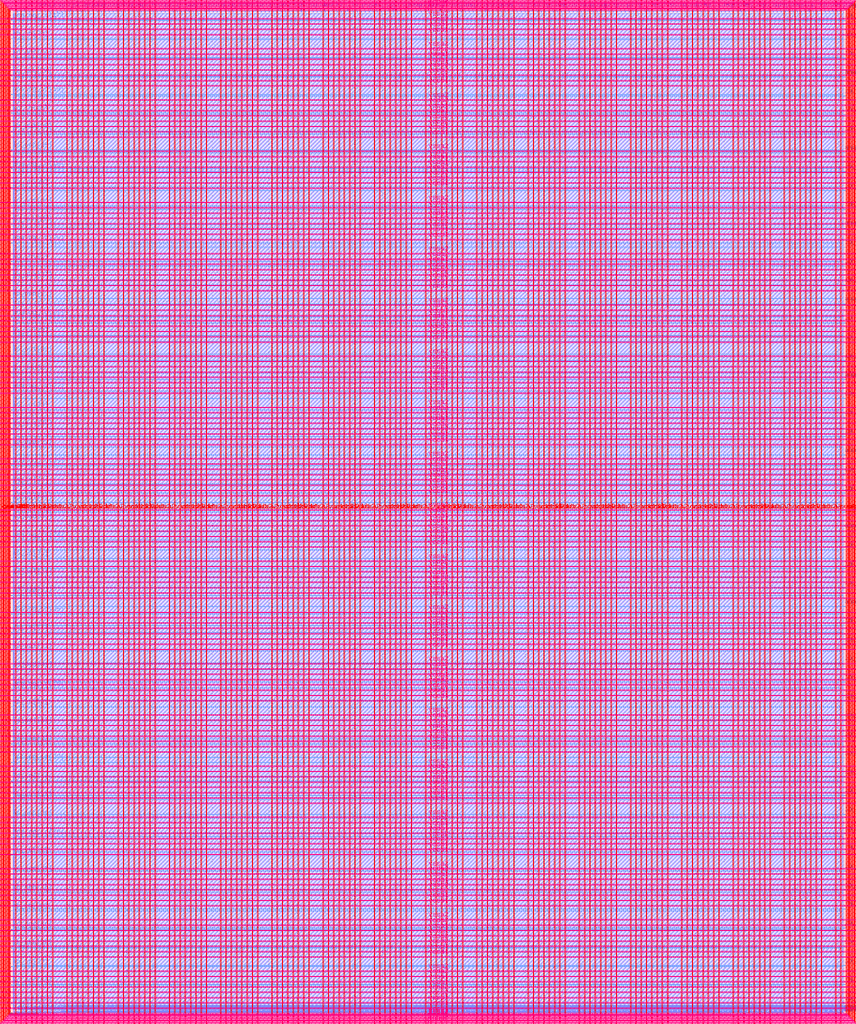
<source format=lef>
VERSION 5.7 ;
  NOWIREEXTENSIONATPIN ON ;
  DIVIDERCHAR "/" ;
  BUSBITCHARS "[]" ;
MACRO user_project_wrapper
  CLASS BLOCK ;
  FOREIGN user_project_wrapper ;
  ORIGIN 0.000 0.000 ;
  SIZE 2920.000 BY 3520.000 ;
  PIN analog_io[0]
    DIRECTION INOUT ;
    USE SIGNAL ;
    PORT
      LAYER met3 ;
        RECT 2917.600 1426.380 2924.800 1427.580 ;
    END
  END analog_io[0]
  PIN analog_io[10]
    DIRECTION INOUT ;
    USE SIGNAL ;
    PORT
      LAYER met2 ;
        RECT 2230.490 3517.600 2231.050 3524.800 ;
    END
  END analog_io[10]
  PIN analog_io[11]
    DIRECTION INOUT ;
    USE SIGNAL ;
    PORT
      LAYER met2 ;
        RECT 1905.730 3517.600 1906.290 3524.800 ;
    END
  END analog_io[11]
  PIN analog_io[12]
    DIRECTION INOUT ;
    USE SIGNAL ;
    PORT
      LAYER met2 ;
        RECT 1581.430 3517.600 1581.990 3524.800 ;
    END
  END analog_io[12]
  PIN analog_io[13]
    DIRECTION INOUT ;
    USE SIGNAL ;
    PORT
      LAYER met2 ;
        RECT 1257.130 3517.600 1257.690 3524.800 ;
    END
  END analog_io[13]
  PIN analog_io[14]
    DIRECTION INOUT ;
    USE SIGNAL ;
    PORT
      LAYER met2 ;
        RECT 932.370 3517.600 932.930 3524.800 ;
    END
  END analog_io[14]
  PIN analog_io[15]
    DIRECTION INOUT ;
    USE SIGNAL ;
    PORT
      LAYER met2 ;
        RECT 608.070 3517.600 608.630 3524.800 ;
    END
  END analog_io[15]
  PIN analog_io[16]
    DIRECTION INOUT ;
    USE SIGNAL ;
    PORT
      LAYER met2 ;
        RECT 283.770 3517.600 284.330 3524.800 ;
    END
  END analog_io[16]
  PIN analog_io[17]
    DIRECTION INOUT ;
    USE SIGNAL ;
    PORT
      LAYER met3 ;
        RECT -4.800 3486.100 2.400 3487.300 ;
    END
  END analog_io[17]
  PIN analog_io[18]
    DIRECTION INOUT ;
    USE SIGNAL ;
    PORT
      LAYER met3 ;
        RECT -4.800 3224.980 2.400 3226.180 ;
    END
  END analog_io[18]
  PIN analog_io[19]
    DIRECTION INOUT ;
    USE SIGNAL ;
    PORT
      LAYER met3 ;
        RECT -4.800 2964.540 2.400 2965.740 ;
    END
  END analog_io[19]
  PIN analog_io[1]
    DIRECTION INOUT ;
    USE SIGNAL ;
    PORT
      LAYER met3 ;
        RECT 2917.600 1692.260 2924.800 1693.460 ;
    END
  END analog_io[1]
  PIN analog_io[20]
    DIRECTION INOUT ;
    USE SIGNAL ;
    PORT
      LAYER met3 ;
        RECT -4.800 2703.420 2.400 2704.620 ;
    END
  END analog_io[20]
  PIN analog_io[21]
    DIRECTION INOUT ;
    USE SIGNAL ;
    PORT
      LAYER met3 ;
        RECT -4.800 2442.980 2.400 2444.180 ;
    END
  END analog_io[21]
  PIN analog_io[22]
    DIRECTION INOUT ;
    USE SIGNAL ;
    PORT
      LAYER met3 ;
        RECT -4.800 2182.540 2.400 2183.740 ;
    END
  END analog_io[22]
  PIN analog_io[23]
    DIRECTION INOUT ;
    USE SIGNAL ;
    PORT
      LAYER met3 ;
        RECT -4.800 1921.420 2.400 1922.620 ;
    END
  END analog_io[23]
  PIN analog_io[24]
    DIRECTION INOUT ;
    USE SIGNAL ;
    PORT
      LAYER met3 ;
        RECT -4.800 1660.980 2.400 1662.180 ;
    END
  END analog_io[24]
  PIN analog_io[25]
    DIRECTION INOUT ;
    USE SIGNAL ;
    PORT
      LAYER met3 ;
        RECT -4.800 1399.860 2.400 1401.060 ;
    END
  END analog_io[25]
  PIN analog_io[26]
    DIRECTION INOUT ;
    USE SIGNAL ;
    PORT
      LAYER met3 ;
        RECT -4.800 1139.420 2.400 1140.620 ;
    END
  END analog_io[26]
  PIN analog_io[27]
    DIRECTION INOUT ;
    USE SIGNAL ;
    PORT
      LAYER met3 ;
        RECT -4.800 878.980 2.400 880.180 ;
    END
  END analog_io[27]
  PIN analog_io[28]
    DIRECTION INOUT ;
    USE SIGNAL ;
    PORT
      LAYER met3 ;
        RECT -4.800 617.860 2.400 619.060 ;
    END
  END analog_io[28]
  PIN analog_io[2]
    DIRECTION INOUT ;
    USE SIGNAL ;
    PORT
      LAYER met3 ;
        RECT 2917.600 1958.140 2924.800 1959.340 ;
    END
  END analog_io[2]
  PIN analog_io[3]
    DIRECTION INOUT ;
    USE SIGNAL ;
    PORT
      LAYER met3 ;
        RECT 2917.600 2223.340 2924.800 2224.540 ;
    END
  END analog_io[3]
  PIN analog_io[4]
    DIRECTION INOUT ;
    USE SIGNAL ;
    PORT
      LAYER met3 ;
        RECT 2917.600 2489.220 2924.800 2490.420 ;
    END
  END analog_io[4]
  PIN analog_io[5]
    DIRECTION INOUT ;
    USE SIGNAL ;
    PORT
      LAYER met3 ;
        RECT 2917.600 2755.100 2924.800 2756.300 ;
    END
  END analog_io[5]
  PIN analog_io[6]
    DIRECTION INOUT ;
    USE SIGNAL ;
    PORT
      LAYER met3 ;
        RECT 2917.600 3020.300 2924.800 3021.500 ;
    END
  END analog_io[6]
  PIN analog_io[7]
    DIRECTION INOUT ;
    USE SIGNAL ;
    PORT
      LAYER met3 ;
        RECT 2917.600 3286.180 2924.800 3287.380 ;
    END
  END analog_io[7]
  PIN analog_io[8]
    DIRECTION INOUT ;
    USE SIGNAL ;
    PORT
      LAYER met2 ;
        RECT 2879.090 3517.600 2879.650 3524.800 ;
    END
  END analog_io[8]
  PIN analog_io[9]
    DIRECTION INOUT ;
    USE SIGNAL ;
    PORT
      LAYER met2 ;
        RECT 2554.790 3517.600 2555.350 3524.800 ;
    END
  END analog_io[9]
  PIN io_in[0]
    DIRECTION INPUT ;
    USE SIGNAL ;
    PORT
      LAYER met3 ;
        RECT 2917.600 32.380 2924.800 33.580 ;
    END
  END io_in[0]
  PIN io_in[10]
    DIRECTION INPUT ;
    USE SIGNAL ;
    PORT
      LAYER met3 ;
        RECT 2917.600 2289.980 2924.800 2291.180 ;
    END
  END io_in[10]
  PIN io_in[11]
    DIRECTION INPUT ;
    USE SIGNAL ;
    PORT
      LAYER met3 ;
        RECT 2917.600 2555.860 2924.800 2557.060 ;
    END
  END io_in[11]
  PIN io_in[12]
    DIRECTION INPUT ;
    USE SIGNAL ;
    PORT
      LAYER met3 ;
        RECT 2917.600 2821.060 2924.800 2822.260 ;
    END
  END io_in[12]
  PIN io_in[13]
    DIRECTION INPUT ;
    USE SIGNAL ;
    PORT
      LAYER met3 ;
        RECT 2917.600 3086.940 2924.800 3088.140 ;
    END
  END io_in[13]
  PIN io_in[14]
    DIRECTION INPUT ;
    USE SIGNAL ;
    PORT
      LAYER met3 ;
        RECT 2917.600 3352.820 2924.800 3354.020 ;
    END
  END io_in[14]
  PIN io_in[15]
    DIRECTION INPUT ;
    USE SIGNAL ;
    PORT
      LAYER met2 ;
        RECT 2798.130 3517.600 2798.690 3524.800 ;
    END
  END io_in[15]
  PIN io_in[16]
    DIRECTION INPUT ;
    USE SIGNAL ;
    PORT
      LAYER met2 ;
        RECT 2473.830 3517.600 2474.390 3524.800 ;
    END
  END io_in[16]
  PIN io_in[17]
    DIRECTION INPUT ;
    USE SIGNAL ;
    PORT
      LAYER met2 ;
        RECT 2149.070 3517.600 2149.630 3524.800 ;
    END
  END io_in[17]
  PIN io_in[18]
    DIRECTION INPUT ;
    USE SIGNAL ;
    PORT
      LAYER met2 ;
        RECT 1824.770 3517.600 1825.330 3524.800 ;
    END
  END io_in[18]
  PIN io_in[19]
    DIRECTION INPUT ;
    USE SIGNAL ;
    PORT
      LAYER met2 ;
        RECT 1500.470 3517.600 1501.030 3524.800 ;
    END
  END io_in[19]
  PIN io_in[1]
    DIRECTION INPUT ;
    USE SIGNAL ;
    PORT
      LAYER met3 ;
        RECT 2917.600 230.940 2924.800 232.140 ;
    END
  END io_in[1]
  PIN io_in[20]
    DIRECTION INPUT ;
    USE SIGNAL ;
    PORT
      LAYER met2 ;
        RECT 1175.710 3517.600 1176.270 3524.800 ;
    END
  END io_in[20]
  PIN io_in[21]
    DIRECTION INPUT ;
    USE SIGNAL ;
    PORT
      LAYER met2 ;
        RECT 851.410 3517.600 851.970 3524.800 ;
    END
  END io_in[21]
  PIN io_in[22]
    DIRECTION INPUT ;
    USE SIGNAL ;
    PORT
      LAYER met2 ;
        RECT 527.110 3517.600 527.670 3524.800 ;
    END
  END io_in[22]
  PIN io_in[23]
    DIRECTION INPUT ;
    USE SIGNAL ;
    PORT
      LAYER met2 ;
        RECT 202.350 3517.600 202.910 3524.800 ;
    END
  END io_in[23]
  PIN io_in[24]
    DIRECTION INPUT ;
    USE SIGNAL ;
    PORT
      LAYER met3 ;
        RECT -4.800 3420.820 2.400 3422.020 ;
    END
  END io_in[24]
  PIN io_in[25]
    DIRECTION INPUT ;
    USE SIGNAL ;
    PORT
      LAYER met3 ;
        RECT -4.800 3159.700 2.400 3160.900 ;
    END
  END io_in[25]
  PIN io_in[26]
    DIRECTION INPUT ;
    USE SIGNAL ;
    PORT
      LAYER met3 ;
        RECT -4.800 2899.260 2.400 2900.460 ;
    END
  END io_in[26]
  PIN io_in[27]
    DIRECTION INPUT ;
    USE SIGNAL ;
    PORT
      LAYER met3 ;
        RECT -4.800 2638.820 2.400 2640.020 ;
    END
  END io_in[27]
  PIN io_in[28]
    DIRECTION INPUT ;
    USE SIGNAL ;
    PORT
      LAYER met3 ;
        RECT -4.800 2377.700 2.400 2378.900 ;
    END
  END io_in[28]
  PIN io_in[29]
    DIRECTION INPUT ;
    USE SIGNAL ;
    PORT
      LAYER met3 ;
        RECT -4.800 2117.260 2.400 2118.460 ;
    END
  END io_in[29]
  PIN io_in[2]
    DIRECTION INPUT ;
    USE SIGNAL ;
    PORT
      LAYER met3 ;
        RECT 2917.600 430.180 2924.800 431.380 ;
    END
  END io_in[2]
  PIN io_in[30]
    DIRECTION INPUT ;
    USE SIGNAL ;
    PORT
      LAYER met3 ;
        RECT -4.800 1856.140 2.400 1857.340 ;
    END
  END io_in[30]
  PIN io_in[31]
    DIRECTION INPUT ;
    USE SIGNAL ;
    PORT
      LAYER met3 ;
        RECT -4.800 1595.700 2.400 1596.900 ;
    END
  END io_in[31]
  PIN io_in[32]
    DIRECTION INPUT ;
    USE SIGNAL ;
    PORT
      LAYER met3 ;
        RECT -4.800 1335.260 2.400 1336.460 ;
    END
  END io_in[32]
  PIN io_in[33]
    DIRECTION INPUT ;
    USE SIGNAL ;
    PORT
      LAYER met3 ;
        RECT -4.800 1074.140 2.400 1075.340 ;
    END
  END io_in[33]
  PIN io_in[34]
    DIRECTION INPUT ;
    USE SIGNAL ;
    PORT
      LAYER met3 ;
        RECT -4.800 813.700 2.400 814.900 ;
    END
  END io_in[34]
  PIN io_in[35]
    DIRECTION INPUT ;
    USE SIGNAL ;
    PORT
      LAYER met3 ;
        RECT -4.800 552.580 2.400 553.780 ;
    END
  END io_in[35]
  PIN io_in[36]
    DIRECTION INPUT ;
    USE SIGNAL ;
    PORT
      LAYER met3 ;
        RECT -4.800 357.420 2.400 358.620 ;
    END
  END io_in[36]
  PIN io_in[37]
    DIRECTION INPUT ;
    USE SIGNAL ;
    PORT
      LAYER met3 ;
        RECT -4.800 161.580 2.400 162.780 ;
    END
  END io_in[37]
  PIN io_in[3]
    DIRECTION INPUT ;
    USE SIGNAL ;
    PORT
      LAYER met3 ;
        RECT 2917.600 629.420 2924.800 630.620 ;
    END
  END io_in[3]
  PIN io_in[4]
    DIRECTION INPUT ;
    USE SIGNAL ;
    PORT
      LAYER met3 ;
        RECT 2917.600 828.660 2924.800 829.860 ;
    END
  END io_in[4]
  PIN io_in[5]
    DIRECTION INPUT ;
    USE SIGNAL ;
    PORT
      LAYER met3 ;
        RECT 2917.600 1027.900 2924.800 1029.100 ;
    END
  END io_in[5]
  PIN io_in[6]
    DIRECTION INPUT ;
    USE SIGNAL ;
    PORT
      LAYER met3 ;
        RECT 2917.600 1227.140 2924.800 1228.340 ;
    END
  END io_in[6]
  PIN io_in[7]
    DIRECTION INPUT ;
    USE SIGNAL ;
    PORT
      LAYER met3 ;
        RECT 2917.600 1493.020 2924.800 1494.220 ;
    END
  END io_in[7]
  PIN io_in[8]
    DIRECTION INPUT ;
    USE SIGNAL ;
    PORT
      LAYER met3 ;
        RECT 2917.600 1758.900 2924.800 1760.100 ;
    END
  END io_in[8]
  PIN io_in[9]
    DIRECTION INPUT ;
    USE SIGNAL ;
    PORT
      LAYER met3 ;
        RECT 2917.600 2024.100 2924.800 2025.300 ;
    END
  END io_in[9]
  PIN io_oeb[0]
    DIRECTION OUTPUT TRISTATE ;
    USE SIGNAL ;
    PORT
      LAYER met3 ;
        RECT 2917.600 164.980 2924.800 166.180 ;
    END
  END io_oeb[0]
  PIN io_oeb[10]
    DIRECTION OUTPUT TRISTATE ;
    USE SIGNAL ;
    PORT
      LAYER met3 ;
        RECT 2917.600 2422.580 2924.800 2423.780 ;
    END
  END io_oeb[10]
  PIN io_oeb[11]
    DIRECTION OUTPUT TRISTATE ;
    USE SIGNAL ;
    PORT
      LAYER met3 ;
        RECT 2917.600 2688.460 2924.800 2689.660 ;
    END
  END io_oeb[11]
  PIN io_oeb[12]
    DIRECTION OUTPUT TRISTATE ;
    USE SIGNAL ;
    PORT
      LAYER met3 ;
        RECT 2917.600 2954.340 2924.800 2955.540 ;
    END
  END io_oeb[12]
  PIN io_oeb[13]
    DIRECTION OUTPUT TRISTATE ;
    USE SIGNAL ;
    PORT
      LAYER met3 ;
        RECT 2917.600 3219.540 2924.800 3220.740 ;
    END
  END io_oeb[13]
  PIN io_oeb[14]
    DIRECTION OUTPUT TRISTATE ;
    USE SIGNAL ;
    PORT
      LAYER met3 ;
        RECT 2917.600 3485.420 2924.800 3486.620 ;
    END
  END io_oeb[14]
  PIN io_oeb[15]
    DIRECTION OUTPUT TRISTATE ;
    USE SIGNAL ;
    PORT
      LAYER met2 ;
        RECT 2635.750 3517.600 2636.310 3524.800 ;
    END
  END io_oeb[15]
  PIN io_oeb[16]
    DIRECTION OUTPUT TRISTATE ;
    USE SIGNAL ;
    PORT
      LAYER met2 ;
        RECT 2311.450 3517.600 2312.010 3524.800 ;
    END
  END io_oeb[16]
  PIN io_oeb[17]
    DIRECTION OUTPUT TRISTATE ;
    USE SIGNAL ;
    PORT
      LAYER met2 ;
        RECT 1987.150 3517.600 1987.710 3524.800 ;
    END
  END io_oeb[17]
  PIN io_oeb[18]
    DIRECTION OUTPUT TRISTATE ;
    USE SIGNAL ;
    PORT
      LAYER met2 ;
        RECT 1662.390 3517.600 1662.950 3524.800 ;
    END
  END io_oeb[18]
  PIN io_oeb[19]
    DIRECTION OUTPUT TRISTATE ;
    USE SIGNAL ;
    PORT
      LAYER met2 ;
        RECT 1338.090 3517.600 1338.650 3524.800 ;
    END
  END io_oeb[19]
  PIN io_oeb[1]
    DIRECTION OUTPUT TRISTATE ;
    USE SIGNAL ;
    PORT
      LAYER met3 ;
        RECT 2917.600 364.220 2924.800 365.420 ;
    END
  END io_oeb[1]
  PIN io_oeb[20]
    DIRECTION OUTPUT TRISTATE ;
    USE SIGNAL ;
    PORT
      LAYER met2 ;
        RECT 1013.790 3517.600 1014.350 3524.800 ;
    END
  END io_oeb[20]
  PIN io_oeb[21]
    DIRECTION OUTPUT TRISTATE ;
    USE SIGNAL ;
    PORT
      LAYER met2 ;
        RECT 689.030 3517.600 689.590 3524.800 ;
    END
  END io_oeb[21]
  PIN io_oeb[22]
    DIRECTION OUTPUT TRISTATE ;
    USE SIGNAL ;
    PORT
      LAYER met2 ;
        RECT 364.730 3517.600 365.290 3524.800 ;
    END
  END io_oeb[22]
  PIN io_oeb[23]
    DIRECTION OUTPUT TRISTATE ;
    USE SIGNAL ;
    PORT
      LAYER met2 ;
        RECT 40.430 3517.600 40.990 3524.800 ;
    END
  END io_oeb[23]
  PIN io_oeb[24]
    DIRECTION OUTPUT TRISTATE ;
    USE SIGNAL ;
    PORT
      LAYER met3 ;
        RECT -4.800 3290.260 2.400 3291.460 ;
    END
  END io_oeb[24]
  PIN io_oeb[25]
    DIRECTION OUTPUT TRISTATE ;
    USE SIGNAL ;
    PORT
      LAYER met3 ;
        RECT -4.800 3029.820 2.400 3031.020 ;
    END
  END io_oeb[25]
  PIN io_oeb[26]
    DIRECTION OUTPUT TRISTATE ;
    USE SIGNAL ;
    PORT
      LAYER met3 ;
        RECT -4.800 2768.700 2.400 2769.900 ;
    END
  END io_oeb[26]
  PIN io_oeb[27]
    DIRECTION OUTPUT TRISTATE ;
    USE SIGNAL ;
    PORT
      LAYER met3 ;
        RECT -4.800 2508.260 2.400 2509.460 ;
    END
  END io_oeb[27]
  PIN io_oeb[28]
    DIRECTION OUTPUT TRISTATE ;
    USE SIGNAL ;
    PORT
      LAYER met3 ;
        RECT -4.800 2247.140 2.400 2248.340 ;
    END
  END io_oeb[28]
  PIN io_oeb[29]
    DIRECTION OUTPUT TRISTATE ;
    USE SIGNAL ;
    PORT
      LAYER met3 ;
        RECT -4.800 1986.700 2.400 1987.900 ;
    END
  END io_oeb[29]
  PIN io_oeb[2]
    DIRECTION OUTPUT TRISTATE ;
    USE SIGNAL ;
    PORT
      LAYER met3 ;
        RECT 2917.600 563.460 2924.800 564.660 ;
    END
  END io_oeb[2]
  PIN io_oeb[30]
    DIRECTION OUTPUT TRISTATE ;
    USE SIGNAL ;
    PORT
      LAYER met3 ;
        RECT -4.800 1726.260 2.400 1727.460 ;
    END
  END io_oeb[30]
  PIN io_oeb[31]
    DIRECTION OUTPUT TRISTATE ;
    USE SIGNAL ;
    PORT
      LAYER met3 ;
        RECT -4.800 1465.140 2.400 1466.340 ;
    END
  END io_oeb[31]
  PIN io_oeb[32]
    DIRECTION OUTPUT TRISTATE ;
    USE SIGNAL ;
    PORT
      LAYER met3 ;
        RECT -4.800 1204.700 2.400 1205.900 ;
    END
  END io_oeb[32]
  PIN io_oeb[33]
    DIRECTION OUTPUT TRISTATE ;
    USE SIGNAL ;
    PORT
      LAYER met3 ;
        RECT -4.800 943.580 2.400 944.780 ;
    END
  END io_oeb[33]
  PIN io_oeb[34]
    DIRECTION OUTPUT TRISTATE ;
    USE SIGNAL ;
    PORT
      LAYER met3 ;
        RECT -4.800 683.140 2.400 684.340 ;
    END
  END io_oeb[34]
  PIN io_oeb[35]
    DIRECTION OUTPUT TRISTATE ;
    USE SIGNAL ;
    PORT
      LAYER met3 ;
        RECT -4.800 422.700 2.400 423.900 ;
    END
  END io_oeb[35]
  PIN io_oeb[36]
    DIRECTION OUTPUT TRISTATE ;
    USE SIGNAL ;
    PORT
      LAYER met3 ;
        RECT -4.800 226.860 2.400 228.060 ;
    END
  END io_oeb[36]
  PIN io_oeb[37]
    DIRECTION OUTPUT TRISTATE ;
    USE SIGNAL ;
    PORT
      LAYER met3 ;
        RECT -4.800 31.700 2.400 32.900 ;
    END
  END io_oeb[37]
  PIN io_oeb[3]
    DIRECTION OUTPUT TRISTATE ;
    USE SIGNAL ;
    PORT
      LAYER met3 ;
        RECT 2917.600 762.700 2924.800 763.900 ;
    END
  END io_oeb[3]
  PIN io_oeb[4]
    DIRECTION OUTPUT TRISTATE ;
    USE SIGNAL ;
    PORT
      LAYER met3 ;
        RECT 2917.600 961.940 2924.800 963.140 ;
    END
  END io_oeb[4]
  PIN io_oeb[5]
    DIRECTION OUTPUT TRISTATE ;
    USE SIGNAL ;
    PORT
      LAYER met3 ;
        RECT 2917.600 1161.180 2924.800 1162.380 ;
    END
  END io_oeb[5]
  PIN io_oeb[6]
    DIRECTION OUTPUT TRISTATE ;
    USE SIGNAL ;
    PORT
      LAYER met3 ;
        RECT 2917.600 1360.420 2924.800 1361.620 ;
    END
  END io_oeb[6]
  PIN io_oeb[7]
    DIRECTION OUTPUT TRISTATE ;
    USE SIGNAL ;
    PORT
      LAYER met3 ;
        RECT 2917.600 1625.620 2924.800 1626.820 ;
    END
  END io_oeb[7]
  PIN io_oeb[8]
    DIRECTION OUTPUT TRISTATE ;
    USE SIGNAL ;
    PORT
      LAYER met3 ;
        RECT 2917.600 1891.500 2924.800 1892.700 ;
    END
  END io_oeb[8]
  PIN io_oeb[9]
    DIRECTION OUTPUT TRISTATE ;
    USE SIGNAL ;
    PORT
      LAYER met3 ;
        RECT 2917.600 2157.380 2924.800 2158.580 ;
    END
  END io_oeb[9]
  PIN io_out[0]
    DIRECTION OUTPUT TRISTATE ;
    USE SIGNAL ;
    PORT
      LAYER met3 ;
        RECT 2917.600 98.340 2924.800 99.540 ;
    END
  END io_out[0]
  PIN io_out[10]
    DIRECTION OUTPUT TRISTATE ;
    USE SIGNAL ;
    PORT
      LAYER met3 ;
        RECT 2917.600 2356.620 2924.800 2357.820 ;
    END
  END io_out[10]
  PIN io_out[11]
    DIRECTION OUTPUT TRISTATE ;
    USE SIGNAL ;
    PORT
      LAYER met3 ;
        RECT 2917.600 2621.820 2924.800 2623.020 ;
    END
  END io_out[11]
  PIN io_out[12]
    DIRECTION OUTPUT TRISTATE ;
    USE SIGNAL ;
    PORT
      LAYER met3 ;
        RECT 2917.600 2887.700 2924.800 2888.900 ;
    END
  END io_out[12]
  PIN io_out[13]
    DIRECTION OUTPUT TRISTATE ;
    USE SIGNAL ;
    PORT
      LAYER met3 ;
        RECT 2917.600 3153.580 2924.800 3154.780 ;
    END
  END io_out[13]
  PIN io_out[14]
    DIRECTION OUTPUT TRISTATE ;
    USE SIGNAL ;
    PORT
      LAYER met3 ;
        RECT 2917.600 3418.780 2924.800 3419.980 ;
    END
  END io_out[14]
  PIN io_out[15]
    DIRECTION OUTPUT TRISTATE ;
    USE SIGNAL ;
    PORT
      LAYER met2 ;
        RECT 2717.170 3517.600 2717.730 3524.800 ;
    END
  END io_out[15]
  PIN io_out[16]
    DIRECTION OUTPUT TRISTATE ;
    USE SIGNAL ;
    PORT
      LAYER met2 ;
        RECT 2392.410 3517.600 2392.970 3524.800 ;
    END
  END io_out[16]
  PIN io_out[17]
    DIRECTION OUTPUT TRISTATE ;
    USE SIGNAL ;
    PORT
      LAYER met2 ;
        RECT 2068.110 3517.600 2068.670 3524.800 ;
    END
  END io_out[17]
  PIN io_out[18]
    DIRECTION OUTPUT TRISTATE ;
    USE SIGNAL ;
    PORT
      LAYER met2 ;
        RECT 1743.810 3517.600 1744.370 3524.800 ;
    END
  END io_out[18]
  PIN io_out[19]
    DIRECTION OUTPUT TRISTATE ;
    USE SIGNAL ;
    PORT
      LAYER met2 ;
        RECT 1419.050 3517.600 1419.610 3524.800 ;
    END
  END io_out[19]
  PIN io_out[1]
    DIRECTION OUTPUT TRISTATE ;
    USE SIGNAL ;
    PORT
      LAYER met3 ;
        RECT 2917.600 297.580 2924.800 298.780 ;
    END
  END io_out[1]
  PIN io_out[20]
    DIRECTION OUTPUT TRISTATE ;
    USE SIGNAL ;
    PORT
      LAYER met2 ;
        RECT 1094.750 3517.600 1095.310 3524.800 ;
    END
  END io_out[20]
  PIN io_out[21]
    DIRECTION OUTPUT TRISTATE ;
    USE SIGNAL ;
    PORT
      LAYER met2 ;
        RECT 770.450 3517.600 771.010 3524.800 ;
    END
  END io_out[21]
  PIN io_out[22]
    DIRECTION OUTPUT TRISTATE ;
    USE SIGNAL ;
    PORT
      LAYER met2 ;
        RECT 445.690 3517.600 446.250 3524.800 ;
    END
  END io_out[22]
  PIN io_out[23]
    DIRECTION OUTPUT TRISTATE ;
    USE SIGNAL ;
    PORT
      LAYER met2 ;
        RECT 121.390 3517.600 121.950 3524.800 ;
    END
  END io_out[23]
  PIN io_out[24]
    DIRECTION OUTPUT TRISTATE ;
    USE SIGNAL ;
    PORT
      LAYER met3 ;
        RECT -4.800 3355.540 2.400 3356.740 ;
    END
  END io_out[24]
  PIN io_out[25]
    DIRECTION OUTPUT TRISTATE ;
    USE SIGNAL ;
    PORT
      LAYER met3 ;
        RECT -4.800 3095.100 2.400 3096.300 ;
    END
  END io_out[25]
  PIN io_out[26]
    DIRECTION OUTPUT TRISTATE ;
    USE SIGNAL ;
    PORT
      LAYER met3 ;
        RECT -4.800 2833.980 2.400 2835.180 ;
    END
  END io_out[26]
  PIN io_out[27]
    DIRECTION OUTPUT TRISTATE ;
    USE SIGNAL ;
    PORT
      LAYER met3 ;
        RECT -4.800 2573.540 2.400 2574.740 ;
    END
  END io_out[27]
  PIN io_out[28]
    DIRECTION OUTPUT TRISTATE ;
    USE SIGNAL ;
    PORT
      LAYER met3 ;
        RECT -4.800 2312.420 2.400 2313.620 ;
    END
  END io_out[28]
  PIN io_out[29]
    DIRECTION OUTPUT TRISTATE ;
    USE SIGNAL ;
    PORT
      LAYER met3 ;
        RECT -4.800 2051.980 2.400 2053.180 ;
    END
  END io_out[29]
  PIN io_out[2]
    DIRECTION OUTPUT TRISTATE ;
    USE SIGNAL ;
    PORT
      LAYER met3 ;
        RECT 2917.600 496.820 2924.800 498.020 ;
    END
  END io_out[2]
  PIN io_out[30]
    DIRECTION OUTPUT TRISTATE ;
    USE SIGNAL ;
    PORT
      LAYER met3 ;
        RECT -4.800 1791.540 2.400 1792.740 ;
    END
  END io_out[30]
  PIN io_out[31]
    DIRECTION OUTPUT TRISTATE ;
    USE SIGNAL ;
    PORT
      LAYER met3 ;
        RECT -4.800 1530.420 2.400 1531.620 ;
    END
  END io_out[31]
  PIN io_out[32]
    DIRECTION OUTPUT TRISTATE ;
    USE SIGNAL ;
    PORT
      LAYER met3 ;
        RECT -4.800 1269.980 2.400 1271.180 ;
    END
  END io_out[32]
  PIN io_out[33]
    DIRECTION OUTPUT TRISTATE ;
    USE SIGNAL ;
    PORT
      LAYER met3 ;
        RECT -4.800 1008.860 2.400 1010.060 ;
    END
  END io_out[33]
  PIN io_out[34]
    DIRECTION OUTPUT TRISTATE ;
    USE SIGNAL ;
    PORT
      LAYER met3 ;
        RECT -4.800 748.420 2.400 749.620 ;
    END
  END io_out[34]
  PIN io_out[35]
    DIRECTION OUTPUT TRISTATE ;
    USE SIGNAL ;
    PORT
      LAYER met3 ;
        RECT -4.800 487.300 2.400 488.500 ;
    END
  END io_out[35]
  PIN io_out[36]
    DIRECTION OUTPUT TRISTATE ;
    USE SIGNAL ;
    PORT
      LAYER met3 ;
        RECT -4.800 292.140 2.400 293.340 ;
    END
  END io_out[36]
  PIN io_out[37]
    DIRECTION OUTPUT TRISTATE ;
    USE SIGNAL ;
    PORT
      LAYER met3 ;
        RECT -4.800 96.300 2.400 97.500 ;
    END
  END io_out[37]
  PIN io_out[3]
    DIRECTION OUTPUT TRISTATE ;
    USE SIGNAL ;
    PORT
      LAYER met3 ;
        RECT 2917.600 696.060 2924.800 697.260 ;
    END
  END io_out[3]
  PIN io_out[4]
    DIRECTION OUTPUT TRISTATE ;
    USE SIGNAL ;
    PORT
      LAYER met3 ;
        RECT 2917.600 895.300 2924.800 896.500 ;
    END
  END io_out[4]
  PIN io_out[5]
    DIRECTION OUTPUT TRISTATE ;
    USE SIGNAL ;
    PORT
      LAYER met3 ;
        RECT 2917.600 1094.540 2924.800 1095.740 ;
    END
  END io_out[5]
  PIN io_out[6]
    DIRECTION OUTPUT TRISTATE ;
    USE SIGNAL ;
    PORT
      LAYER met3 ;
        RECT 2917.600 1293.780 2924.800 1294.980 ;
    END
  END io_out[6]
  PIN io_out[7]
    DIRECTION OUTPUT TRISTATE ;
    USE SIGNAL ;
    PORT
      LAYER met3 ;
        RECT 2917.600 1559.660 2924.800 1560.860 ;
    END
  END io_out[7]
  PIN io_out[8]
    DIRECTION OUTPUT TRISTATE ;
    USE SIGNAL ;
    PORT
      LAYER met3 ;
        RECT 2917.600 1824.860 2924.800 1826.060 ;
    END
  END io_out[8]
  PIN io_out[9]
    DIRECTION OUTPUT TRISTATE ;
    USE SIGNAL ;
    PORT
      LAYER met3 ;
        RECT 2917.600 2090.740 2924.800 2091.940 ;
    END
  END io_out[9]
  PIN la_data_in[0]
    DIRECTION INPUT ;
    USE SIGNAL ;
    PORT
      LAYER met2 ;
        RECT 629.230 -4.800 629.790 2.400 ;
    END
  END la_data_in[0]
  PIN la_data_in[100]
    DIRECTION INPUT ;
    USE SIGNAL ;
    PORT
      LAYER met2 ;
        RECT 2402.530 -4.800 2403.090 2.400 ;
    END
  END la_data_in[100]
  PIN la_data_in[101]
    DIRECTION INPUT ;
    USE SIGNAL ;
    PORT
      LAYER met2 ;
        RECT 2420.010 -4.800 2420.570 2.400 ;
    END
  END la_data_in[101]
  PIN la_data_in[102]
    DIRECTION INPUT ;
    USE SIGNAL ;
    PORT
      LAYER met2 ;
        RECT 2437.950 -4.800 2438.510 2.400 ;
    END
  END la_data_in[102]
  PIN la_data_in[103]
    DIRECTION INPUT ;
    USE SIGNAL ;
    PORT
      LAYER met2 ;
        RECT 2455.430 -4.800 2455.990 2.400 ;
    END
  END la_data_in[103]
  PIN la_data_in[104]
    DIRECTION INPUT ;
    USE SIGNAL ;
    PORT
      LAYER met2 ;
        RECT 2473.370 -4.800 2473.930 2.400 ;
    END
  END la_data_in[104]
  PIN la_data_in[105]
    DIRECTION INPUT ;
    USE SIGNAL ;
    PORT
      LAYER met2 ;
        RECT 2490.850 -4.800 2491.410 2.400 ;
    END
  END la_data_in[105]
  PIN la_data_in[106]
    DIRECTION INPUT ;
    USE SIGNAL ;
    PORT
      LAYER met2 ;
        RECT 2508.790 -4.800 2509.350 2.400 ;
    END
  END la_data_in[106]
  PIN la_data_in[107]
    DIRECTION INPUT ;
    USE SIGNAL ;
    PORT
      LAYER met2 ;
        RECT 2526.730 -4.800 2527.290 2.400 ;
    END
  END la_data_in[107]
  PIN la_data_in[108]
    DIRECTION INPUT ;
    USE SIGNAL ;
    PORT
      LAYER met2 ;
        RECT 2544.210 -4.800 2544.770 2.400 ;
    END
  END la_data_in[108]
  PIN la_data_in[109]
    DIRECTION INPUT ;
    USE SIGNAL ;
    PORT
      LAYER met2 ;
        RECT 2562.150 -4.800 2562.710 2.400 ;
    END
  END la_data_in[109]
  PIN la_data_in[10]
    DIRECTION INPUT ;
    USE SIGNAL ;
    PORT
      LAYER met2 ;
        RECT 806.330 -4.800 806.890 2.400 ;
    END
  END la_data_in[10]
  PIN la_data_in[110]
    DIRECTION INPUT ;
    USE SIGNAL ;
    PORT
      LAYER met2 ;
        RECT 2579.630 -4.800 2580.190 2.400 ;
    END
  END la_data_in[110]
  PIN la_data_in[111]
    DIRECTION INPUT ;
    USE SIGNAL ;
    PORT
      LAYER met2 ;
        RECT 2597.570 -4.800 2598.130 2.400 ;
    END
  END la_data_in[111]
  PIN la_data_in[112]
    DIRECTION INPUT ;
    USE SIGNAL ;
    PORT
      LAYER met2 ;
        RECT 2615.050 -4.800 2615.610 2.400 ;
    END
  END la_data_in[112]
  PIN la_data_in[113]
    DIRECTION INPUT ;
    USE SIGNAL ;
    PORT
      LAYER met2 ;
        RECT 2632.990 -4.800 2633.550 2.400 ;
    END
  END la_data_in[113]
  PIN la_data_in[114]
    DIRECTION INPUT ;
    USE SIGNAL ;
    PORT
      LAYER met2 ;
        RECT 2650.470 -4.800 2651.030 2.400 ;
    END
  END la_data_in[114]
  PIN la_data_in[115]
    DIRECTION INPUT ;
    USE SIGNAL ;
    PORT
      LAYER met2 ;
        RECT 2668.410 -4.800 2668.970 2.400 ;
    END
  END la_data_in[115]
  PIN la_data_in[116]
    DIRECTION INPUT ;
    USE SIGNAL ;
    PORT
      LAYER met2 ;
        RECT 2685.890 -4.800 2686.450 2.400 ;
    END
  END la_data_in[116]
  PIN la_data_in[117]
    DIRECTION INPUT ;
    USE SIGNAL ;
    PORT
      LAYER met2 ;
        RECT 2703.830 -4.800 2704.390 2.400 ;
    END
  END la_data_in[117]
  PIN la_data_in[118]
    DIRECTION INPUT ;
    USE SIGNAL ;
    PORT
      LAYER met2 ;
        RECT 2721.770 -4.800 2722.330 2.400 ;
    END
  END la_data_in[118]
  PIN la_data_in[119]
    DIRECTION INPUT ;
    USE SIGNAL ;
    PORT
      LAYER met2 ;
        RECT 2739.250 -4.800 2739.810 2.400 ;
    END
  END la_data_in[119]
  PIN la_data_in[11]
    DIRECTION INPUT ;
    USE SIGNAL ;
    PORT
      LAYER met2 ;
        RECT 824.270 -4.800 824.830 2.400 ;
    END
  END la_data_in[11]
  PIN la_data_in[120]
    DIRECTION INPUT ;
    USE SIGNAL ;
    PORT
      LAYER met2 ;
        RECT 2757.190 -4.800 2757.750 2.400 ;
    END
  END la_data_in[120]
  PIN la_data_in[121]
    DIRECTION INPUT ;
    USE SIGNAL ;
    PORT
      LAYER met2 ;
        RECT 2774.670 -4.800 2775.230 2.400 ;
    END
  END la_data_in[121]
  PIN la_data_in[122]
    DIRECTION INPUT ;
    USE SIGNAL ;
    PORT
      LAYER met2 ;
        RECT 2792.610 -4.800 2793.170 2.400 ;
    END
  END la_data_in[122]
  PIN la_data_in[123]
    DIRECTION INPUT ;
    USE SIGNAL ;
    PORT
      LAYER met2 ;
        RECT 2810.090 -4.800 2810.650 2.400 ;
    END
  END la_data_in[123]
  PIN la_data_in[124]
    DIRECTION INPUT ;
    USE SIGNAL ;
    PORT
      LAYER met2 ;
        RECT 2828.030 -4.800 2828.590 2.400 ;
    END
  END la_data_in[124]
  PIN la_data_in[125]
    DIRECTION INPUT ;
    USE SIGNAL ;
    PORT
      LAYER met2 ;
        RECT 2845.510 -4.800 2846.070 2.400 ;
    END
  END la_data_in[125]
  PIN la_data_in[126]
    DIRECTION INPUT ;
    USE SIGNAL ;
    PORT
      LAYER met2 ;
        RECT 2863.450 -4.800 2864.010 2.400 ;
    END
  END la_data_in[126]
  PIN la_data_in[127]
    DIRECTION INPUT ;
    USE SIGNAL ;
    PORT
      LAYER met2 ;
        RECT 2881.390 -4.800 2881.950 2.400 ;
    END
  END la_data_in[127]
  PIN la_data_in[12]
    DIRECTION INPUT ;
    USE SIGNAL ;
    PORT
      LAYER met2 ;
        RECT 841.750 -4.800 842.310 2.400 ;
    END
  END la_data_in[12]
  PIN la_data_in[13]
    DIRECTION INPUT ;
    USE SIGNAL ;
    PORT
      LAYER met2 ;
        RECT 859.690 -4.800 860.250 2.400 ;
    END
  END la_data_in[13]
  PIN la_data_in[14]
    DIRECTION INPUT ;
    USE SIGNAL ;
    PORT
      LAYER met2 ;
        RECT 877.170 -4.800 877.730 2.400 ;
    END
  END la_data_in[14]
  PIN la_data_in[15]
    DIRECTION INPUT ;
    USE SIGNAL ;
    PORT
      LAYER met2 ;
        RECT 895.110 -4.800 895.670 2.400 ;
    END
  END la_data_in[15]
  PIN la_data_in[16]
    DIRECTION INPUT ;
    USE SIGNAL ;
    PORT
      LAYER met2 ;
        RECT 912.590 -4.800 913.150 2.400 ;
    END
  END la_data_in[16]
  PIN la_data_in[17]
    DIRECTION INPUT ;
    USE SIGNAL ;
    PORT
      LAYER met2 ;
        RECT 930.530 -4.800 931.090 2.400 ;
    END
  END la_data_in[17]
  PIN la_data_in[18]
    DIRECTION INPUT ;
    USE SIGNAL ;
    PORT
      LAYER met2 ;
        RECT 948.470 -4.800 949.030 2.400 ;
    END
  END la_data_in[18]
  PIN la_data_in[19]
    DIRECTION INPUT ;
    USE SIGNAL ;
    PORT
      LAYER met2 ;
        RECT 965.950 -4.800 966.510 2.400 ;
    END
  END la_data_in[19]
  PIN la_data_in[1]
    DIRECTION INPUT ;
    USE SIGNAL ;
    PORT
      LAYER met2 ;
        RECT 646.710 -4.800 647.270 2.400 ;
    END
  END la_data_in[1]
  PIN la_data_in[20]
    DIRECTION INPUT ;
    USE SIGNAL ;
    PORT
      LAYER met2 ;
        RECT 983.890 -4.800 984.450 2.400 ;
    END
  END la_data_in[20]
  PIN la_data_in[21]
    DIRECTION INPUT ;
    USE SIGNAL ;
    PORT
      LAYER met2 ;
        RECT 1001.370 -4.800 1001.930 2.400 ;
    END
  END la_data_in[21]
  PIN la_data_in[22]
    DIRECTION INPUT ;
    USE SIGNAL ;
    PORT
      LAYER met2 ;
        RECT 1019.310 -4.800 1019.870 2.400 ;
    END
  END la_data_in[22]
  PIN la_data_in[23]
    DIRECTION INPUT ;
    USE SIGNAL ;
    PORT
      LAYER met2 ;
        RECT 1036.790 -4.800 1037.350 2.400 ;
    END
  END la_data_in[23]
  PIN la_data_in[24]
    DIRECTION INPUT ;
    USE SIGNAL ;
    PORT
      LAYER met2 ;
        RECT 1054.730 -4.800 1055.290 2.400 ;
    END
  END la_data_in[24]
  PIN la_data_in[25]
    DIRECTION INPUT ;
    USE SIGNAL ;
    PORT
      LAYER met2 ;
        RECT 1072.210 -4.800 1072.770 2.400 ;
    END
  END la_data_in[25]
  PIN la_data_in[26]
    DIRECTION INPUT ;
    USE SIGNAL ;
    PORT
      LAYER met2 ;
        RECT 1090.150 -4.800 1090.710 2.400 ;
    END
  END la_data_in[26]
  PIN la_data_in[27]
    DIRECTION INPUT ;
    USE SIGNAL ;
    PORT
      LAYER met2 ;
        RECT 1107.630 -4.800 1108.190 2.400 ;
    END
  END la_data_in[27]
  PIN la_data_in[28]
    DIRECTION INPUT ;
    USE SIGNAL ;
    PORT
      LAYER met2 ;
        RECT 1125.570 -4.800 1126.130 2.400 ;
    END
  END la_data_in[28]
  PIN la_data_in[29]
    DIRECTION INPUT ;
    USE SIGNAL ;
    PORT
      LAYER met2 ;
        RECT 1143.510 -4.800 1144.070 2.400 ;
    END
  END la_data_in[29]
  PIN la_data_in[2]
    DIRECTION INPUT ;
    USE SIGNAL ;
    PORT
      LAYER met2 ;
        RECT 664.650 -4.800 665.210 2.400 ;
    END
  END la_data_in[2]
  PIN la_data_in[30]
    DIRECTION INPUT ;
    USE SIGNAL ;
    PORT
      LAYER met2 ;
        RECT 1160.990 -4.800 1161.550 2.400 ;
    END
  END la_data_in[30]
  PIN la_data_in[31]
    DIRECTION INPUT ;
    USE SIGNAL ;
    PORT
      LAYER met2 ;
        RECT 1178.930 -4.800 1179.490 2.400 ;
    END
  END la_data_in[31]
  PIN la_data_in[32]
    DIRECTION INPUT ;
    USE SIGNAL ;
    PORT
      LAYER met2 ;
        RECT 1196.410 -4.800 1196.970 2.400 ;
    END
  END la_data_in[32]
  PIN la_data_in[33]
    DIRECTION INPUT ;
    USE SIGNAL ;
    PORT
      LAYER met2 ;
        RECT 1214.350 -4.800 1214.910 2.400 ;
    END
  END la_data_in[33]
  PIN la_data_in[34]
    DIRECTION INPUT ;
    USE SIGNAL ;
    PORT
      LAYER met2 ;
        RECT 1231.830 -4.800 1232.390 2.400 ;
    END
  END la_data_in[34]
  PIN la_data_in[35]
    DIRECTION INPUT ;
    USE SIGNAL ;
    PORT
      LAYER met2 ;
        RECT 1249.770 -4.800 1250.330 2.400 ;
    END
  END la_data_in[35]
  PIN la_data_in[36]
    DIRECTION INPUT ;
    USE SIGNAL ;
    PORT
      LAYER met2 ;
        RECT 1267.250 -4.800 1267.810 2.400 ;
    END
  END la_data_in[36]
  PIN la_data_in[37]
    DIRECTION INPUT ;
    USE SIGNAL ;
    PORT
      LAYER met2 ;
        RECT 1285.190 -4.800 1285.750 2.400 ;
    END
  END la_data_in[37]
  PIN la_data_in[38]
    DIRECTION INPUT ;
    USE SIGNAL ;
    PORT
      LAYER met2 ;
        RECT 1303.130 -4.800 1303.690 2.400 ;
    END
  END la_data_in[38]
  PIN la_data_in[39]
    DIRECTION INPUT ;
    USE SIGNAL ;
    PORT
      LAYER met2 ;
        RECT 1320.610 -4.800 1321.170 2.400 ;
    END
  END la_data_in[39]
  PIN la_data_in[3]
    DIRECTION INPUT ;
    USE SIGNAL ;
    PORT
      LAYER met2 ;
        RECT 682.130 -4.800 682.690 2.400 ;
    END
  END la_data_in[3]
  PIN la_data_in[40]
    DIRECTION INPUT ;
    USE SIGNAL ;
    PORT
      LAYER met2 ;
        RECT 1338.550 -4.800 1339.110 2.400 ;
    END
  END la_data_in[40]
  PIN la_data_in[41]
    DIRECTION INPUT ;
    USE SIGNAL ;
    PORT
      LAYER met2 ;
        RECT 1356.030 -4.800 1356.590 2.400 ;
    END
  END la_data_in[41]
  PIN la_data_in[42]
    DIRECTION INPUT ;
    USE SIGNAL ;
    PORT
      LAYER met2 ;
        RECT 1373.970 -4.800 1374.530 2.400 ;
    END
  END la_data_in[42]
  PIN la_data_in[43]
    DIRECTION INPUT ;
    USE SIGNAL ;
    PORT
      LAYER met2 ;
        RECT 1391.450 -4.800 1392.010 2.400 ;
    END
  END la_data_in[43]
  PIN la_data_in[44]
    DIRECTION INPUT ;
    USE SIGNAL ;
    PORT
      LAYER met2 ;
        RECT 1409.390 -4.800 1409.950 2.400 ;
    END
  END la_data_in[44]
  PIN la_data_in[45]
    DIRECTION INPUT ;
    USE SIGNAL ;
    PORT
      LAYER met2 ;
        RECT 1426.870 -4.800 1427.430 2.400 ;
    END
  END la_data_in[45]
  PIN la_data_in[46]
    DIRECTION INPUT ;
    USE SIGNAL ;
    PORT
      LAYER met2 ;
        RECT 1444.810 -4.800 1445.370 2.400 ;
    END
  END la_data_in[46]
  PIN la_data_in[47]
    DIRECTION INPUT ;
    USE SIGNAL ;
    PORT
      LAYER met2 ;
        RECT 1462.750 -4.800 1463.310 2.400 ;
    END
  END la_data_in[47]
  PIN la_data_in[48]
    DIRECTION INPUT ;
    USE SIGNAL ;
    PORT
      LAYER met2 ;
        RECT 1480.230 -4.800 1480.790 2.400 ;
    END
  END la_data_in[48]
  PIN la_data_in[49]
    DIRECTION INPUT ;
    USE SIGNAL ;
    PORT
      LAYER met2 ;
        RECT 1498.170 -4.800 1498.730 2.400 ;
    END
  END la_data_in[49]
  PIN la_data_in[4]
    DIRECTION INPUT ;
    USE SIGNAL ;
    PORT
      LAYER met2 ;
        RECT 700.070 -4.800 700.630 2.400 ;
    END
  END la_data_in[4]
  PIN la_data_in[50]
    DIRECTION INPUT ;
    USE SIGNAL ;
    PORT
      LAYER met2 ;
        RECT 1515.650 -4.800 1516.210 2.400 ;
    END
  END la_data_in[50]
  PIN la_data_in[51]
    DIRECTION INPUT ;
    USE SIGNAL ;
    PORT
      LAYER met2 ;
        RECT 1533.590 -4.800 1534.150 2.400 ;
    END
  END la_data_in[51]
  PIN la_data_in[52]
    DIRECTION INPUT ;
    USE SIGNAL ;
    PORT
      LAYER met2 ;
        RECT 1551.070 -4.800 1551.630 2.400 ;
    END
  END la_data_in[52]
  PIN la_data_in[53]
    DIRECTION INPUT ;
    USE SIGNAL ;
    PORT
      LAYER met2 ;
        RECT 1569.010 -4.800 1569.570 2.400 ;
    END
  END la_data_in[53]
  PIN la_data_in[54]
    DIRECTION INPUT ;
    USE SIGNAL ;
    PORT
      LAYER met2 ;
        RECT 1586.490 -4.800 1587.050 2.400 ;
    END
  END la_data_in[54]
  PIN la_data_in[55]
    DIRECTION INPUT ;
    USE SIGNAL ;
    PORT
      LAYER met2 ;
        RECT 1604.430 -4.800 1604.990 2.400 ;
    END
  END la_data_in[55]
  PIN la_data_in[56]
    DIRECTION INPUT ;
    USE SIGNAL ;
    PORT
      LAYER met2 ;
        RECT 1621.910 -4.800 1622.470 2.400 ;
    END
  END la_data_in[56]
  PIN la_data_in[57]
    DIRECTION INPUT ;
    USE SIGNAL ;
    PORT
      LAYER met2 ;
        RECT 1639.850 -4.800 1640.410 2.400 ;
    END
  END la_data_in[57]
  PIN la_data_in[58]
    DIRECTION INPUT ;
    USE SIGNAL ;
    PORT
      LAYER met2 ;
        RECT 1657.790 -4.800 1658.350 2.400 ;
    END
  END la_data_in[58]
  PIN la_data_in[59]
    DIRECTION INPUT ;
    USE SIGNAL ;
    PORT
      LAYER met2 ;
        RECT 1675.270 -4.800 1675.830 2.400 ;
    END
  END la_data_in[59]
  PIN la_data_in[5]
    DIRECTION INPUT ;
    USE SIGNAL ;
    PORT
      LAYER met2 ;
        RECT 717.550 -4.800 718.110 2.400 ;
    END
  END la_data_in[5]
  PIN la_data_in[60]
    DIRECTION INPUT ;
    USE SIGNAL ;
    PORT
      LAYER met2 ;
        RECT 1693.210 -4.800 1693.770 2.400 ;
    END
  END la_data_in[60]
  PIN la_data_in[61]
    DIRECTION INPUT ;
    USE SIGNAL ;
    PORT
      LAYER met2 ;
        RECT 1710.690 -4.800 1711.250 2.400 ;
    END
  END la_data_in[61]
  PIN la_data_in[62]
    DIRECTION INPUT ;
    USE SIGNAL ;
    PORT
      LAYER met2 ;
        RECT 1728.630 -4.800 1729.190 2.400 ;
    END
  END la_data_in[62]
  PIN la_data_in[63]
    DIRECTION INPUT ;
    USE SIGNAL ;
    PORT
      LAYER met2 ;
        RECT 1746.110 -4.800 1746.670 2.400 ;
    END
  END la_data_in[63]
  PIN la_data_in[64]
    DIRECTION INPUT ;
    USE SIGNAL ;
    PORT
      LAYER met2 ;
        RECT 1764.050 -4.800 1764.610 2.400 ;
    END
  END la_data_in[64]
  PIN la_data_in[65]
    DIRECTION INPUT ;
    USE SIGNAL ;
    PORT
      LAYER met2 ;
        RECT 1781.530 -4.800 1782.090 2.400 ;
    END
  END la_data_in[65]
  PIN la_data_in[66]
    DIRECTION INPUT ;
    USE SIGNAL ;
    PORT
      LAYER met2 ;
        RECT 1799.470 -4.800 1800.030 2.400 ;
    END
  END la_data_in[66]
  PIN la_data_in[67]
    DIRECTION INPUT ;
    USE SIGNAL ;
    PORT
      LAYER met2 ;
        RECT 1817.410 -4.800 1817.970 2.400 ;
    END
  END la_data_in[67]
  PIN la_data_in[68]
    DIRECTION INPUT ;
    USE SIGNAL ;
    PORT
      LAYER met2 ;
        RECT 1834.890 -4.800 1835.450 2.400 ;
    END
  END la_data_in[68]
  PIN la_data_in[69]
    DIRECTION INPUT ;
    USE SIGNAL ;
    PORT
      LAYER met2 ;
        RECT 1852.830 -4.800 1853.390 2.400 ;
    END
  END la_data_in[69]
  PIN la_data_in[6]
    DIRECTION INPUT ;
    USE SIGNAL ;
    PORT
      LAYER met2 ;
        RECT 735.490 -4.800 736.050 2.400 ;
    END
  END la_data_in[6]
  PIN la_data_in[70]
    DIRECTION INPUT ;
    USE SIGNAL ;
    PORT
      LAYER met2 ;
        RECT 1870.310 -4.800 1870.870 2.400 ;
    END
  END la_data_in[70]
  PIN la_data_in[71]
    DIRECTION INPUT ;
    USE SIGNAL ;
    PORT
      LAYER met2 ;
        RECT 1888.250 -4.800 1888.810 2.400 ;
    END
  END la_data_in[71]
  PIN la_data_in[72]
    DIRECTION INPUT ;
    USE SIGNAL ;
    PORT
      LAYER met2 ;
        RECT 1905.730 -4.800 1906.290 2.400 ;
    END
  END la_data_in[72]
  PIN la_data_in[73]
    DIRECTION INPUT ;
    USE SIGNAL ;
    PORT
      LAYER met2 ;
        RECT 1923.670 -4.800 1924.230 2.400 ;
    END
  END la_data_in[73]
  PIN la_data_in[74]
    DIRECTION INPUT ;
    USE SIGNAL ;
    PORT
      LAYER met2 ;
        RECT 1941.150 -4.800 1941.710 2.400 ;
    END
  END la_data_in[74]
  PIN la_data_in[75]
    DIRECTION INPUT ;
    USE SIGNAL ;
    PORT
      LAYER met2 ;
        RECT 1959.090 -4.800 1959.650 2.400 ;
    END
  END la_data_in[75]
  PIN la_data_in[76]
    DIRECTION INPUT ;
    USE SIGNAL ;
    PORT
      LAYER met2 ;
        RECT 1976.570 -4.800 1977.130 2.400 ;
    END
  END la_data_in[76]
  PIN la_data_in[77]
    DIRECTION INPUT ;
    USE SIGNAL ;
    PORT
      LAYER met2 ;
        RECT 1994.510 -4.800 1995.070 2.400 ;
    END
  END la_data_in[77]
  PIN la_data_in[78]
    DIRECTION INPUT ;
    USE SIGNAL ;
    PORT
      LAYER met2 ;
        RECT 2012.450 -4.800 2013.010 2.400 ;
    END
  END la_data_in[78]
  PIN la_data_in[79]
    DIRECTION INPUT ;
    USE SIGNAL ;
    PORT
      LAYER met2 ;
        RECT 2029.930 -4.800 2030.490 2.400 ;
    END
  END la_data_in[79]
  PIN la_data_in[7]
    DIRECTION INPUT ;
    USE SIGNAL ;
    PORT
      LAYER met2 ;
        RECT 752.970 -4.800 753.530 2.400 ;
    END
  END la_data_in[7]
  PIN la_data_in[80]
    DIRECTION INPUT ;
    USE SIGNAL ;
    PORT
      LAYER met2 ;
        RECT 2047.870 -4.800 2048.430 2.400 ;
    END
  END la_data_in[80]
  PIN la_data_in[81]
    DIRECTION INPUT ;
    USE SIGNAL ;
    PORT
      LAYER met2 ;
        RECT 2065.350 -4.800 2065.910 2.400 ;
    END
  END la_data_in[81]
  PIN la_data_in[82]
    DIRECTION INPUT ;
    USE SIGNAL ;
    PORT
      LAYER met2 ;
        RECT 2083.290 -4.800 2083.850 2.400 ;
    END
  END la_data_in[82]
  PIN la_data_in[83]
    DIRECTION INPUT ;
    USE SIGNAL ;
    PORT
      LAYER met2 ;
        RECT 2100.770 -4.800 2101.330 2.400 ;
    END
  END la_data_in[83]
  PIN la_data_in[84]
    DIRECTION INPUT ;
    USE SIGNAL ;
    PORT
      LAYER met2 ;
        RECT 2118.710 -4.800 2119.270 2.400 ;
    END
  END la_data_in[84]
  PIN la_data_in[85]
    DIRECTION INPUT ;
    USE SIGNAL ;
    PORT
      LAYER met2 ;
        RECT 2136.190 -4.800 2136.750 2.400 ;
    END
  END la_data_in[85]
  PIN la_data_in[86]
    DIRECTION INPUT ;
    USE SIGNAL ;
    PORT
      LAYER met2 ;
        RECT 2154.130 -4.800 2154.690 2.400 ;
    END
  END la_data_in[86]
  PIN la_data_in[87]
    DIRECTION INPUT ;
    USE SIGNAL ;
    PORT
      LAYER met2 ;
        RECT 2172.070 -4.800 2172.630 2.400 ;
    END
  END la_data_in[87]
  PIN la_data_in[88]
    DIRECTION INPUT ;
    USE SIGNAL ;
    PORT
      LAYER met2 ;
        RECT 2189.550 -4.800 2190.110 2.400 ;
    END
  END la_data_in[88]
  PIN la_data_in[89]
    DIRECTION INPUT ;
    USE SIGNAL ;
    PORT
      LAYER met2 ;
        RECT 2207.490 -4.800 2208.050 2.400 ;
    END
  END la_data_in[89]
  PIN la_data_in[8]
    DIRECTION INPUT ;
    USE SIGNAL ;
    PORT
      LAYER met2 ;
        RECT 770.910 -4.800 771.470 2.400 ;
    END
  END la_data_in[8]
  PIN la_data_in[90]
    DIRECTION INPUT ;
    USE SIGNAL ;
    PORT
      LAYER met2 ;
        RECT 2224.970 -4.800 2225.530 2.400 ;
    END
  END la_data_in[90]
  PIN la_data_in[91]
    DIRECTION INPUT ;
    USE SIGNAL ;
    PORT
      LAYER met2 ;
        RECT 2242.910 -4.800 2243.470 2.400 ;
    END
  END la_data_in[91]
  PIN la_data_in[92]
    DIRECTION INPUT ;
    USE SIGNAL ;
    PORT
      LAYER met2 ;
        RECT 2260.390 -4.800 2260.950 2.400 ;
    END
  END la_data_in[92]
  PIN la_data_in[93]
    DIRECTION INPUT ;
    USE SIGNAL ;
    PORT
      LAYER met2 ;
        RECT 2278.330 -4.800 2278.890 2.400 ;
    END
  END la_data_in[93]
  PIN la_data_in[94]
    DIRECTION INPUT ;
    USE SIGNAL ;
    PORT
      LAYER met2 ;
        RECT 2295.810 -4.800 2296.370 2.400 ;
    END
  END la_data_in[94]
  PIN la_data_in[95]
    DIRECTION INPUT ;
    USE SIGNAL ;
    PORT
      LAYER met2 ;
        RECT 2313.750 -4.800 2314.310 2.400 ;
    END
  END la_data_in[95]
  PIN la_data_in[96]
    DIRECTION INPUT ;
    USE SIGNAL ;
    PORT
      LAYER met2 ;
        RECT 2331.230 -4.800 2331.790 2.400 ;
    END
  END la_data_in[96]
  PIN la_data_in[97]
    DIRECTION INPUT ;
    USE SIGNAL ;
    PORT
      LAYER met2 ;
        RECT 2349.170 -4.800 2349.730 2.400 ;
    END
  END la_data_in[97]
  PIN la_data_in[98]
    DIRECTION INPUT ;
    USE SIGNAL ;
    PORT
      LAYER met2 ;
        RECT 2367.110 -4.800 2367.670 2.400 ;
    END
  END la_data_in[98]
  PIN la_data_in[99]
    DIRECTION INPUT ;
    USE SIGNAL ;
    PORT
      LAYER met2 ;
        RECT 2384.590 -4.800 2385.150 2.400 ;
    END
  END la_data_in[99]
  PIN la_data_in[9]
    DIRECTION INPUT ;
    USE SIGNAL ;
    PORT
      LAYER met2 ;
        RECT 788.850 -4.800 789.410 2.400 ;
    END
  END la_data_in[9]
  PIN la_data_out[0]
    DIRECTION OUTPUT TRISTATE ;
    USE SIGNAL ;
    PORT
      LAYER met2 ;
        RECT 634.750 -4.800 635.310 2.400 ;
    END
  END la_data_out[0]
  PIN la_data_out[100]
    DIRECTION OUTPUT TRISTATE ;
    USE SIGNAL ;
    PORT
      LAYER met2 ;
        RECT 2408.510 -4.800 2409.070 2.400 ;
    END
  END la_data_out[100]
  PIN la_data_out[101]
    DIRECTION OUTPUT TRISTATE ;
    USE SIGNAL ;
    PORT
      LAYER met2 ;
        RECT 2425.990 -4.800 2426.550 2.400 ;
    END
  END la_data_out[101]
  PIN la_data_out[102]
    DIRECTION OUTPUT TRISTATE ;
    USE SIGNAL ;
    PORT
      LAYER met2 ;
        RECT 2443.930 -4.800 2444.490 2.400 ;
    END
  END la_data_out[102]
  PIN la_data_out[103]
    DIRECTION OUTPUT TRISTATE ;
    USE SIGNAL ;
    PORT
      LAYER met2 ;
        RECT 2461.410 -4.800 2461.970 2.400 ;
    END
  END la_data_out[103]
  PIN la_data_out[104]
    DIRECTION OUTPUT TRISTATE ;
    USE SIGNAL ;
    PORT
      LAYER met2 ;
        RECT 2479.350 -4.800 2479.910 2.400 ;
    END
  END la_data_out[104]
  PIN la_data_out[105]
    DIRECTION OUTPUT TRISTATE ;
    USE SIGNAL ;
    PORT
      LAYER met2 ;
        RECT 2496.830 -4.800 2497.390 2.400 ;
    END
  END la_data_out[105]
  PIN la_data_out[106]
    DIRECTION OUTPUT TRISTATE ;
    USE SIGNAL ;
    PORT
      LAYER met2 ;
        RECT 2514.770 -4.800 2515.330 2.400 ;
    END
  END la_data_out[106]
  PIN la_data_out[107]
    DIRECTION OUTPUT TRISTATE ;
    USE SIGNAL ;
    PORT
      LAYER met2 ;
        RECT 2532.250 -4.800 2532.810 2.400 ;
    END
  END la_data_out[107]
  PIN la_data_out[108]
    DIRECTION OUTPUT TRISTATE ;
    USE SIGNAL ;
    PORT
      LAYER met2 ;
        RECT 2550.190 -4.800 2550.750 2.400 ;
    END
  END la_data_out[108]
  PIN la_data_out[109]
    DIRECTION OUTPUT TRISTATE ;
    USE SIGNAL ;
    PORT
      LAYER met2 ;
        RECT 2567.670 -4.800 2568.230 2.400 ;
    END
  END la_data_out[109]
  PIN la_data_out[10]
    DIRECTION OUTPUT TRISTATE ;
    USE SIGNAL ;
    PORT
      LAYER met2 ;
        RECT 812.310 -4.800 812.870 2.400 ;
    END
  END la_data_out[10]
  PIN la_data_out[110]
    DIRECTION OUTPUT TRISTATE ;
    USE SIGNAL ;
    PORT
      LAYER met2 ;
        RECT 2585.610 -4.800 2586.170 2.400 ;
    END
  END la_data_out[110]
  PIN la_data_out[111]
    DIRECTION OUTPUT TRISTATE ;
    USE SIGNAL ;
    PORT
      LAYER met2 ;
        RECT 2603.550 -4.800 2604.110 2.400 ;
    END
  END la_data_out[111]
  PIN la_data_out[112]
    DIRECTION OUTPUT TRISTATE ;
    USE SIGNAL ;
    PORT
      LAYER met2 ;
        RECT 2621.030 -4.800 2621.590 2.400 ;
    END
  END la_data_out[112]
  PIN la_data_out[113]
    DIRECTION OUTPUT TRISTATE ;
    USE SIGNAL ;
    PORT
      LAYER met2 ;
        RECT 2638.970 -4.800 2639.530 2.400 ;
    END
  END la_data_out[113]
  PIN la_data_out[114]
    DIRECTION OUTPUT TRISTATE ;
    USE SIGNAL ;
    PORT
      LAYER met2 ;
        RECT 2656.450 -4.800 2657.010 2.400 ;
    END
  END la_data_out[114]
  PIN la_data_out[115]
    DIRECTION OUTPUT TRISTATE ;
    USE SIGNAL ;
    PORT
      LAYER met2 ;
        RECT 2674.390 -4.800 2674.950 2.400 ;
    END
  END la_data_out[115]
  PIN la_data_out[116]
    DIRECTION OUTPUT TRISTATE ;
    USE SIGNAL ;
    PORT
      LAYER met2 ;
        RECT 2691.870 -4.800 2692.430 2.400 ;
    END
  END la_data_out[116]
  PIN la_data_out[117]
    DIRECTION OUTPUT TRISTATE ;
    USE SIGNAL ;
    PORT
      LAYER met2 ;
        RECT 2709.810 -4.800 2710.370 2.400 ;
    END
  END la_data_out[117]
  PIN la_data_out[118]
    DIRECTION OUTPUT TRISTATE ;
    USE SIGNAL ;
    PORT
      LAYER met2 ;
        RECT 2727.290 -4.800 2727.850 2.400 ;
    END
  END la_data_out[118]
  PIN la_data_out[119]
    DIRECTION OUTPUT TRISTATE ;
    USE SIGNAL ;
    PORT
      LAYER met2 ;
        RECT 2745.230 -4.800 2745.790 2.400 ;
    END
  END la_data_out[119]
  PIN la_data_out[11]
    DIRECTION OUTPUT TRISTATE ;
    USE SIGNAL ;
    PORT
      LAYER met2 ;
        RECT 830.250 -4.800 830.810 2.400 ;
    END
  END la_data_out[11]
  PIN la_data_out[120]
    DIRECTION OUTPUT TRISTATE ;
    USE SIGNAL ;
    PORT
      LAYER met2 ;
        RECT 2763.170 -4.800 2763.730 2.400 ;
    END
  END la_data_out[120]
  PIN la_data_out[121]
    DIRECTION OUTPUT TRISTATE ;
    USE SIGNAL ;
    PORT
      LAYER met2 ;
        RECT 2780.650 -4.800 2781.210 2.400 ;
    END
  END la_data_out[121]
  PIN la_data_out[122]
    DIRECTION OUTPUT TRISTATE ;
    USE SIGNAL ;
    PORT
      LAYER met2 ;
        RECT 2798.590 -4.800 2799.150 2.400 ;
    END
  END la_data_out[122]
  PIN la_data_out[123]
    DIRECTION OUTPUT TRISTATE ;
    USE SIGNAL ;
    PORT
      LAYER met2 ;
        RECT 2816.070 -4.800 2816.630 2.400 ;
    END
  END la_data_out[123]
  PIN la_data_out[124]
    DIRECTION OUTPUT TRISTATE ;
    USE SIGNAL ;
    PORT
      LAYER met2 ;
        RECT 2834.010 -4.800 2834.570 2.400 ;
    END
  END la_data_out[124]
  PIN la_data_out[125]
    DIRECTION OUTPUT TRISTATE ;
    USE SIGNAL ;
    PORT
      LAYER met2 ;
        RECT 2851.490 -4.800 2852.050 2.400 ;
    END
  END la_data_out[125]
  PIN la_data_out[126]
    DIRECTION OUTPUT TRISTATE ;
    USE SIGNAL ;
    PORT
      LAYER met2 ;
        RECT 2869.430 -4.800 2869.990 2.400 ;
    END
  END la_data_out[126]
  PIN la_data_out[127]
    DIRECTION OUTPUT TRISTATE ;
    USE SIGNAL ;
    PORT
      LAYER met2 ;
        RECT 2886.910 -4.800 2887.470 2.400 ;
    END
  END la_data_out[127]
  PIN la_data_out[12]
    DIRECTION OUTPUT TRISTATE ;
    USE SIGNAL ;
    PORT
      LAYER met2 ;
        RECT 847.730 -4.800 848.290 2.400 ;
    END
  END la_data_out[12]
  PIN la_data_out[13]
    DIRECTION OUTPUT TRISTATE ;
    USE SIGNAL ;
    PORT
      LAYER met2 ;
        RECT 865.670 -4.800 866.230 2.400 ;
    END
  END la_data_out[13]
  PIN la_data_out[14]
    DIRECTION OUTPUT TRISTATE ;
    USE SIGNAL ;
    PORT
      LAYER met2 ;
        RECT 883.150 -4.800 883.710 2.400 ;
    END
  END la_data_out[14]
  PIN la_data_out[15]
    DIRECTION OUTPUT TRISTATE ;
    USE SIGNAL ;
    PORT
      LAYER met2 ;
        RECT 901.090 -4.800 901.650 2.400 ;
    END
  END la_data_out[15]
  PIN la_data_out[16]
    DIRECTION OUTPUT TRISTATE ;
    USE SIGNAL ;
    PORT
      LAYER met2 ;
        RECT 918.570 -4.800 919.130 2.400 ;
    END
  END la_data_out[16]
  PIN la_data_out[17]
    DIRECTION OUTPUT TRISTATE ;
    USE SIGNAL ;
    PORT
      LAYER met2 ;
        RECT 936.510 -4.800 937.070 2.400 ;
    END
  END la_data_out[17]
  PIN la_data_out[18]
    DIRECTION OUTPUT TRISTATE ;
    USE SIGNAL ;
    PORT
      LAYER met2 ;
        RECT 953.990 -4.800 954.550 2.400 ;
    END
  END la_data_out[18]
  PIN la_data_out[19]
    DIRECTION OUTPUT TRISTATE ;
    USE SIGNAL ;
    PORT
      LAYER met2 ;
        RECT 971.930 -4.800 972.490 2.400 ;
    END
  END la_data_out[19]
  PIN la_data_out[1]
    DIRECTION OUTPUT TRISTATE ;
    USE SIGNAL ;
    PORT
      LAYER met2 ;
        RECT 652.690 -4.800 653.250 2.400 ;
    END
  END la_data_out[1]
  PIN la_data_out[20]
    DIRECTION OUTPUT TRISTATE ;
    USE SIGNAL ;
    PORT
      LAYER met2 ;
        RECT 989.410 -4.800 989.970 2.400 ;
    END
  END la_data_out[20]
  PIN la_data_out[21]
    DIRECTION OUTPUT TRISTATE ;
    USE SIGNAL ;
    PORT
      LAYER met2 ;
        RECT 1007.350 -4.800 1007.910 2.400 ;
    END
  END la_data_out[21]
  PIN la_data_out[22]
    DIRECTION OUTPUT TRISTATE ;
    USE SIGNAL ;
    PORT
      LAYER met2 ;
        RECT 1025.290 -4.800 1025.850 2.400 ;
    END
  END la_data_out[22]
  PIN la_data_out[23]
    DIRECTION OUTPUT TRISTATE ;
    USE SIGNAL ;
    PORT
      LAYER met2 ;
        RECT 1042.770 -4.800 1043.330 2.400 ;
    END
  END la_data_out[23]
  PIN la_data_out[24]
    DIRECTION OUTPUT TRISTATE ;
    USE SIGNAL ;
    PORT
      LAYER met2 ;
        RECT 1060.710 -4.800 1061.270 2.400 ;
    END
  END la_data_out[24]
  PIN la_data_out[25]
    DIRECTION OUTPUT TRISTATE ;
    USE SIGNAL ;
    PORT
      LAYER met2 ;
        RECT 1078.190 -4.800 1078.750 2.400 ;
    END
  END la_data_out[25]
  PIN la_data_out[26]
    DIRECTION OUTPUT TRISTATE ;
    USE SIGNAL ;
    PORT
      LAYER met2 ;
        RECT 1096.130 -4.800 1096.690 2.400 ;
    END
  END la_data_out[26]
  PIN la_data_out[27]
    DIRECTION OUTPUT TRISTATE ;
    USE SIGNAL ;
    PORT
      LAYER met2 ;
        RECT 1113.610 -4.800 1114.170 2.400 ;
    END
  END la_data_out[27]
  PIN la_data_out[28]
    DIRECTION OUTPUT TRISTATE ;
    USE SIGNAL ;
    PORT
      LAYER met2 ;
        RECT 1131.550 -4.800 1132.110 2.400 ;
    END
  END la_data_out[28]
  PIN la_data_out[29]
    DIRECTION OUTPUT TRISTATE ;
    USE SIGNAL ;
    PORT
      LAYER met2 ;
        RECT 1149.030 -4.800 1149.590 2.400 ;
    END
  END la_data_out[29]
  PIN la_data_out[2]
    DIRECTION OUTPUT TRISTATE ;
    USE SIGNAL ;
    PORT
      LAYER met2 ;
        RECT 670.630 -4.800 671.190 2.400 ;
    END
  END la_data_out[2]
  PIN la_data_out[30]
    DIRECTION OUTPUT TRISTATE ;
    USE SIGNAL ;
    PORT
      LAYER met2 ;
        RECT 1166.970 -4.800 1167.530 2.400 ;
    END
  END la_data_out[30]
  PIN la_data_out[31]
    DIRECTION OUTPUT TRISTATE ;
    USE SIGNAL ;
    PORT
      LAYER met2 ;
        RECT 1184.910 -4.800 1185.470 2.400 ;
    END
  END la_data_out[31]
  PIN la_data_out[32]
    DIRECTION OUTPUT TRISTATE ;
    USE SIGNAL ;
    PORT
      LAYER met2 ;
        RECT 1202.390 -4.800 1202.950 2.400 ;
    END
  END la_data_out[32]
  PIN la_data_out[33]
    DIRECTION OUTPUT TRISTATE ;
    USE SIGNAL ;
    PORT
      LAYER met2 ;
        RECT 1220.330 -4.800 1220.890 2.400 ;
    END
  END la_data_out[33]
  PIN la_data_out[34]
    DIRECTION OUTPUT TRISTATE ;
    USE SIGNAL ;
    PORT
      LAYER met2 ;
        RECT 1237.810 -4.800 1238.370 2.400 ;
    END
  END la_data_out[34]
  PIN la_data_out[35]
    DIRECTION OUTPUT TRISTATE ;
    USE SIGNAL ;
    PORT
      LAYER met2 ;
        RECT 1255.750 -4.800 1256.310 2.400 ;
    END
  END la_data_out[35]
  PIN la_data_out[36]
    DIRECTION OUTPUT TRISTATE ;
    USE SIGNAL ;
    PORT
      LAYER met2 ;
        RECT 1273.230 -4.800 1273.790 2.400 ;
    END
  END la_data_out[36]
  PIN la_data_out[37]
    DIRECTION OUTPUT TRISTATE ;
    USE SIGNAL ;
    PORT
      LAYER met2 ;
        RECT 1291.170 -4.800 1291.730 2.400 ;
    END
  END la_data_out[37]
  PIN la_data_out[38]
    DIRECTION OUTPUT TRISTATE ;
    USE SIGNAL ;
    PORT
      LAYER met2 ;
        RECT 1308.650 -4.800 1309.210 2.400 ;
    END
  END la_data_out[38]
  PIN la_data_out[39]
    DIRECTION OUTPUT TRISTATE ;
    USE SIGNAL ;
    PORT
      LAYER met2 ;
        RECT 1326.590 -4.800 1327.150 2.400 ;
    END
  END la_data_out[39]
  PIN la_data_out[3]
    DIRECTION OUTPUT TRISTATE ;
    USE SIGNAL ;
    PORT
      LAYER met2 ;
        RECT 688.110 -4.800 688.670 2.400 ;
    END
  END la_data_out[3]
  PIN la_data_out[40]
    DIRECTION OUTPUT TRISTATE ;
    USE SIGNAL ;
    PORT
      LAYER met2 ;
        RECT 1344.070 -4.800 1344.630 2.400 ;
    END
  END la_data_out[40]
  PIN la_data_out[41]
    DIRECTION OUTPUT TRISTATE ;
    USE SIGNAL ;
    PORT
      LAYER met2 ;
        RECT 1362.010 -4.800 1362.570 2.400 ;
    END
  END la_data_out[41]
  PIN la_data_out[42]
    DIRECTION OUTPUT TRISTATE ;
    USE SIGNAL ;
    PORT
      LAYER met2 ;
        RECT 1379.950 -4.800 1380.510 2.400 ;
    END
  END la_data_out[42]
  PIN la_data_out[43]
    DIRECTION OUTPUT TRISTATE ;
    USE SIGNAL ;
    PORT
      LAYER met2 ;
        RECT 1397.430 -4.800 1397.990 2.400 ;
    END
  END la_data_out[43]
  PIN la_data_out[44]
    DIRECTION OUTPUT TRISTATE ;
    USE SIGNAL ;
    PORT
      LAYER met2 ;
        RECT 1415.370 -4.800 1415.930 2.400 ;
    END
  END la_data_out[44]
  PIN la_data_out[45]
    DIRECTION OUTPUT TRISTATE ;
    USE SIGNAL ;
    PORT
      LAYER met2 ;
        RECT 1432.850 -4.800 1433.410 2.400 ;
    END
  END la_data_out[45]
  PIN la_data_out[46]
    DIRECTION OUTPUT TRISTATE ;
    USE SIGNAL ;
    PORT
      LAYER met2 ;
        RECT 1450.790 -4.800 1451.350 2.400 ;
    END
  END la_data_out[46]
  PIN la_data_out[47]
    DIRECTION OUTPUT TRISTATE ;
    USE SIGNAL ;
    PORT
      LAYER met2 ;
        RECT 1468.270 -4.800 1468.830 2.400 ;
    END
  END la_data_out[47]
  PIN la_data_out[48]
    DIRECTION OUTPUT TRISTATE ;
    USE SIGNAL ;
    PORT
      LAYER met2 ;
        RECT 1486.210 -4.800 1486.770 2.400 ;
    END
  END la_data_out[48]
  PIN la_data_out[49]
    DIRECTION OUTPUT TRISTATE ;
    USE SIGNAL ;
    PORT
      LAYER met2 ;
        RECT 1503.690 -4.800 1504.250 2.400 ;
    END
  END la_data_out[49]
  PIN la_data_out[4]
    DIRECTION OUTPUT TRISTATE ;
    USE SIGNAL ;
    PORT
      LAYER met2 ;
        RECT 706.050 -4.800 706.610 2.400 ;
    END
  END la_data_out[4]
  PIN la_data_out[50]
    DIRECTION OUTPUT TRISTATE ;
    USE SIGNAL ;
    PORT
      LAYER met2 ;
        RECT 1521.630 -4.800 1522.190 2.400 ;
    END
  END la_data_out[50]
  PIN la_data_out[51]
    DIRECTION OUTPUT TRISTATE ;
    USE SIGNAL ;
    PORT
      LAYER met2 ;
        RECT 1539.570 -4.800 1540.130 2.400 ;
    END
  END la_data_out[51]
  PIN la_data_out[52]
    DIRECTION OUTPUT TRISTATE ;
    USE SIGNAL ;
    PORT
      LAYER met2 ;
        RECT 1557.050 -4.800 1557.610 2.400 ;
    END
  END la_data_out[52]
  PIN la_data_out[53]
    DIRECTION OUTPUT TRISTATE ;
    USE SIGNAL ;
    PORT
      LAYER met2 ;
        RECT 1574.990 -4.800 1575.550 2.400 ;
    END
  END la_data_out[53]
  PIN la_data_out[54]
    DIRECTION OUTPUT TRISTATE ;
    USE SIGNAL ;
    PORT
      LAYER met2 ;
        RECT 1592.470 -4.800 1593.030 2.400 ;
    END
  END la_data_out[54]
  PIN la_data_out[55]
    DIRECTION OUTPUT TRISTATE ;
    USE SIGNAL ;
    PORT
      LAYER met2 ;
        RECT 1610.410 -4.800 1610.970 2.400 ;
    END
  END la_data_out[55]
  PIN la_data_out[56]
    DIRECTION OUTPUT TRISTATE ;
    USE SIGNAL ;
    PORT
      LAYER met2 ;
        RECT 1627.890 -4.800 1628.450 2.400 ;
    END
  END la_data_out[56]
  PIN la_data_out[57]
    DIRECTION OUTPUT TRISTATE ;
    USE SIGNAL ;
    PORT
      LAYER met2 ;
        RECT 1645.830 -4.800 1646.390 2.400 ;
    END
  END la_data_out[57]
  PIN la_data_out[58]
    DIRECTION OUTPUT TRISTATE ;
    USE SIGNAL ;
    PORT
      LAYER met2 ;
        RECT 1663.310 -4.800 1663.870 2.400 ;
    END
  END la_data_out[58]
  PIN la_data_out[59]
    DIRECTION OUTPUT TRISTATE ;
    USE SIGNAL ;
    PORT
      LAYER met2 ;
        RECT 1681.250 -4.800 1681.810 2.400 ;
    END
  END la_data_out[59]
  PIN la_data_out[5]
    DIRECTION OUTPUT TRISTATE ;
    USE SIGNAL ;
    PORT
      LAYER met2 ;
        RECT 723.530 -4.800 724.090 2.400 ;
    END
  END la_data_out[5]
  PIN la_data_out[60]
    DIRECTION OUTPUT TRISTATE ;
    USE SIGNAL ;
    PORT
      LAYER met2 ;
        RECT 1699.190 -4.800 1699.750 2.400 ;
    END
  END la_data_out[60]
  PIN la_data_out[61]
    DIRECTION OUTPUT TRISTATE ;
    USE SIGNAL ;
    PORT
      LAYER met2 ;
        RECT 1716.670 -4.800 1717.230 2.400 ;
    END
  END la_data_out[61]
  PIN la_data_out[62]
    DIRECTION OUTPUT TRISTATE ;
    USE SIGNAL ;
    PORT
      LAYER met2 ;
        RECT 1734.610 -4.800 1735.170 2.400 ;
    END
  END la_data_out[62]
  PIN la_data_out[63]
    DIRECTION OUTPUT TRISTATE ;
    USE SIGNAL ;
    PORT
      LAYER met2 ;
        RECT 1752.090 -4.800 1752.650 2.400 ;
    END
  END la_data_out[63]
  PIN la_data_out[64]
    DIRECTION OUTPUT TRISTATE ;
    USE SIGNAL ;
    PORT
      LAYER met2 ;
        RECT 1770.030 -4.800 1770.590 2.400 ;
    END
  END la_data_out[64]
  PIN la_data_out[65]
    DIRECTION OUTPUT TRISTATE ;
    USE SIGNAL ;
    PORT
      LAYER met2 ;
        RECT 1787.510 -4.800 1788.070 2.400 ;
    END
  END la_data_out[65]
  PIN la_data_out[66]
    DIRECTION OUTPUT TRISTATE ;
    USE SIGNAL ;
    PORT
      LAYER met2 ;
        RECT 1805.450 -4.800 1806.010 2.400 ;
    END
  END la_data_out[66]
  PIN la_data_out[67]
    DIRECTION OUTPUT TRISTATE ;
    USE SIGNAL ;
    PORT
      LAYER met2 ;
        RECT 1822.930 -4.800 1823.490 2.400 ;
    END
  END la_data_out[67]
  PIN la_data_out[68]
    DIRECTION OUTPUT TRISTATE ;
    USE SIGNAL ;
    PORT
      LAYER met2 ;
        RECT 1840.870 -4.800 1841.430 2.400 ;
    END
  END la_data_out[68]
  PIN la_data_out[69]
    DIRECTION OUTPUT TRISTATE ;
    USE SIGNAL ;
    PORT
      LAYER met2 ;
        RECT 1858.350 -4.800 1858.910 2.400 ;
    END
  END la_data_out[69]
  PIN la_data_out[6]
    DIRECTION OUTPUT TRISTATE ;
    USE SIGNAL ;
    PORT
      LAYER met2 ;
        RECT 741.470 -4.800 742.030 2.400 ;
    END
  END la_data_out[6]
  PIN la_data_out[70]
    DIRECTION OUTPUT TRISTATE ;
    USE SIGNAL ;
    PORT
      LAYER met2 ;
        RECT 1876.290 -4.800 1876.850 2.400 ;
    END
  END la_data_out[70]
  PIN la_data_out[71]
    DIRECTION OUTPUT TRISTATE ;
    USE SIGNAL ;
    PORT
      LAYER met2 ;
        RECT 1894.230 -4.800 1894.790 2.400 ;
    END
  END la_data_out[71]
  PIN la_data_out[72]
    DIRECTION OUTPUT TRISTATE ;
    USE SIGNAL ;
    PORT
      LAYER met2 ;
        RECT 1911.710 -4.800 1912.270 2.400 ;
    END
  END la_data_out[72]
  PIN la_data_out[73]
    DIRECTION OUTPUT TRISTATE ;
    USE SIGNAL ;
    PORT
      LAYER met2 ;
        RECT 1929.650 -4.800 1930.210 2.400 ;
    END
  END la_data_out[73]
  PIN la_data_out[74]
    DIRECTION OUTPUT TRISTATE ;
    USE SIGNAL ;
    PORT
      LAYER met2 ;
        RECT 1947.130 -4.800 1947.690 2.400 ;
    END
  END la_data_out[74]
  PIN la_data_out[75]
    DIRECTION OUTPUT TRISTATE ;
    USE SIGNAL ;
    PORT
      LAYER met2 ;
        RECT 1965.070 -4.800 1965.630 2.400 ;
    END
  END la_data_out[75]
  PIN la_data_out[76]
    DIRECTION OUTPUT TRISTATE ;
    USE SIGNAL ;
    PORT
      LAYER met2 ;
        RECT 1982.550 -4.800 1983.110 2.400 ;
    END
  END la_data_out[76]
  PIN la_data_out[77]
    DIRECTION OUTPUT TRISTATE ;
    USE SIGNAL ;
    PORT
      LAYER met2 ;
        RECT 2000.490 -4.800 2001.050 2.400 ;
    END
  END la_data_out[77]
  PIN la_data_out[78]
    DIRECTION OUTPUT TRISTATE ;
    USE SIGNAL ;
    PORT
      LAYER met2 ;
        RECT 2017.970 -4.800 2018.530 2.400 ;
    END
  END la_data_out[78]
  PIN la_data_out[79]
    DIRECTION OUTPUT TRISTATE ;
    USE SIGNAL ;
    PORT
      LAYER met2 ;
        RECT 2035.910 -4.800 2036.470 2.400 ;
    END
  END la_data_out[79]
  PIN la_data_out[7]
    DIRECTION OUTPUT TRISTATE ;
    USE SIGNAL ;
    PORT
      LAYER met2 ;
        RECT 758.950 -4.800 759.510 2.400 ;
    END
  END la_data_out[7]
  PIN la_data_out[80]
    DIRECTION OUTPUT TRISTATE ;
    USE SIGNAL ;
    PORT
      LAYER met2 ;
        RECT 2053.850 -4.800 2054.410 2.400 ;
    END
  END la_data_out[80]
  PIN la_data_out[81]
    DIRECTION OUTPUT TRISTATE ;
    USE SIGNAL ;
    PORT
      LAYER met2 ;
        RECT 2071.330 -4.800 2071.890 2.400 ;
    END
  END la_data_out[81]
  PIN la_data_out[82]
    DIRECTION OUTPUT TRISTATE ;
    USE SIGNAL ;
    PORT
      LAYER met2 ;
        RECT 2089.270 -4.800 2089.830 2.400 ;
    END
  END la_data_out[82]
  PIN la_data_out[83]
    DIRECTION OUTPUT TRISTATE ;
    USE SIGNAL ;
    PORT
      LAYER met2 ;
        RECT 2106.750 -4.800 2107.310 2.400 ;
    END
  END la_data_out[83]
  PIN la_data_out[84]
    DIRECTION OUTPUT TRISTATE ;
    USE SIGNAL ;
    PORT
      LAYER met2 ;
        RECT 2124.690 -4.800 2125.250 2.400 ;
    END
  END la_data_out[84]
  PIN la_data_out[85]
    DIRECTION OUTPUT TRISTATE ;
    USE SIGNAL ;
    PORT
      LAYER met2 ;
        RECT 2142.170 -4.800 2142.730 2.400 ;
    END
  END la_data_out[85]
  PIN la_data_out[86]
    DIRECTION OUTPUT TRISTATE ;
    USE SIGNAL ;
    PORT
      LAYER met2 ;
        RECT 2160.110 -4.800 2160.670 2.400 ;
    END
  END la_data_out[86]
  PIN la_data_out[87]
    DIRECTION OUTPUT TRISTATE ;
    USE SIGNAL ;
    PORT
      LAYER met2 ;
        RECT 2177.590 -4.800 2178.150 2.400 ;
    END
  END la_data_out[87]
  PIN la_data_out[88]
    DIRECTION OUTPUT TRISTATE ;
    USE SIGNAL ;
    PORT
      LAYER met2 ;
        RECT 2195.530 -4.800 2196.090 2.400 ;
    END
  END la_data_out[88]
  PIN la_data_out[89]
    DIRECTION OUTPUT TRISTATE ;
    USE SIGNAL ;
    PORT
      LAYER met2 ;
        RECT 2213.010 -4.800 2213.570 2.400 ;
    END
  END la_data_out[89]
  PIN la_data_out[8]
    DIRECTION OUTPUT TRISTATE ;
    USE SIGNAL ;
    PORT
      LAYER met2 ;
        RECT 776.890 -4.800 777.450 2.400 ;
    END
  END la_data_out[8]
  PIN la_data_out[90]
    DIRECTION OUTPUT TRISTATE ;
    USE SIGNAL ;
    PORT
      LAYER met2 ;
        RECT 2230.950 -4.800 2231.510 2.400 ;
    END
  END la_data_out[90]
  PIN la_data_out[91]
    DIRECTION OUTPUT TRISTATE ;
    USE SIGNAL ;
    PORT
      LAYER met2 ;
        RECT 2248.890 -4.800 2249.450 2.400 ;
    END
  END la_data_out[91]
  PIN la_data_out[92]
    DIRECTION OUTPUT TRISTATE ;
    USE SIGNAL ;
    PORT
      LAYER met2 ;
        RECT 2266.370 -4.800 2266.930 2.400 ;
    END
  END la_data_out[92]
  PIN la_data_out[93]
    DIRECTION OUTPUT TRISTATE ;
    USE SIGNAL ;
    PORT
      LAYER met2 ;
        RECT 2284.310 -4.800 2284.870 2.400 ;
    END
  END la_data_out[93]
  PIN la_data_out[94]
    DIRECTION OUTPUT TRISTATE ;
    USE SIGNAL ;
    PORT
      LAYER met2 ;
        RECT 2301.790 -4.800 2302.350 2.400 ;
    END
  END la_data_out[94]
  PIN la_data_out[95]
    DIRECTION OUTPUT TRISTATE ;
    USE SIGNAL ;
    PORT
      LAYER met2 ;
        RECT 2319.730 -4.800 2320.290 2.400 ;
    END
  END la_data_out[95]
  PIN la_data_out[96]
    DIRECTION OUTPUT TRISTATE ;
    USE SIGNAL ;
    PORT
      LAYER met2 ;
        RECT 2337.210 -4.800 2337.770 2.400 ;
    END
  END la_data_out[96]
  PIN la_data_out[97]
    DIRECTION OUTPUT TRISTATE ;
    USE SIGNAL ;
    PORT
      LAYER met2 ;
        RECT 2355.150 -4.800 2355.710 2.400 ;
    END
  END la_data_out[97]
  PIN la_data_out[98]
    DIRECTION OUTPUT TRISTATE ;
    USE SIGNAL ;
    PORT
      LAYER met2 ;
        RECT 2372.630 -4.800 2373.190 2.400 ;
    END
  END la_data_out[98]
  PIN la_data_out[99]
    DIRECTION OUTPUT TRISTATE ;
    USE SIGNAL ;
    PORT
      LAYER met2 ;
        RECT 2390.570 -4.800 2391.130 2.400 ;
    END
  END la_data_out[99]
  PIN la_data_out[9]
    DIRECTION OUTPUT TRISTATE ;
    USE SIGNAL ;
    PORT
      LAYER met2 ;
        RECT 794.370 -4.800 794.930 2.400 ;
    END
  END la_data_out[9]
  PIN la_oenb[0]
    DIRECTION INPUT ;
    USE SIGNAL ;
    PORT
      LAYER met2 ;
        RECT 640.730 -4.800 641.290 2.400 ;
    END
  END la_oenb[0]
  PIN la_oenb[100]
    DIRECTION INPUT ;
    USE SIGNAL ;
    PORT
      LAYER met2 ;
        RECT 2414.030 -4.800 2414.590 2.400 ;
    END
  END la_oenb[100]
  PIN la_oenb[101]
    DIRECTION INPUT ;
    USE SIGNAL ;
    PORT
      LAYER met2 ;
        RECT 2431.970 -4.800 2432.530 2.400 ;
    END
  END la_oenb[101]
  PIN la_oenb[102]
    DIRECTION INPUT ;
    USE SIGNAL ;
    PORT
      LAYER met2 ;
        RECT 2449.450 -4.800 2450.010 2.400 ;
    END
  END la_oenb[102]
  PIN la_oenb[103]
    DIRECTION INPUT ;
    USE SIGNAL ;
    PORT
      LAYER met2 ;
        RECT 2467.390 -4.800 2467.950 2.400 ;
    END
  END la_oenb[103]
  PIN la_oenb[104]
    DIRECTION INPUT ;
    USE SIGNAL ;
    PORT
      LAYER met2 ;
        RECT 2485.330 -4.800 2485.890 2.400 ;
    END
  END la_oenb[104]
  PIN la_oenb[105]
    DIRECTION INPUT ;
    USE SIGNAL ;
    PORT
      LAYER met2 ;
        RECT 2502.810 -4.800 2503.370 2.400 ;
    END
  END la_oenb[105]
  PIN la_oenb[106]
    DIRECTION INPUT ;
    USE SIGNAL ;
    PORT
      LAYER met2 ;
        RECT 2520.750 -4.800 2521.310 2.400 ;
    END
  END la_oenb[106]
  PIN la_oenb[107]
    DIRECTION INPUT ;
    USE SIGNAL ;
    PORT
      LAYER met2 ;
        RECT 2538.230 -4.800 2538.790 2.400 ;
    END
  END la_oenb[107]
  PIN la_oenb[108]
    DIRECTION INPUT ;
    USE SIGNAL ;
    PORT
      LAYER met2 ;
        RECT 2556.170 -4.800 2556.730 2.400 ;
    END
  END la_oenb[108]
  PIN la_oenb[109]
    DIRECTION INPUT ;
    USE SIGNAL ;
    PORT
      LAYER met2 ;
        RECT 2573.650 -4.800 2574.210 2.400 ;
    END
  END la_oenb[109]
  PIN la_oenb[10]
    DIRECTION INPUT ;
    USE SIGNAL ;
    PORT
      LAYER met2 ;
        RECT 818.290 -4.800 818.850 2.400 ;
    END
  END la_oenb[10]
  PIN la_oenb[110]
    DIRECTION INPUT ;
    USE SIGNAL ;
    PORT
      LAYER met2 ;
        RECT 2591.590 -4.800 2592.150 2.400 ;
    END
  END la_oenb[110]
  PIN la_oenb[111]
    DIRECTION INPUT ;
    USE SIGNAL ;
    PORT
      LAYER met2 ;
        RECT 2609.070 -4.800 2609.630 2.400 ;
    END
  END la_oenb[111]
  PIN la_oenb[112]
    DIRECTION INPUT ;
    USE SIGNAL ;
    PORT
      LAYER met2 ;
        RECT 2627.010 -4.800 2627.570 2.400 ;
    END
  END la_oenb[112]
  PIN la_oenb[113]
    DIRECTION INPUT ;
    USE SIGNAL ;
    PORT
      LAYER met2 ;
        RECT 2644.950 -4.800 2645.510 2.400 ;
    END
  END la_oenb[113]
  PIN la_oenb[114]
    DIRECTION INPUT ;
    USE SIGNAL ;
    PORT
      LAYER met2 ;
        RECT 2662.430 -4.800 2662.990 2.400 ;
    END
  END la_oenb[114]
  PIN la_oenb[115]
    DIRECTION INPUT ;
    USE SIGNAL ;
    PORT
      LAYER met2 ;
        RECT 2680.370 -4.800 2680.930 2.400 ;
    END
  END la_oenb[115]
  PIN la_oenb[116]
    DIRECTION INPUT ;
    USE SIGNAL ;
    PORT
      LAYER met2 ;
        RECT 2697.850 -4.800 2698.410 2.400 ;
    END
  END la_oenb[116]
  PIN la_oenb[117]
    DIRECTION INPUT ;
    USE SIGNAL ;
    PORT
      LAYER met2 ;
        RECT 2715.790 -4.800 2716.350 2.400 ;
    END
  END la_oenb[117]
  PIN la_oenb[118]
    DIRECTION INPUT ;
    USE SIGNAL ;
    PORT
      LAYER met2 ;
        RECT 2733.270 -4.800 2733.830 2.400 ;
    END
  END la_oenb[118]
  PIN la_oenb[119]
    DIRECTION INPUT ;
    USE SIGNAL ;
    PORT
      LAYER met2 ;
        RECT 2751.210 -4.800 2751.770 2.400 ;
    END
  END la_oenb[119]
  PIN la_oenb[11]
    DIRECTION INPUT ;
    USE SIGNAL ;
    PORT
      LAYER met2 ;
        RECT 835.770 -4.800 836.330 2.400 ;
    END
  END la_oenb[11]
  PIN la_oenb[120]
    DIRECTION INPUT ;
    USE SIGNAL ;
    PORT
      LAYER met2 ;
        RECT 2768.690 -4.800 2769.250 2.400 ;
    END
  END la_oenb[120]
  PIN la_oenb[121]
    DIRECTION INPUT ;
    USE SIGNAL ;
    PORT
      LAYER met2 ;
        RECT 2786.630 -4.800 2787.190 2.400 ;
    END
  END la_oenb[121]
  PIN la_oenb[122]
    DIRECTION INPUT ;
    USE SIGNAL ;
    PORT
      LAYER met2 ;
        RECT 2804.110 -4.800 2804.670 2.400 ;
    END
  END la_oenb[122]
  PIN la_oenb[123]
    DIRECTION INPUT ;
    USE SIGNAL ;
    PORT
      LAYER met2 ;
        RECT 2822.050 -4.800 2822.610 2.400 ;
    END
  END la_oenb[123]
  PIN la_oenb[124]
    DIRECTION INPUT ;
    USE SIGNAL ;
    PORT
      LAYER met2 ;
        RECT 2839.990 -4.800 2840.550 2.400 ;
    END
  END la_oenb[124]
  PIN la_oenb[125]
    DIRECTION INPUT ;
    USE SIGNAL ;
    PORT
      LAYER met2 ;
        RECT 2857.470 -4.800 2858.030 2.400 ;
    END
  END la_oenb[125]
  PIN la_oenb[126]
    DIRECTION INPUT ;
    USE SIGNAL ;
    PORT
      LAYER met2 ;
        RECT 2875.410 -4.800 2875.970 2.400 ;
    END
  END la_oenb[126]
  PIN la_oenb[127]
    DIRECTION INPUT ;
    USE SIGNAL ;
    PORT
      LAYER met2 ;
        RECT 2892.890 -4.800 2893.450 2.400 ;
    END
  END la_oenb[127]
  PIN la_oenb[12]
    DIRECTION INPUT ;
    USE SIGNAL ;
    PORT
      LAYER met2 ;
        RECT 853.710 -4.800 854.270 2.400 ;
    END
  END la_oenb[12]
  PIN la_oenb[13]
    DIRECTION INPUT ;
    USE SIGNAL ;
    PORT
      LAYER met2 ;
        RECT 871.190 -4.800 871.750 2.400 ;
    END
  END la_oenb[13]
  PIN la_oenb[14]
    DIRECTION INPUT ;
    USE SIGNAL ;
    PORT
      LAYER met2 ;
        RECT 889.130 -4.800 889.690 2.400 ;
    END
  END la_oenb[14]
  PIN la_oenb[15]
    DIRECTION INPUT ;
    USE SIGNAL ;
    PORT
      LAYER met2 ;
        RECT 907.070 -4.800 907.630 2.400 ;
    END
  END la_oenb[15]
  PIN la_oenb[16]
    DIRECTION INPUT ;
    USE SIGNAL ;
    PORT
      LAYER met2 ;
        RECT 924.550 -4.800 925.110 2.400 ;
    END
  END la_oenb[16]
  PIN la_oenb[17]
    DIRECTION INPUT ;
    USE SIGNAL ;
    PORT
      LAYER met2 ;
        RECT 942.490 -4.800 943.050 2.400 ;
    END
  END la_oenb[17]
  PIN la_oenb[18]
    DIRECTION INPUT ;
    USE SIGNAL ;
    PORT
      LAYER met2 ;
        RECT 959.970 -4.800 960.530 2.400 ;
    END
  END la_oenb[18]
  PIN la_oenb[19]
    DIRECTION INPUT ;
    USE SIGNAL ;
    PORT
      LAYER met2 ;
        RECT 977.910 -4.800 978.470 2.400 ;
    END
  END la_oenb[19]
  PIN la_oenb[1]
    DIRECTION INPUT ;
    USE SIGNAL ;
    PORT
      LAYER met2 ;
        RECT 658.670 -4.800 659.230 2.400 ;
    END
  END la_oenb[1]
  PIN la_oenb[20]
    DIRECTION INPUT ;
    USE SIGNAL ;
    PORT
      LAYER met2 ;
        RECT 995.390 -4.800 995.950 2.400 ;
    END
  END la_oenb[20]
  PIN la_oenb[21]
    DIRECTION INPUT ;
    USE SIGNAL ;
    PORT
      LAYER met2 ;
        RECT 1013.330 -4.800 1013.890 2.400 ;
    END
  END la_oenb[21]
  PIN la_oenb[22]
    DIRECTION INPUT ;
    USE SIGNAL ;
    PORT
      LAYER met2 ;
        RECT 1030.810 -4.800 1031.370 2.400 ;
    END
  END la_oenb[22]
  PIN la_oenb[23]
    DIRECTION INPUT ;
    USE SIGNAL ;
    PORT
      LAYER met2 ;
        RECT 1048.750 -4.800 1049.310 2.400 ;
    END
  END la_oenb[23]
  PIN la_oenb[24]
    DIRECTION INPUT ;
    USE SIGNAL ;
    PORT
      LAYER met2 ;
        RECT 1066.690 -4.800 1067.250 2.400 ;
    END
  END la_oenb[24]
  PIN la_oenb[25]
    DIRECTION INPUT ;
    USE SIGNAL ;
    PORT
      LAYER met2 ;
        RECT 1084.170 -4.800 1084.730 2.400 ;
    END
  END la_oenb[25]
  PIN la_oenb[26]
    DIRECTION INPUT ;
    USE SIGNAL ;
    PORT
      LAYER met2 ;
        RECT 1102.110 -4.800 1102.670 2.400 ;
    END
  END la_oenb[26]
  PIN la_oenb[27]
    DIRECTION INPUT ;
    USE SIGNAL ;
    PORT
      LAYER met2 ;
        RECT 1119.590 -4.800 1120.150 2.400 ;
    END
  END la_oenb[27]
  PIN la_oenb[28]
    DIRECTION INPUT ;
    USE SIGNAL ;
    PORT
      LAYER met2 ;
        RECT 1137.530 -4.800 1138.090 2.400 ;
    END
  END la_oenb[28]
  PIN la_oenb[29]
    DIRECTION INPUT ;
    USE SIGNAL ;
    PORT
      LAYER met2 ;
        RECT 1155.010 -4.800 1155.570 2.400 ;
    END
  END la_oenb[29]
  PIN la_oenb[2]
    DIRECTION INPUT ;
    USE SIGNAL ;
    PORT
      LAYER met2 ;
        RECT 676.150 -4.800 676.710 2.400 ;
    END
  END la_oenb[2]
  PIN la_oenb[30]
    DIRECTION INPUT ;
    USE SIGNAL ;
    PORT
      LAYER met2 ;
        RECT 1172.950 -4.800 1173.510 2.400 ;
    END
  END la_oenb[30]
  PIN la_oenb[31]
    DIRECTION INPUT ;
    USE SIGNAL ;
    PORT
      LAYER met2 ;
        RECT 1190.430 -4.800 1190.990 2.400 ;
    END
  END la_oenb[31]
  PIN la_oenb[32]
    DIRECTION INPUT ;
    USE SIGNAL ;
    PORT
      LAYER met2 ;
        RECT 1208.370 -4.800 1208.930 2.400 ;
    END
  END la_oenb[32]
  PIN la_oenb[33]
    DIRECTION INPUT ;
    USE SIGNAL ;
    PORT
      LAYER met2 ;
        RECT 1225.850 -4.800 1226.410 2.400 ;
    END
  END la_oenb[33]
  PIN la_oenb[34]
    DIRECTION INPUT ;
    USE SIGNAL ;
    PORT
      LAYER met2 ;
        RECT 1243.790 -4.800 1244.350 2.400 ;
    END
  END la_oenb[34]
  PIN la_oenb[35]
    DIRECTION INPUT ;
    USE SIGNAL ;
    PORT
      LAYER met2 ;
        RECT 1261.730 -4.800 1262.290 2.400 ;
    END
  END la_oenb[35]
  PIN la_oenb[36]
    DIRECTION INPUT ;
    USE SIGNAL ;
    PORT
      LAYER met2 ;
        RECT 1279.210 -4.800 1279.770 2.400 ;
    END
  END la_oenb[36]
  PIN la_oenb[37]
    DIRECTION INPUT ;
    USE SIGNAL ;
    PORT
      LAYER met2 ;
        RECT 1297.150 -4.800 1297.710 2.400 ;
    END
  END la_oenb[37]
  PIN la_oenb[38]
    DIRECTION INPUT ;
    USE SIGNAL ;
    PORT
      LAYER met2 ;
        RECT 1314.630 -4.800 1315.190 2.400 ;
    END
  END la_oenb[38]
  PIN la_oenb[39]
    DIRECTION INPUT ;
    USE SIGNAL ;
    PORT
      LAYER met2 ;
        RECT 1332.570 -4.800 1333.130 2.400 ;
    END
  END la_oenb[39]
  PIN la_oenb[3]
    DIRECTION INPUT ;
    USE SIGNAL ;
    PORT
      LAYER met2 ;
        RECT 694.090 -4.800 694.650 2.400 ;
    END
  END la_oenb[3]
  PIN la_oenb[40]
    DIRECTION INPUT ;
    USE SIGNAL ;
    PORT
      LAYER met2 ;
        RECT 1350.050 -4.800 1350.610 2.400 ;
    END
  END la_oenb[40]
  PIN la_oenb[41]
    DIRECTION INPUT ;
    USE SIGNAL ;
    PORT
      LAYER met2 ;
        RECT 1367.990 -4.800 1368.550 2.400 ;
    END
  END la_oenb[41]
  PIN la_oenb[42]
    DIRECTION INPUT ;
    USE SIGNAL ;
    PORT
      LAYER met2 ;
        RECT 1385.470 -4.800 1386.030 2.400 ;
    END
  END la_oenb[42]
  PIN la_oenb[43]
    DIRECTION INPUT ;
    USE SIGNAL ;
    PORT
      LAYER met2 ;
        RECT 1403.410 -4.800 1403.970 2.400 ;
    END
  END la_oenb[43]
  PIN la_oenb[44]
    DIRECTION INPUT ;
    USE SIGNAL ;
    PORT
      LAYER met2 ;
        RECT 1421.350 -4.800 1421.910 2.400 ;
    END
  END la_oenb[44]
  PIN la_oenb[45]
    DIRECTION INPUT ;
    USE SIGNAL ;
    PORT
      LAYER met2 ;
        RECT 1438.830 -4.800 1439.390 2.400 ;
    END
  END la_oenb[45]
  PIN la_oenb[46]
    DIRECTION INPUT ;
    USE SIGNAL ;
    PORT
      LAYER met2 ;
        RECT 1456.770 -4.800 1457.330 2.400 ;
    END
  END la_oenb[46]
  PIN la_oenb[47]
    DIRECTION INPUT ;
    USE SIGNAL ;
    PORT
      LAYER met2 ;
        RECT 1474.250 -4.800 1474.810 2.400 ;
    END
  END la_oenb[47]
  PIN la_oenb[48]
    DIRECTION INPUT ;
    USE SIGNAL ;
    PORT
      LAYER met2 ;
        RECT 1492.190 -4.800 1492.750 2.400 ;
    END
  END la_oenb[48]
  PIN la_oenb[49]
    DIRECTION INPUT ;
    USE SIGNAL ;
    PORT
      LAYER met2 ;
        RECT 1509.670 -4.800 1510.230 2.400 ;
    END
  END la_oenb[49]
  PIN la_oenb[4]
    DIRECTION INPUT ;
    USE SIGNAL ;
    PORT
      LAYER met2 ;
        RECT 712.030 -4.800 712.590 2.400 ;
    END
  END la_oenb[4]
  PIN la_oenb[50]
    DIRECTION INPUT ;
    USE SIGNAL ;
    PORT
      LAYER met2 ;
        RECT 1527.610 -4.800 1528.170 2.400 ;
    END
  END la_oenb[50]
  PIN la_oenb[51]
    DIRECTION INPUT ;
    USE SIGNAL ;
    PORT
      LAYER met2 ;
        RECT 1545.090 -4.800 1545.650 2.400 ;
    END
  END la_oenb[51]
  PIN la_oenb[52]
    DIRECTION INPUT ;
    USE SIGNAL ;
    PORT
      LAYER met2 ;
        RECT 1563.030 -4.800 1563.590 2.400 ;
    END
  END la_oenb[52]
  PIN la_oenb[53]
    DIRECTION INPUT ;
    USE SIGNAL ;
    PORT
      LAYER met2 ;
        RECT 1580.970 -4.800 1581.530 2.400 ;
    END
  END la_oenb[53]
  PIN la_oenb[54]
    DIRECTION INPUT ;
    USE SIGNAL ;
    PORT
      LAYER met2 ;
        RECT 1598.450 -4.800 1599.010 2.400 ;
    END
  END la_oenb[54]
  PIN la_oenb[55]
    DIRECTION INPUT ;
    USE SIGNAL ;
    PORT
      LAYER met2 ;
        RECT 1616.390 -4.800 1616.950 2.400 ;
    END
  END la_oenb[55]
  PIN la_oenb[56]
    DIRECTION INPUT ;
    USE SIGNAL ;
    PORT
      LAYER met2 ;
        RECT 1633.870 -4.800 1634.430 2.400 ;
    END
  END la_oenb[56]
  PIN la_oenb[57]
    DIRECTION INPUT ;
    USE SIGNAL ;
    PORT
      LAYER met2 ;
        RECT 1651.810 -4.800 1652.370 2.400 ;
    END
  END la_oenb[57]
  PIN la_oenb[58]
    DIRECTION INPUT ;
    USE SIGNAL ;
    PORT
      LAYER met2 ;
        RECT 1669.290 -4.800 1669.850 2.400 ;
    END
  END la_oenb[58]
  PIN la_oenb[59]
    DIRECTION INPUT ;
    USE SIGNAL ;
    PORT
      LAYER met2 ;
        RECT 1687.230 -4.800 1687.790 2.400 ;
    END
  END la_oenb[59]
  PIN la_oenb[5]
    DIRECTION INPUT ;
    USE SIGNAL ;
    PORT
      LAYER met2 ;
        RECT 729.510 -4.800 730.070 2.400 ;
    END
  END la_oenb[5]
  PIN la_oenb[60]
    DIRECTION INPUT ;
    USE SIGNAL ;
    PORT
      LAYER met2 ;
        RECT 1704.710 -4.800 1705.270 2.400 ;
    END
  END la_oenb[60]
  PIN la_oenb[61]
    DIRECTION INPUT ;
    USE SIGNAL ;
    PORT
      LAYER met2 ;
        RECT 1722.650 -4.800 1723.210 2.400 ;
    END
  END la_oenb[61]
  PIN la_oenb[62]
    DIRECTION INPUT ;
    USE SIGNAL ;
    PORT
      LAYER met2 ;
        RECT 1740.130 -4.800 1740.690 2.400 ;
    END
  END la_oenb[62]
  PIN la_oenb[63]
    DIRECTION INPUT ;
    USE SIGNAL ;
    PORT
      LAYER met2 ;
        RECT 1758.070 -4.800 1758.630 2.400 ;
    END
  END la_oenb[63]
  PIN la_oenb[64]
    DIRECTION INPUT ;
    USE SIGNAL ;
    PORT
      LAYER met2 ;
        RECT 1776.010 -4.800 1776.570 2.400 ;
    END
  END la_oenb[64]
  PIN la_oenb[65]
    DIRECTION INPUT ;
    USE SIGNAL ;
    PORT
      LAYER met2 ;
        RECT 1793.490 -4.800 1794.050 2.400 ;
    END
  END la_oenb[65]
  PIN la_oenb[66]
    DIRECTION INPUT ;
    USE SIGNAL ;
    PORT
      LAYER met2 ;
        RECT 1811.430 -4.800 1811.990 2.400 ;
    END
  END la_oenb[66]
  PIN la_oenb[67]
    DIRECTION INPUT ;
    USE SIGNAL ;
    PORT
      LAYER met2 ;
        RECT 1828.910 -4.800 1829.470 2.400 ;
    END
  END la_oenb[67]
  PIN la_oenb[68]
    DIRECTION INPUT ;
    USE SIGNAL ;
    PORT
      LAYER met2 ;
        RECT 1846.850 -4.800 1847.410 2.400 ;
    END
  END la_oenb[68]
  PIN la_oenb[69]
    DIRECTION INPUT ;
    USE SIGNAL ;
    PORT
      LAYER met2 ;
        RECT 1864.330 -4.800 1864.890 2.400 ;
    END
  END la_oenb[69]
  PIN la_oenb[6]
    DIRECTION INPUT ;
    USE SIGNAL ;
    PORT
      LAYER met2 ;
        RECT 747.450 -4.800 748.010 2.400 ;
    END
  END la_oenb[6]
  PIN la_oenb[70]
    DIRECTION INPUT ;
    USE SIGNAL ;
    PORT
      LAYER met2 ;
        RECT 1882.270 -4.800 1882.830 2.400 ;
    END
  END la_oenb[70]
  PIN la_oenb[71]
    DIRECTION INPUT ;
    USE SIGNAL ;
    PORT
      LAYER met2 ;
        RECT 1899.750 -4.800 1900.310 2.400 ;
    END
  END la_oenb[71]
  PIN la_oenb[72]
    DIRECTION INPUT ;
    USE SIGNAL ;
    PORT
      LAYER met2 ;
        RECT 1917.690 -4.800 1918.250 2.400 ;
    END
  END la_oenb[72]
  PIN la_oenb[73]
    DIRECTION INPUT ;
    USE SIGNAL ;
    PORT
      LAYER met2 ;
        RECT 1935.630 -4.800 1936.190 2.400 ;
    END
  END la_oenb[73]
  PIN la_oenb[74]
    DIRECTION INPUT ;
    USE SIGNAL ;
    PORT
      LAYER met2 ;
        RECT 1953.110 -4.800 1953.670 2.400 ;
    END
  END la_oenb[74]
  PIN la_oenb[75]
    DIRECTION INPUT ;
    USE SIGNAL ;
    PORT
      LAYER met2 ;
        RECT 1971.050 -4.800 1971.610 2.400 ;
    END
  END la_oenb[75]
  PIN la_oenb[76]
    DIRECTION INPUT ;
    USE SIGNAL ;
    PORT
      LAYER met2 ;
        RECT 1988.530 -4.800 1989.090 2.400 ;
    END
  END la_oenb[76]
  PIN la_oenb[77]
    DIRECTION INPUT ;
    USE SIGNAL ;
    PORT
      LAYER met2 ;
        RECT 2006.470 -4.800 2007.030 2.400 ;
    END
  END la_oenb[77]
  PIN la_oenb[78]
    DIRECTION INPUT ;
    USE SIGNAL ;
    PORT
      LAYER met2 ;
        RECT 2023.950 -4.800 2024.510 2.400 ;
    END
  END la_oenb[78]
  PIN la_oenb[79]
    DIRECTION INPUT ;
    USE SIGNAL ;
    PORT
      LAYER met2 ;
        RECT 2041.890 -4.800 2042.450 2.400 ;
    END
  END la_oenb[79]
  PIN la_oenb[7]
    DIRECTION INPUT ;
    USE SIGNAL ;
    PORT
      LAYER met2 ;
        RECT 764.930 -4.800 765.490 2.400 ;
    END
  END la_oenb[7]
  PIN la_oenb[80]
    DIRECTION INPUT ;
    USE SIGNAL ;
    PORT
      LAYER met2 ;
        RECT 2059.370 -4.800 2059.930 2.400 ;
    END
  END la_oenb[80]
  PIN la_oenb[81]
    DIRECTION INPUT ;
    USE SIGNAL ;
    PORT
      LAYER met2 ;
        RECT 2077.310 -4.800 2077.870 2.400 ;
    END
  END la_oenb[81]
  PIN la_oenb[82]
    DIRECTION INPUT ;
    USE SIGNAL ;
    PORT
      LAYER met2 ;
        RECT 2094.790 -4.800 2095.350 2.400 ;
    END
  END la_oenb[82]
  PIN la_oenb[83]
    DIRECTION INPUT ;
    USE SIGNAL ;
    PORT
      LAYER met2 ;
        RECT 2112.730 -4.800 2113.290 2.400 ;
    END
  END la_oenb[83]
  PIN la_oenb[84]
    DIRECTION INPUT ;
    USE SIGNAL ;
    PORT
      LAYER met2 ;
        RECT 2130.670 -4.800 2131.230 2.400 ;
    END
  END la_oenb[84]
  PIN la_oenb[85]
    DIRECTION INPUT ;
    USE SIGNAL ;
    PORT
      LAYER met2 ;
        RECT 2148.150 -4.800 2148.710 2.400 ;
    END
  END la_oenb[85]
  PIN la_oenb[86]
    DIRECTION INPUT ;
    USE SIGNAL ;
    PORT
      LAYER met2 ;
        RECT 2166.090 -4.800 2166.650 2.400 ;
    END
  END la_oenb[86]
  PIN la_oenb[87]
    DIRECTION INPUT ;
    USE SIGNAL ;
    PORT
      LAYER met2 ;
        RECT 2183.570 -4.800 2184.130 2.400 ;
    END
  END la_oenb[87]
  PIN la_oenb[88]
    DIRECTION INPUT ;
    USE SIGNAL ;
    PORT
      LAYER met2 ;
        RECT 2201.510 -4.800 2202.070 2.400 ;
    END
  END la_oenb[88]
  PIN la_oenb[89]
    DIRECTION INPUT ;
    USE SIGNAL ;
    PORT
      LAYER met2 ;
        RECT 2218.990 -4.800 2219.550 2.400 ;
    END
  END la_oenb[89]
  PIN la_oenb[8]
    DIRECTION INPUT ;
    USE SIGNAL ;
    PORT
      LAYER met2 ;
        RECT 782.870 -4.800 783.430 2.400 ;
    END
  END la_oenb[8]
  PIN la_oenb[90]
    DIRECTION INPUT ;
    USE SIGNAL ;
    PORT
      LAYER met2 ;
        RECT 2236.930 -4.800 2237.490 2.400 ;
    END
  END la_oenb[90]
  PIN la_oenb[91]
    DIRECTION INPUT ;
    USE SIGNAL ;
    PORT
      LAYER met2 ;
        RECT 2254.410 -4.800 2254.970 2.400 ;
    END
  END la_oenb[91]
  PIN la_oenb[92]
    DIRECTION INPUT ;
    USE SIGNAL ;
    PORT
      LAYER met2 ;
        RECT 2272.350 -4.800 2272.910 2.400 ;
    END
  END la_oenb[92]
  PIN la_oenb[93]
    DIRECTION INPUT ;
    USE SIGNAL ;
    PORT
      LAYER met2 ;
        RECT 2290.290 -4.800 2290.850 2.400 ;
    END
  END la_oenb[93]
  PIN la_oenb[94]
    DIRECTION INPUT ;
    USE SIGNAL ;
    PORT
      LAYER met2 ;
        RECT 2307.770 -4.800 2308.330 2.400 ;
    END
  END la_oenb[94]
  PIN la_oenb[95]
    DIRECTION INPUT ;
    USE SIGNAL ;
    PORT
      LAYER met2 ;
        RECT 2325.710 -4.800 2326.270 2.400 ;
    END
  END la_oenb[95]
  PIN la_oenb[96]
    DIRECTION INPUT ;
    USE SIGNAL ;
    PORT
      LAYER met2 ;
        RECT 2343.190 -4.800 2343.750 2.400 ;
    END
  END la_oenb[96]
  PIN la_oenb[97]
    DIRECTION INPUT ;
    USE SIGNAL ;
    PORT
      LAYER met2 ;
        RECT 2361.130 -4.800 2361.690 2.400 ;
    END
  END la_oenb[97]
  PIN la_oenb[98]
    DIRECTION INPUT ;
    USE SIGNAL ;
    PORT
      LAYER met2 ;
        RECT 2378.610 -4.800 2379.170 2.400 ;
    END
  END la_oenb[98]
  PIN la_oenb[99]
    DIRECTION INPUT ;
    USE SIGNAL ;
    PORT
      LAYER met2 ;
        RECT 2396.550 -4.800 2397.110 2.400 ;
    END
  END la_oenb[99]
  PIN la_oenb[9]
    DIRECTION INPUT ;
    USE SIGNAL ;
    PORT
      LAYER met2 ;
        RECT 800.350 -4.800 800.910 2.400 ;
    END
  END la_oenb[9]
  PIN user_clock2
    DIRECTION INPUT ;
    USE SIGNAL ;
    PORT
      LAYER met2 ;
        RECT 2898.870 -4.800 2899.430 2.400 ;
    END
  END user_clock2
  PIN user_irq[0]
    DIRECTION OUTPUT TRISTATE ;
    USE SIGNAL ;
    PORT
      LAYER met2 ;
        RECT 2904.850 -4.800 2905.410 2.400 ;
    END
  END user_irq[0]
  PIN user_irq[1]
    DIRECTION OUTPUT TRISTATE ;
    USE SIGNAL ;
    PORT
      LAYER met2 ;
        RECT 2910.830 -4.800 2911.390 2.400 ;
    END
  END user_irq[1]
  PIN user_irq[2]
    DIRECTION OUTPUT TRISTATE ;
    USE SIGNAL ;
    PORT
      LAYER met2 ;
        RECT 2916.810 -4.800 2917.370 2.400 ;
    END
  END user_irq[2]
  PIN vccd1
    DIRECTION INOUT ;
    USE POWER ;
    PORT
      LAYER met4 ;
        RECT -10.030 -4.670 -6.930 3524.350 ;
    END
    PORT
      LAYER met5 ;
        RECT -10.030 -4.670 2929.650 -1.570 ;
    END
    PORT
      LAYER met5 ;
        RECT -10.030 3521.250 2929.650 3524.350 ;
    END
    PORT
      LAYER met4 ;
        RECT 2926.550 -4.670 2929.650 3524.350 ;
    END
    PORT
      LAYER met4 ;
        RECT 8.970 -38.270 12.070 3557.950 ;
    END
    PORT
      LAYER met4 ;
        RECT 188.970 -38.270 192.070 3557.950 ;
    END
    PORT
      LAYER met4 ;
        RECT 368.970 -38.270 372.070 3557.950 ;
    END
    PORT
      LAYER met4 ;
        RECT 548.970 -38.270 552.070 3557.950 ;
    END
    PORT
      LAYER met4 ;
        RECT 728.970 -38.270 732.070 3557.950 ;
    END
    PORT
      LAYER met4 ;
        RECT 908.970 -38.270 912.070 3557.950 ;
    END
    PORT
      LAYER met4 ;
        RECT 1088.970 -38.270 1092.070 3557.950 ;
    END
    PORT
      LAYER met4 ;
        RECT 1268.970 -38.270 1272.070 3557.950 ;
    END
    PORT
      LAYER met4 ;
        RECT 1448.970 -38.270 1452.070 3557.950 ;
    END
    PORT
      LAYER met4 ;
        RECT 1628.970 -38.270 1632.070 3557.950 ;
    END
    PORT
      LAYER met4 ;
        RECT 1808.970 -38.270 1812.070 3557.950 ;
    END
    PORT
      LAYER met4 ;
        RECT 1988.970 -38.270 1992.070 3557.950 ;
    END
    PORT
      LAYER met4 ;
        RECT 2168.970 -38.270 2172.070 3557.950 ;
    END
    PORT
      LAYER met4 ;
        RECT 2348.970 -38.270 2352.070 3557.950 ;
    END
    PORT
      LAYER met4 ;
        RECT 2528.970 -38.270 2532.070 3557.950 ;
    END
    PORT
      LAYER met4 ;
        RECT 2708.970 -38.270 2712.070 3557.950 ;
    END
    PORT
      LAYER met4 ;
        RECT 2888.970 -38.270 2892.070 3557.950 ;
    END
    PORT
      LAYER met5 ;
        RECT -43.630 14.330 2963.250 17.430 ;
    END
    PORT
      LAYER met5 ;
        RECT -43.630 194.330 2963.250 197.430 ;
    END
    PORT
      LAYER met5 ;
        RECT -43.630 374.330 2963.250 377.430 ;
    END
    PORT
      LAYER met5 ;
        RECT -43.630 554.330 2963.250 557.430 ;
    END
    PORT
      LAYER met5 ;
        RECT -43.630 734.330 2963.250 737.430 ;
    END
    PORT
      LAYER met5 ;
        RECT -43.630 914.330 2963.250 917.430 ;
    END
    PORT
      LAYER met5 ;
        RECT -43.630 1094.330 2963.250 1097.430 ;
    END
    PORT
      LAYER met5 ;
        RECT -43.630 1274.330 2963.250 1277.430 ;
    END
    PORT
      LAYER met5 ;
        RECT -43.630 1454.330 2963.250 1457.430 ;
    END
    PORT
      LAYER met5 ;
        RECT -43.630 1634.330 2963.250 1637.430 ;
    END
    PORT
      LAYER met5 ;
        RECT -43.630 1814.330 2963.250 1817.430 ;
    END
    PORT
      LAYER met5 ;
        RECT -43.630 1994.330 2963.250 1997.430 ;
    END
    PORT
      LAYER met5 ;
        RECT -43.630 2174.330 2963.250 2177.430 ;
    END
    PORT
      LAYER met5 ;
        RECT -43.630 2354.330 2963.250 2357.430 ;
    END
    PORT
      LAYER met5 ;
        RECT -43.630 2534.330 2963.250 2537.430 ;
    END
    PORT
      LAYER met5 ;
        RECT -43.630 2714.330 2963.250 2717.430 ;
    END
    PORT
      LAYER met5 ;
        RECT -43.630 2894.330 2963.250 2897.430 ;
    END
    PORT
      LAYER met5 ;
        RECT -43.630 3074.330 2963.250 3077.430 ;
    END
    PORT
      LAYER met5 ;
        RECT -43.630 3254.330 2963.250 3257.430 ;
    END
    PORT
      LAYER met5 ;
        RECT -43.630 3434.330 2963.250 3437.430 ;
    END
  END vccd1
  PIN vccd2
    DIRECTION INOUT ;
    USE POWER ;
    PORT
      LAYER met4 ;
        RECT -19.630 -14.270 -16.530 3533.950 ;
    END
    PORT
      LAYER met5 ;
        RECT -19.630 -14.270 2939.250 -11.170 ;
    END
    PORT
      LAYER met5 ;
        RECT -19.630 3530.850 2939.250 3533.950 ;
    END
    PORT
      LAYER met4 ;
        RECT 2936.150 -14.270 2939.250 3533.950 ;
    END
    PORT
      LAYER met4 ;
        RECT 46.170 -38.270 49.270 3557.950 ;
    END
    PORT
      LAYER met4 ;
        RECT 226.170 -38.270 229.270 3557.950 ;
    END
    PORT
      LAYER met4 ;
        RECT 406.170 -38.270 409.270 3557.950 ;
    END
    PORT
      LAYER met4 ;
        RECT 586.170 -38.270 589.270 3557.950 ;
    END
    PORT
      LAYER met4 ;
        RECT 766.170 -38.270 769.270 3557.950 ;
    END
    PORT
      LAYER met4 ;
        RECT 946.170 -38.270 949.270 3557.950 ;
    END
    PORT
      LAYER met4 ;
        RECT 1126.170 -38.270 1129.270 3557.950 ;
    END
    PORT
      LAYER met4 ;
        RECT 1306.170 -38.270 1309.270 3557.950 ;
    END
    PORT
      LAYER met4 ;
        RECT 1486.170 -38.270 1489.270 3557.950 ;
    END
    PORT
      LAYER met4 ;
        RECT 1666.170 -38.270 1669.270 3557.950 ;
    END
    PORT
      LAYER met4 ;
        RECT 1846.170 -38.270 1849.270 3557.950 ;
    END
    PORT
      LAYER met4 ;
        RECT 2026.170 -38.270 2029.270 3557.950 ;
    END
    PORT
      LAYER met4 ;
        RECT 2206.170 -38.270 2209.270 3557.950 ;
    END
    PORT
      LAYER met4 ;
        RECT 2386.170 -38.270 2389.270 3557.950 ;
    END
    PORT
      LAYER met4 ;
        RECT 2566.170 -38.270 2569.270 3557.950 ;
    END
    PORT
      LAYER met4 ;
        RECT 2746.170 -38.270 2749.270 3557.950 ;
    END
    PORT
      LAYER met5 ;
        RECT -43.630 51.530 2963.250 54.630 ;
    END
    PORT
      LAYER met5 ;
        RECT -43.630 231.530 2963.250 234.630 ;
    END
    PORT
      LAYER met5 ;
        RECT -43.630 411.530 2963.250 414.630 ;
    END
    PORT
      LAYER met5 ;
        RECT -43.630 591.530 2963.250 594.630 ;
    END
    PORT
      LAYER met5 ;
        RECT -43.630 771.530 2963.250 774.630 ;
    END
    PORT
      LAYER met5 ;
        RECT -43.630 951.530 2963.250 954.630 ;
    END
    PORT
      LAYER met5 ;
        RECT -43.630 1131.530 2963.250 1134.630 ;
    END
    PORT
      LAYER met5 ;
        RECT -43.630 1311.530 2963.250 1314.630 ;
    END
    PORT
      LAYER met5 ;
        RECT -43.630 1491.530 2963.250 1494.630 ;
    END
    PORT
      LAYER met5 ;
        RECT -43.630 1671.530 2963.250 1674.630 ;
    END
    PORT
      LAYER met5 ;
        RECT -43.630 1851.530 2963.250 1854.630 ;
    END
    PORT
      LAYER met5 ;
        RECT -43.630 2031.530 2963.250 2034.630 ;
    END
    PORT
      LAYER met5 ;
        RECT -43.630 2211.530 2963.250 2214.630 ;
    END
    PORT
      LAYER met5 ;
        RECT -43.630 2391.530 2963.250 2394.630 ;
    END
    PORT
      LAYER met5 ;
        RECT -43.630 2571.530 2963.250 2574.630 ;
    END
    PORT
      LAYER met5 ;
        RECT -43.630 2751.530 2963.250 2754.630 ;
    END
    PORT
      LAYER met5 ;
        RECT -43.630 2931.530 2963.250 2934.630 ;
    END
    PORT
      LAYER met5 ;
        RECT -43.630 3111.530 2963.250 3114.630 ;
    END
    PORT
      LAYER met5 ;
        RECT -43.630 3291.530 2963.250 3294.630 ;
    END
    PORT
      LAYER met5 ;
        RECT -43.630 3471.530 2963.250 3474.630 ;
    END
  END vccd2
  PIN vdda1
    DIRECTION INOUT ;
    USE POWER ;
    PORT
      LAYER met4 ;
        RECT -29.230 -23.870 -26.130 3543.550 ;
    END
    PORT
      LAYER met5 ;
        RECT -29.230 -23.870 2948.850 -20.770 ;
    END
    PORT
      LAYER met5 ;
        RECT -29.230 3540.450 2948.850 3543.550 ;
    END
    PORT
      LAYER met4 ;
        RECT 2945.750 -23.870 2948.850 3543.550 ;
    END
    PORT
      LAYER met4 ;
        RECT 83.370 -38.270 86.470 3557.950 ;
    END
    PORT
      LAYER met4 ;
        RECT 263.370 -38.270 266.470 3557.950 ;
    END
    PORT
      LAYER met4 ;
        RECT 443.370 -38.270 446.470 3557.950 ;
    END
    PORT
      LAYER met4 ;
        RECT 623.370 -38.270 626.470 3557.950 ;
    END
    PORT
      LAYER met4 ;
        RECT 803.370 -38.270 806.470 3557.950 ;
    END
    PORT
      LAYER met4 ;
        RECT 983.370 -38.270 986.470 3557.950 ;
    END
    PORT
      LAYER met4 ;
        RECT 1163.370 -38.270 1166.470 3557.950 ;
    END
    PORT
      LAYER met4 ;
        RECT 1343.370 -38.270 1346.470 3557.950 ;
    END
    PORT
      LAYER met4 ;
        RECT 1523.370 -38.270 1526.470 3557.950 ;
    END
    PORT
      LAYER met4 ;
        RECT 1703.370 -38.270 1706.470 3557.950 ;
    END
    PORT
      LAYER met4 ;
        RECT 1883.370 -38.270 1886.470 3557.950 ;
    END
    PORT
      LAYER met4 ;
        RECT 2063.370 -38.270 2066.470 3557.950 ;
    END
    PORT
      LAYER met4 ;
        RECT 2243.370 -38.270 2246.470 3557.950 ;
    END
    PORT
      LAYER met4 ;
        RECT 2423.370 -38.270 2426.470 3557.950 ;
    END
    PORT
      LAYER met4 ;
        RECT 2603.370 -38.270 2606.470 3557.950 ;
    END
    PORT
      LAYER met4 ;
        RECT 2783.370 -38.270 2786.470 3557.950 ;
    END
    PORT
      LAYER met5 ;
        RECT -43.630 88.730 2963.250 91.830 ;
    END
    PORT
      LAYER met5 ;
        RECT -43.630 268.730 2963.250 271.830 ;
    END
    PORT
      LAYER met5 ;
        RECT -43.630 448.730 2963.250 451.830 ;
    END
    PORT
      LAYER met5 ;
        RECT -43.630 628.730 2963.250 631.830 ;
    END
    PORT
      LAYER met5 ;
        RECT -43.630 808.730 2963.250 811.830 ;
    END
    PORT
      LAYER met5 ;
        RECT -43.630 988.730 2963.250 991.830 ;
    END
    PORT
      LAYER met5 ;
        RECT -43.630 1168.730 2963.250 1171.830 ;
    END
    PORT
      LAYER met5 ;
        RECT -43.630 1348.730 2963.250 1351.830 ;
    END
    PORT
      LAYER met5 ;
        RECT -43.630 1528.730 2963.250 1531.830 ;
    END
    PORT
      LAYER met5 ;
        RECT -43.630 1708.730 2963.250 1711.830 ;
    END
    PORT
      LAYER met5 ;
        RECT -43.630 1888.730 2963.250 1891.830 ;
    END
    PORT
      LAYER met5 ;
        RECT -43.630 2068.730 2963.250 2071.830 ;
    END
    PORT
      LAYER met5 ;
        RECT -43.630 2248.730 2963.250 2251.830 ;
    END
    PORT
      LAYER met5 ;
        RECT -43.630 2428.730 2963.250 2431.830 ;
    END
    PORT
      LAYER met5 ;
        RECT -43.630 2608.730 2963.250 2611.830 ;
    END
    PORT
      LAYER met5 ;
        RECT -43.630 2788.730 2963.250 2791.830 ;
    END
    PORT
      LAYER met5 ;
        RECT -43.630 2968.730 2963.250 2971.830 ;
    END
    PORT
      LAYER met5 ;
        RECT -43.630 3148.730 2963.250 3151.830 ;
    END
    PORT
      LAYER met5 ;
        RECT -43.630 3328.730 2963.250 3331.830 ;
    END
  END vdda1
  PIN vdda2
    DIRECTION INOUT ;
    USE POWER ;
    PORT
      LAYER met4 ;
        RECT -38.830 -33.470 -35.730 3553.150 ;
    END
    PORT
      LAYER met5 ;
        RECT -38.830 -33.470 2958.450 -30.370 ;
    END
    PORT
      LAYER met5 ;
        RECT -38.830 3550.050 2958.450 3553.150 ;
    END
    PORT
      LAYER met4 ;
        RECT 2955.350 -33.470 2958.450 3553.150 ;
    END
    PORT
      LAYER met4 ;
        RECT 120.570 -38.270 123.670 3557.950 ;
    END
    PORT
      LAYER met4 ;
        RECT 300.570 -38.270 303.670 3557.950 ;
    END
    PORT
      LAYER met4 ;
        RECT 480.570 -38.270 483.670 3557.950 ;
    END
    PORT
      LAYER met4 ;
        RECT 660.570 -38.270 663.670 3557.950 ;
    END
    PORT
      LAYER met4 ;
        RECT 840.570 -38.270 843.670 3557.950 ;
    END
    PORT
      LAYER met4 ;
        RECT 1020.570 -38.270 1023.670 3557.950 ;
    END
    PORT
      LAYER met4 ;
        RECT 1200.570 -38.270 1203.670 3557.950 ;
    END
    PORT
      LAYER met4 ;
        RECT 1380.570 -38.270 1383.670 3557.950 ;
    END
    PORT
      LAYER met4 ;
        RECT 1560.570 -38.270 1563.670 3557.950 ;
    END
    PORT
      LAYER met4 ;
        RECT 1740.570 -38.270 1743.670 3557.950 ;
    END
    PORT
      LAYER met4 ;
        RECT 1920.570 -38.270 1923.670 3557.950 ;
    END
    PORT
      LAYER met4 ;
        RECT 2100.570 -38.270 2103.670 3557.950 ;
    END
    PORT
      LAYER met4 ;
        RECT 2280.570 -38.270 2283.670 3557.950 ;
    END
    PORT
      LAYER met4 ;
        RECT 2460.570 -38.270 2463.670 3557.950 ;
    END
    PORT
      LAYER met4 ;
        RECT 2640.570 -38.270 2643.670 3557.950 ;
    END
    PORT
      LAYER met4 ;
        RECT 2820.570 -38.270 2823.670 3557.950 ;
    END
    PORT
      LAYER met5 ;
        RECT -43.630 125.930 2963.250 129.030 ;
    END
    PORT
      LAYER met5 ;
        RECT -43.630 305.930 2963.250 309.030 ;
    END
    PORT
      LAYER met5 ;
        RECT -43.630 485.930 2963.250 489.030 ;
    END
    PORT
      LAYER met5 ;
        RECT -43.630 665.930 2963.250 669.030 ;
    END
    PORT
      LAYER met5 ;
        RECT -43.630 845.930 2963.250 849.030 ;
    END
    PORT
      LAYER met5 ;
        RECT -43.630 1025.930 2963.250 1029.030 ;
    END
    PORT
      LAYER met5 ;
        RECT -43.630 1205.930 2963.250 1209.030 ;
    END
    PORT
      LAYER met5 ;
        RECT -43.630 1385.930 2963.250 1389.030 ;
    END
    PORT
      LAYER met5 ;
        RECT -43.630 1565.930 2963.250 1569.030 ;
    END
    PORT
      LAYER met5 ;
        RECT -43.630 1745.930 2963.250 1749.030 ;
    END
    PORT
      LAYER met5 ;
        RECT -43.630 1925.930 2963.250 1929.030 ;
    END
    PORT
      LAYER met5 ;
        RECT -43.630 2105.930 2963.250 2109.030 ;
    END
    PORT
      LAYER met5 ;
        RECT -43.630 2285.930 2963.250 2289.030 ;
    END
    PORT
      LAYER met5 ;
        RECT -43.630 2465.930 2963.250 2469.030 ;
    END
    PORT
      LAYER met5 ;
        RECT -43.630 2645.930 2963.250 2649.030 ;
    END
    PORT
      LAYER met5 ;
        RECT -43.630 2825.930 2963.250 2829.030 ;
    END
    PORT
      LAYER met5 ;
        RECT -43.630 3005.930 2963.250 3009.030 ;
    END
    PORT
      LAYER met5 ;
        RECT -43.630 3185.930 2963.250 3189.030 ;
    END
    PORT
      LAYER met5 ;
        RECT -43.630 3365.930 2963.250 3369.030 ;
    END
  END vdda2
  PIN vssa1
    DIRECTION INOUT ;
    USE GROUND ;
    PORT
      LAYER met4 ;
        RECT -34.030 -28.670 -30.930 3548.350 ;
    END
    PORT
      LAYER met5 ;
        RECT -34.030 -28.670 2953.650 -25.570 ;
    END
    PORT
      LAYER met5 ;
        RECT -34.030 3545.250 2953.650 3548.350 ;
    END
    PORT
      LAYER met4 ;
        RECT 2950.550 -28.670 2953.650 3548.350 ;
    END
    PORT
      LAYER met4 ;
        RECT 101.970 -38.270 105.070 3557.950 ;
    END
    PORT
      LAYER met4 ;
        RECT 281.970 -38.270 285.070 3557.950 ;
    END
    PORT
      LAYER met4 ;
        RECT 461.970 -38.270 465.070 3557.950 ;
    END
    PORT
      LAYER met4 ;
        RECT 641.970 -38.270 645.070 3557.950 ;
    END
    PORT
      LAYER met4 ;
        RECT 821.970 -38.270 825.070 3557.950 ;
    END
    PORT
      LAYER met4 ;
        RECT 1001.970 -38.270 1005.070 3557.950 ;
    END
    PORT
      LAYER met4 ;
        RECT 1181.970 -38.270 1185.070 3557.950 ;
    END
    PORT
      LAYER met4 ;
        RECT 1361.970 -38.270 1365.070 3557.950 ;
    END
    PORT
      LAYER met4 ;
        RECT 1541.970 -38.270 1545.070 3557.950 ;
    END
    PORT
      LAYER met4 ;
        RECT 1721.970 -38.270 1725.070 3557.950 ;
    END
    PORT
      LAYER met4 ;
        RECT 1901.970 -38.270 1905.070 3557.950 ;
    END
    PORT
      LAYER met4 ;
        RECT 2081.970 -38.270 2085.070 3557.950 ;
    END
    PORT
      LAYER met4 ;
        RECT 2261.970 -38.270 2265.070 3557.950 ;
    END
    PORT
      LAYER met4 ;
        RECT 2441.970 -38.270 2445.070 3557.950 ;
    END
    PORT
      LAYER met4 ;
        RECT 2621.970 -38.270 2625.070 3557.950 ;
    END
    PORT
      LAYER met4 ;
        RECT 2801.970 -38.270 2805.070 3557.950 ;
    END
    PORT
      LAYER met5 ;
        RECT -43.630 107.330 2963.250 110.430 ;
    END
    PORT
      LAYER met5 ;
        RECT -43.630 287.330 2963.250 290.430 ;
    END
    PORT
      LAYER met5 ;
        RECT -43.630 467.330 2963.250 470.430 ;
    END
    PORT
      LAYER met5 ;
        RECT -43.630 647.330 2963.250 650.430 ;
    END
    PORT
      LAYER met5 ;
        RECT -43.630 827.330 2963.250 830.430 ;
    END
    PORT
      LAYER met5 ;
        RECT -43.630 1007.330 2963.250 1010.430 ;
    END
    PORT
      LAYER met5 ;
        RECT -43.630 1187.330 2963.250 1190.430 ;
    END
    PORT
      LAYER met5 ;
        RECT -43.630 1367.330 2963.250 1370.430 ;
    END
    PORT
      LAYER met5 ;
        RECT -43.630 1547.330 2963.250 1550.430 ;
    END
    PORT
      LAYER met5 ;
        RECT -43.630 1727.330 2963.250 1730.430 ;
    END
    PORT
      LAYER met5 ;
        RECT -43.630 1907.330 2963.250 1910.430 ;
    END
    PORT
      LAYER met5 ;
        RECT -43.630 2087.330 2963.250 2090.430 ;
    END
    PORT
      LAYER met5 ;
        RECT -43.630 2267.330 2963.250 2270.430 ;
    END
    PORT
      LAYER met5 ;
        RECT -43.630 2447.330 2963.250 2450.430 ;
    END
    PORT
      LAYER met5 ;
        RECT -43.630 2627.330 2963.250 2630.430 ;
    END
    PORT
      LAYER met5 ;
        RECT -43.630 2807.330 2963.250 2810.430 ;
    END
    PORT
      LAYER met5 ;
        RECT -43.630 2987.330 2963.250 2990.430 ;
    END
    PORT
      LAYER met5 ;
        RECT -43.630 3167.330 2963.250 3170.430 ;
    END
    PORT
      LAYER met5 ;
        RECT -43.630 3347.330 2963.250 3350.430 ;
    END
  END vssa1
  PIN vssa2
    DIRECTION INOUT ;
    USE GROUND ;
    PORT
      LAYER met4 ;
        RECT -43.630 -38.270 -40.530 3557.950 ;
    END
    PORT
      LAYER met5 ;
        RECT -43.630 -38.270 2963.250 -35.170 ;
    END
    PORT
      LAYER met5 ;
        RECT -43.630 3554.850 2963.250 3557.950 ;
    END
    PORT
      LAYER met4 ;
        RECT 2960.150 -38.270 2963.250 3557.950 ;
    END
    PORT
      LAYER met4 ;
        RECT 139.170 -38.270 142.270 3557.950 ;
    END
    PORT
      LAYER met4 ;
        RECT 319.170 -38.270 322.270 3557.950 ;
    END
    PORT
      LAYER met4 ;
        RECT 499.170 -38.270 502.270 3557.950 ;
    END
    PORT
      LAYER met4 ;
        RECT 679.170 -38.270 682.270 3557.950 ;
    END
    PORT
      LAYER met4 ;
        RECT 859.170 -38.270 862.270 3557.950 ;
    END
    PORT
      LAYER met4 ;
        RECT 1039.170 -38.270 1042.270 3557.950 ;
    END
    PORT
      LAYER met4 ;
        RECT 1219.170 -38.270 1222.270 3557.950 ;
    END
    PORT
      LAYER met4 ;
        RECT 1399.170 -38.270 1402.270 3557.950 ;
    END
    PORT
      LAYER met4 ;
        RECT 1579.170 -38.270 1582.270 3557.950 ;
    END
    PORT
      LAYER met4 ;
        RECT 1759.170 -38.270 1762.270 3557.950 ;
    END
    PORT
      LAYER met4 ;
        RECT 1939.170 -38.270 1942.270 3557.950 ;
    END
    PORT
      LAYER met4 ;
        RECT 2119.170 -38.270 2122.270 3557.950 ;
    END
    PORT
      LAYER met4 ;
        RECT 2299.170 -38.270 2302.270 3557.950 ;
    END
    PORT
      LAYER met4 ;
        RECT 2479.170 -38.270 2482.270 3557.950 ;
    END
    PORT
      LAYER met4 ;
        RECT 2659.170 -38.270 2662.270 3557.950 ;
    END
    PORT
      LAYER met4 ;
        RECT 2839.170 -38.270 2842.270 3557.950 ;
    END
    PORT
      LAYER met5 ;
        RECT -43.630 144.530 2963.250 147.630 ;
    END
    PORT
      LAYER met5 ;
        RECT -43.630 324.530 2963.250 327.630 ;
    END
    PORT
      LAYER met5 ;
        RECT -43.630 504.530 2963.250 507.630 ;
    END
    PORT
      LAYER met5 ;
        RECT -43.630 684.530 2963.250 687.630 ;
    END
    PORT
      LAYER met5 ;
        RECT -43.630 864.530 2963.250 867.630 ;
    END
    PORT
      LAYER met5 ;
        RECT -43.630 1044.530 2963.250 1047.630 ;
    END
    PORT
      LAYER met5 ;
        RECT -43.630 1224.530 2963.250 1227.630 ;
    END
    PORT
      LAYER met5 ;
        RECT -43.630 1404.530 2963.250 1407.630 ;
    END
    PORT
      LAYER met5 ;
        RECT -43.630 1584.530 2963.250 1587.630 ;
    END
    PORT
      LAYER met5 ;
        RECT -43.630 1764.530 2963.250 1767.630 ;
    END
    PORT
      LAYER met5 ;
        RECT -43.630 1944.530 2963.250 1947.630 ;
    END
    PORT
      LAYER met5 ;
        RECT -43.630 2124.530 2963.250 2127.630 ;
    END
    PORT
      LAYER met5 ;
        RECT -43.630 2304.530 2963.250 2307.630 ;
    END
    PORT
      LAYER met5 ;
        RECT -43.630 2484.530 2963.250 2487.630 ;
    END
    PORT
      LAYER met5 ;
        RECT -43.630 2664.530 2963.250 2667.630 ;
    END
    PORT
      LAYER met5 ;
        RECT -43.630 2844.530 2963.250 2847.630 ;
    END
    PORT
      LAYER met5 ;
        RECT -43.630 3024.530 2963.250 3027.630 ;
    END
    PORT
      LAYER met5 ;
        RECT -43.630 3204.530 2963.250 3207.630 ;
    END
    PORT
      LAYER met5 ;
        RECT -43.630 3384.530 2963.250 3387.630 ;
    END
  END vssa2
  PIN vssd1
    DIRECTION INOUT ;
    USE GROUND ;
    PORT
      LAYER met4 ;
        RECT -14.830 -9.470 -11.730 3529.150 ;
    END
    PORT
      LAYER met5 ;
        RECT -14.830 -9.470 2934.450 -6.370 ;
    END
    PORT
      LAYER met5 ;
        RECT -14.830 3526.050 2934.450 3529.150 ;
    END
    PORT
      LAYER met4 ;
        RECT 2931.350 -9.470 2934.450 3529.150 ;
    END
    PORT
      LAYER met4 ;
        RECT 27.570 -38.270 30.670 3557.950 ;
    END
    PORT
      LAYER met4 ;
        RECT 207.570 -38.270 210.670 3557.950 ;
    END
    PORT
      LAYER met4 ;
        RECT 387.570 -38.270 390.670 3557.950 ;
    END
    PORT
      LAYER met4 ;
        RECT 567.570 -38.270 570.670 3557.950 ;
    END
    PORT
      LAYER met4 ;
        RECT 747.570 -38.270 750.670 3557.950 ;
    END
    PORT
      LAYER met4 ;
        RECT 927.570 -38.270 930.670 3557.950 ;
    END
    PORT
      LAYER met4 ;
        RECT 1107.570 -38.270 1110.670 3557.950 ;
    END
    PORT
      LAYER met4 ;
        RECT 1287.570 -38.270 1290.670 3557.950 ;
    END
    PORT
      LAYER met4 ;
        RECT 1467.570 -38.270 1470.670 3557.950 ;
    END
    PORT
      LAYER met4 ;
        RECT 1647.570 -38.270 1650.670 3557.950 ;
    END
    PORT
      LAYER met4 ;
        RECT 1827.570 -38.270 1830.670 3557.950 ;
    END
    PORT
      LAYER met4 ;
        RECT 2007.570 -38.270 2010.670 3557.950 ;
    END
    PORT
      LAYER met4 ;
        RECT 2187.570 -38.270 2190.670 3557.950 ;
    END
    PORT
      LAYER met4 ;
        RECT 2367.570 -38.270 2370.670 3557.950 ;
    END
    PORT
      LAYER met4 ;
        RECT 2547.570 -38.270 2550.670 3557.950 ;
    END
    PORT
      LAYER met4 ;
        RECT 2727.570 -38.270 2730.670 3557.950 ;
    END
    PORT
      LAYER met4 ;
        RECT 2907.570 -38.270 2910.670 3557.950 ;
    END
    PORT
      LAYER met5 ;
        RECT -43.630 32.930 2963.250 36.030 ;
    END
    PORT
      LAYER met5 ;
        RECT -43.630 212.930 2963.250 216.030 ;
    END
    PORT
      LAYER met5 ;
        RECT -43.630 392.930 2963.250 396.030 ;
    END
    PORT
      LAYER met5 ;
        RECT -43.630 572.930 2963.250 576.030 ;
    END
    PORT
      LAYER met5 ;
        RECT -43.630 752.930 2963.250 756.030 ;
    END
    PORT
      LAYER met5 ;
        RECT -43.630 932.930 2963.250 936.030 ;
    END
    PORT
      LAYER met5 ;
        RECT -43.630 1112.930 2963.250 1116.030 ;
    END
    PORT
      LAYER met5 ;
        RECT -43.630 1292.930 2963.250 1296.030 ;
    END
    PORT
      LAYER met5 ;
        RECT -43.630 1472.930 2963.250 1476.030 ;
    END
    PORT
      LAYER met5 ;
        RECT -43.630 1652.930 2963.250 1656.030 ;
    END
    PORT
      LAYER met5 ;
        RECT -43.630 1832.930 2963.250 1836.030 ;
    END
    PORT
      LAYER met5 ;
        RECT -43.630 2012.930 2963.250 2016.030 ;
    END
    PORT
      LAYER met5 ;
        RECT -43.630 2192.930 2963.250 2196.030 ;
    END
    PORT
      LAYER met5 ;
        RECT -43.630 2372.930 2963.250 2376.030 ;
    END
    PORT
      LAYER met5 ;
        RECT -43.630 2552.930 2963.250 2556.030 ;
    END
    PORT
      LAYER met5 ;
        RECT -43.630 2732.930 2963.250 2736.030 ;
    END
    PORT
      LAYER met5 ;
        RECT -43.630 2912.930 2963.250 2916.030 ;
    END
    PORT
      LAYER met5 ;
        RECT -43.630 3092.930 2963.250 3096.030 ;
    END
    PORT
      LAYER met5 ;
        RECT -43.630 3272.930 2963.250 3276.030 ;
    END
    PORT
      LAYER met5 ;
        RECT -43.630 3452.930 2963.250 3456.030 ;
    END
  END vssd1
  PIN vssd2
    DIRECTION INOUT ;
    USE GROUND ;
    PORT
      LAYER met4 ;
        RECT -24.430 -19.070 -21.330 3538.750 ;
    END
    PORT
      LAYER met5 ;
        RECT -24.430 -19.070 2944.050 -15.970 ;
    END
    PORT
      LAYER met5 ;
        RECT -24.430 3535.650 2944.050 3538.750 ;
    END
    PORT
      LAYER met4 ;
        RECT 2940.950 -19.070 2944.050 3538.750 ;
    END
    PORT
      LAYER met4 ;
        RECT 64.770 -38.270 67.870 3557.950 ;
    END
    PORT
      LAYER met4 ;
        RECT 244.770 -38.270 247.870 3557.950 ;
    END
    PORT
      LAYER met4 ;
        RECT 424.770 -38.270 427.870 3557.950 ;
    END
    PORT
      LAYER met4 ;
        RECT 604.770 -38.270 607.870 3557.950 ;
    END
    PORT
      LAYER met4 ;
        RECT 784.770 -38.270 787.870 3557.950 ;
    END
    PORT
      LAYER met4 ;
        RECT 964.770 -38.270 967.870 3557.950 ;
    END
    PORT
      LAYER met4 ;
        RECT 1144.770 -38.270 1147.870 3557.950 ;
    END
    PORT
      LAYER met4 ;
        RECT 1324.770 -38.270 1327.870 3557.950 ;
    END
    PORT
      LAYER met4 ;
        RECT 1504.770 -38.270 1507.870 3557.950 ;
    END
    PORT
      LAYER met4 ;
        RECT 1684.770 -38.270 1687.870 3557.950 ;
    END
    PORT
      LAYER met4 ;
        RECT 1864.770 -38.270 1867.870 3557.950 ;
    END
    PORT
      LAYER met4 ;
        RECT 2044.770 -38.270 2047.870 3557.950 ;
    END
    PORT
      LAYER met4 ;
        RECT 2224.770 -38.270 2227.870 3557.950 ;
    END
    PORT
      LAYER met4 ;
        RECT 2404.770 -38.270 2407.870 3557.950 ;
    END
    PORT
      LAYER met4 ;
        RECT 2584.770 -38.270 2587.870 3557.950 ;
    END
    PORT
      LAYER met4 ;
        RECT 2764.770 -38.270 2767.870 3557.950 ;
    END
    PORT
      LAYER met5 ;
        RECT -43.630 70.130 2963.250 73.230 ;
    END
    PORT
      LAYER met5 ;
        RECT -43.630 250.130 2963.250 253.230 ;
    END
    PORT
      LAYER met5 ;
        RECT -43.630 430.130 2963.250 433.230 ;
    END
    PORT
      LAYER met5 ;
        RECT -43.630 610.130 2963.250 613.230 ;
    END
    PORT
      LAYER met5 ;
        RECT -43.630 790.130 2963.250 793.230 ;
    END
    PORT
      LAYER met5 ;
        RECT -43.630 970.130 2963.250 973.230 ;
    END
    PORT
      LAYER met5 ;
        RECT -43.630 1150.130 2963.250 1153.230 ;
    END
    PORT
      LAYER met5 ;
        RECT -43.630 1330.130 2963.250 1333.230 ;
    END
    PORT
      LAYER met5 ;
        RECT -43.630 1510.130 2963.250 1513.230 ;
    END
    PORT
      LAYER met5 ;
        RECT -43.630 1690.130 2963.250 1693.230 ;
    END
    PORT
      LAYER met5 ;
        RECT -43.630 1870.130 2963.250 1873.230 ;
    END
    PORT
      LAYER met5 ;
        RECT -43.630 2050.130 2963.250 2053.230 ;
    END
    PORT
      LAYER met5 ;
        RECT -43.630 2230.130 2963.250 2233.230 ;
    END
    PORT
      LAYER met5 ;
        RECT -43.630 2410.130 2963.250 2413.230 ;
    END
    PORT
      LAYER met5 ;
        RECT -43.630 2590.130 2963.250 2593.230 ;
    END
    PORT
      LAYER met5 ;
        RECT -43.630 2770.130 2963.250 2773.230 ;
    END
    PORT
      LAYER met5 ;
        RECT -43.630 2950.130 2963.250 2953.230 ;
    END
    PORT
      LAYER met5 ;
        RECT -43.630 3130.130 2963.250 3133.230 ;
    END
    PORT
      LAYER met5 ;
        RECT -43.630 3310.130 2963.250 3313.230 ;
    END
    PORT
      LAYER met5 ;
        RECT -43.630 3490.130 2963.250 3493.230 ;
    END
  END vssd2
  PIN wb_clk_i
    DIRECTION INPUT ;
    USE SIGNAL ;
    PORT
      LAYER met2 ;
        RECT 2.710 -4.800 3.270 2.400 ;
    END
  END wb_clk_i
  PIN wb_rst_i
    DIRECTION INPUT ;
    USE SIGNAL ;
    PORT
      LAYER met2 ;
        RECT 8.230 -4.800 8.790 2.400 ;
    END
  END wb_rst_i
  PIN wbs_ack_o
    DIRECTION OUTPUT TRISTATE ;
    USE SIGNAL ;
    PORT
      LAYER met2 ;
        RECT 14.210 -4.800 14.770 2.400 ;
    END
  END wbs_ack_o
  PIN wbs_adr_i[0]
    DIRECTION INPUT ;
    USE SIGNAL ;
    PORT
      LAYER met2 ;
        RECT 38.130 -4.800 38.690 2.400 ;
    END
  END wbs_adr_i[0]
  PIN wbs_adr_i[10]
    DIRECTION INPUT ;
    USE SIGNAL ;
    PORT
      LAYER met2 ;
        RECT 239.150 -4.800 239.710 2.400 ;
    END
  END wbs_adr_i[10]
  PIN wbs_adr_i[11]
    DIRECTION INPUT ;
    USE SIGNAL ;
    PORT
      LAYER met2 ;
        RECT 256.630 -4.800 257.190 2.400 ;
    END
  END wbs_adr_i[11]
  PIN wbs_adr_i[12]
    DIRECTION INPUT ;
    USE SIGNAL ;
    PORT
      LAYER met2 ;
        RECT 274.570 -4.800 275.130 2.400 ;
    END
  END wbs_adr_i[12]
  PIN wbs_adr_i[13]
    DIRECTION INPUT ;
    USE SIGNAL ;
    PORT
      LAYER met2 ;
        RECT 292.050 -4.800 292.610 2.400 ;
    END
  END wbs_adr_i[13]
  PIN wbs_adr_i[14]
    DIRECTION INPUT ;
    USE SIGNAL ;
    PORT
      LAYER met2 ;
        RECT 309.990 -4.800 310.550 2.400 ;
    END
  END wbs_adr_i[14]
  PIN wbs_adr_i[15]
    DIRECTION INPUT ;
    USE SIGNAL ;
    PORT
      LAYER met2 ;
        RECT 327.470 -4.800 328.030 2.400 ;
    END
  END wbs_adr_i[15]
  PIN wbs_adr_i[16]
    DIRECTION INPUT ;
    USE SIGNAL ;
    PORT
      LAYER met2 ;
        RECT 345.410 -4.800 345.970 2.400 ;
    END
  END wbs_adr_i[16]
  PIN wbs_adr_i[17]
    DIRECTION INPUT ;
    USE SIGNAL ;
    PORT
      LAYER met2 ;
        RECT 362.890 -4.800 363.450 2.400 ;
    END
  END wbs_adr_i[17]
  PIN wbs_adr_i[18]
    DIRECTION INPUT ;
    USE SIGNAL ;
    PORT
      LAYER met2 ;
        RECT 380.830 -4.800 381.390 2.400 ;
    END
  END wbs_adr_i[18]
  PIN wbs_adr_i[19]
    DIRECTION INPUT ;
    USE SIGNAL ;
    PORT
      LAYER met2 ;
        RECT 398.310 -4.800 398.870 2.400 ;
    END
  END wbs_adr_i[19]
  PIN wbs_adr_i[1]
    DIRECTION INPUT ;
    USE SIGNAL ;
    PORT
      LAYER met2 ;
        RECT 61.590 -4.800 62.150 2.400 ;
    END
  END wbs_adr_i[1]
  PIN wbs_adr_i[20]
    DIRECTION INPUT ;
    USE SIGNAL ;
    PORT
      LAYER met2 ;
        RECT 416.250 -4.800 416.810 2.400 ;
    END
  END wbs_adr_i[20]
  PIN wbs_adr_i[21]
    DIRECTION INPUT ;
    USE SIGNAL ;
    PORT
      LAYER met2 ;
        RECT 434.190 -4.800 434.750 2.400 ;
    END
  END wbs_adr_i[21]
  PIN wbs_adr_i[22]
    DIRECTION INPUT ;
    USE SIGNAL ;
    PORT
      LAYER met2 ;
        RECT 451.670 -4.800 452.230 2.400 ;
    END
  END wbs_adr_i[22]
  PIN wbs_adr_i[23]
    DIRECTION INPUT ;
    USE SIGNAL ;
    PORT
      LAYER met2 ;
        RECT 469.610 -4.800 470.170 2.400 ;
    END
  END wbs_adr_i[23]
  PIN wbs_adr_i[24]
    DIRECTION INPUT ;
    USE SIGNAL ;
    PORT
      LAYER met2 ;
        RECT 487.090 -4.800 487.650 2.400 ;
    END
  END wbs_adr_i[24]
  PIN wbs_adr_i[25]
    DIRECTION INPUT ;
    USE SIGNAL ;
    PORT
      LAYER met2 ;
        RECT 505.030 -4.800 505.590 2.400 ;
    END
  END wbs_adr_i[25]
  PIN wbs_adr_i[26]
    DIRECTION INPUT ;
    USE SIGNAL ;
    PORT
      LAYER met2 ;
        RECT 522.510 -4.800 523.070 2.400 ;
    END
  END wbs_adr_i[26]
  PIN wbs_adr_i[27]
    DIRECTION INPUT ;
    USE SIGNAL ;
    PORT
      LAYER met2 ;
        RECT 540.450 -4.800 541.010 2.400 ;
    END
  END wbs_adr_i[27]
  PIN wbs_adr_i[28]
    DIRECTION INPUT ;
    USE SIGNAL ;
    PORT
      LAYER met2 ;
        RECT 557.930 -4.800 558.490 2.400 ;
    END
  END wbs_adr_i[28]
  PIN wbs_adr_i[29]
    DIRECTION INPUT ;
    USE SIGNAL ;
    PORT
      LAYER met2 ;
        RECT 575.870 -4.800 576.430 2.400 ;
    END
  END wbs_adr_i[29]
  PIN wbs_adr_i[2]
    DIRECTION INPUT ;
    USE SIGNAL ;
    PORT
      LAYER met2 ;
        RECT 85.050 -4.800 85.610 2.400 ;
    END
  END wbs_adr_i[2]
  PIN wbs_adr_i[30]
    DIRECTION INPUT ;
    USE SIGNAL ;
    PORT
      LAYER met2 ;
        RECT 593.810 -4.800 594.370 2.400 ;
    END
  END wbs_adr_i[30]
  PIN wbs_adr_i[31]
    DIRECTION INPUT ;
    USE SIGNAL ;
    PORT
      LAYER met2 ;
        RECT 611.290 -4.800 611.850 2.400 ;
    END
  END wbs_adr_i[31]
  PIN wbs_adr_i[3]
    DIRECTION INPUT ;
    USE SIGNAL ;
    PORT
      LAYER met2 ;
        RECT 108.970 -4.800 109.530 2.400 ;
    END
  END wbs_adr_i[3]
  PIN wbs_adr_i[4]
    DIRECTION INPUT ;
    USE SIGNAL ;
    PORT
      LAYER met2 ;
        RECT 132.430 -4.800 132.990 2.400 ;
    END
  END wbs_adr_i[4]
  PIN wbs_adr_i[5]
    DIRECTION INPUT ;
    USE SIGNAL ;
    PORT
      LAYER met2 ;
        RECT 150.370 -4.800 150.930 2.400 ;
    END
  END wbs_adr_i[5]
  PIN wbs_adr_i[6]
    DIRECTION INPUT ;
    USE SIGNAL ;
    PORT
      LAYER met2 ;
        RECT 167.850 -4.800 168.410 2.400 ;
    END
  END wbs_adr_i[6]
  PIN wbs_adr_i[7]
    DIRECTION INPUT ;
    USE SIGNAL ;
    PORT
      LAYER met2 ;
        RECT 185.790 -4.800 186.350 2.400 ;
    END
  END wbs_adr_i[7]
  PIN wbs_adr_i[8]
    DIRECTION INPUT ;
    USE SIGNAL ;
    PORT
      LAYER met2 ;
        RECT 203.270 -4.800 203.830 2.400 ;
    END
  END wbs_adr_i[8]
  PIN wbs_adr_i[9]
    DIRECTION INPUT ;
    USE SIGNAL ;
    PORT
      LAYER met2 ;
        RECT 221.210 -4.800 221.770 2.400 ;
    END
  END wbs_adr_i[9]
  PIN wbs_cyc_i
    DIRECTION INPUT ;
    USE SIGNAL ;
    PORT
      LAYER met2 ;
        RECT 20.190 -4.800 20.750 2.400 ;
    END
  END wbs_cyc_i
  PIN wbs_dat_i[0]
    DIRECTION INPUT ;
    USE SIGNAL ;
    PORT
      LAYER met2 ;
        RECT 43.650 -4.800 44.210 2.400 ;
    END
  END wbs_dat_i[0]
  PIN wbs_dat_i[10]
    DIRECTION INPUT ;
    USE SIGNAL ;
    PORT
      LAYER met2 ;
        RECT 244.670 -4.800 245.230 2.400 ;
    END
  END wbs_dat_i[10]
  PIN wbs_dat_i[11]
    DIRECTION INPUT ;
    USE SIGNAL ;
    PORT
      LAYER met2 ;
        RECT 262.610 -4.800 263.170 2.400 ;
    END
  END wbs_dat_i[11]
  PIN wbs_dat_i[12]
    DIRECTION INPUT ;
    USE SIGNAL ;
    PORT
      LAYER met2 ;
        RECT 280.090 -4.800 280.650 2.400 ;
    END
  END wbs_dat_i[12]
  PIN wbs_dat_i[13]
    DIRECTION INPUT ;
    USE SIGNAL ;
    PORT
      LAYER met2 ;
        RECT 298.030 -4.800 298.590 2.400 ;
    END
  END wbs_dat_i[13]
  PIN wbs_dat_i[14]
    DIRECTION INPUT ;
    USE SIGNAL ;
    PORT
      LAYER met2 ;
        RECT 315.970 -4.800 316.530 2.400 ;
    END
  END wbs_dat_i[14]
  PIN wbs_dat_i[15]
    DIRECTION INPUT ;
    USE SIGNAL ;
    PORT
      LAYER met2 ;
        RECT 333.450 -4.800 334.010 2.400 ;
    END
  END wbs_dat_i[15]
  PIN wbs_dat_i[16]
    DIRECTION INPUT ;
    USE SIGNAL ;
    PORT
      LAYER met2 ;
        RECT 351.390 -4.800 351.950 2.400 ;
    END
  END wbs_dat_i[16]
  PIN wbs_dat_i[17]
    DIRECTION INPUT ;
    USE SIGNAL ;
    PORT
      LAYER met2 ;
        RECT 368.870 -4.800 369.430 2.400 ;
    END
  END wbs_dat_i[17]
  PIN wbs_dat_i[18]
    DIRECTION INPUT ;
    USE SIGNAL ;
    PORT
      LAYER met2 ;
        RECT 386.810 -4.800 387.370 2.400 ;
    END
  END wbs_dat_i[18]
  PIN wbs_dat_i[19]
    DIRECTION INPUT ;
    USE SIGNAL ;
    PORT
      LAYER met2 ;
        RECT 404.290 -4.800 404.850 2.400 ;
    END
  END wbs_dat_i[19]
  PIN wbs_dat_i[1]
    DIRECTION INPUT ;
    USE SIGNAL ;
    PORT
      LAYER met2 ;
        RECT 67.570 -4.800 68.130 2.400 ;
    END
  END wbs_dat_i[1]
  PIN wbs_dat_i[20]
    DIRECTION INPUT ;
    USE SIGNAL ;
    PORT
      LAYER met2 ;
        RECT 422.230 -4.800 422.790 2.400 ;
    END
  END wbs_dat_i[20]
  PIN wbs_dat_i[21]
    DIRECTION INPUT ;
    USE SIGNAL ;
    PORT
      LAYER met2 ;
        RECT 439.710 -4.800 440.270 2.400 ;
    END
  END wbs_dat_i[21]
  PIN wbs_dat_i[22]
    DIRECTION INPUT ;
    USE SIGNAL ;
    PORT
      LAYER met2 ;
        RECT 457.650 -4.800 458.210 2.400 ;
    END
  END wbs_dat_i[22]
  PIN wbs_dat_i[23]
    DIRECTION INPUT ;
    USE SIGNAL ;
    PORT
      LAYER met2 ;
        RECT 475.590 -4.800 476.150 2.400 ;
    END
  END wbs_dat_i[23]
  PIN wbs_dat_i[24]
    DIRECTION INPUT ;
    USE SIGNAL ;
    PORT
      LAYER met2 ;
        RECT 493.070 -4.800 493.630 2.400 ;
    END
  END wbs_dat_i[24]
  PIN wbs_dat_i[25]
    DIRECTION INPUT ;
    USE SIGNAL ;
    PORT
      LAYER met2 ;
        RECT 511.010 -4.800 511.570 2.400 ;
    END
  END wbs_dat_i[25]
  PIN wbs_dat_i[26]
    DIRECTION INPUT ;
    USE SIGNAL ;
    PORT
      LAYER met2 ;
        RECT 528.490 -4.800 529.050 2.400 ;
    END
  END wbs_dat_i[26]
  PIN wbs_dat_i[27]
    DIRECTION INPUT ;
    USE SIGNAL ;
    PORT
      LAYER met2 ;
        RECT 546.430 -4.800 546.990 2.400 ;
    END
  END wbs_dat_i[27]
  PIN wbs_dat_i[28]
    DIRECTION INPUT ;
    USE SIGNAL ;
    PORT
      LAYER met2 ;
        RECT 563.910 -4.800 564.470 2.400 ;
    END
  END wbs_dat_i[28]
  PIN wbs_dat_i[29]
    DIRECTION INPUT ;
    USE SIGNAL ;
    PORT
      LAYER met2 ;
        RECT 581.850 -4.800 582.410 2.400 ;
    END
  END wbs_dat_i[29]
  PIN wbs_dat_i[2]
    DIRECTION INPUT ;
    USE SIGNAL ;
    PORT
      LAYER met2 ;
        RECT 91.030 -4.800 91.590 2.400 ;
    END
  END wbs_dat_i[2]
  PIN wbs_dat_i[30]
    DIRECTION INPUT ;
    USE SIGNAL ;
    PORT
      LAYER met2 ;
        RECT 599.330 -4.800 599.890 2.400 ;
    END
  END wbs_dat_i[30]
  PIN wbs_dat_i[31]
    DIRECTION INPUT ;
    USE SIGNAL ;
    PORT
      LAYER met2 ;
        RECT 617.270 -4.800 617.830 2.400 ;
    END
  END wbs_dat_i[31]
  PIN wbs_dat_i[3]
    DIRECTION INPUT ;
    USE SIGNAL ;
    PORT
      LAYER met2 ;
        RECT 114.950 -4.800 115.510 2.400 ;
    END
  END wbs_dat_i[3]
  PIN wbs_dat_i[4]
    DIRECTION INPUT ;
    USE SIGNAL ;
    PORT
      LAYER met2 ;
        RECT 138.410 -4.800 138.970 2.400 ;
    END
  END wbs_dat_i[4]
  PIN wbs_dat_i[5]
    DIRECTION INPUT ;
    USE SIGNAL ;
    PORT
      LAYER met2 ;
        RECT 156.350 -4.800 156.910 2.400 ;
    END
  END wbs_dat_i[5]
  PIN wbs_dat_i[6]
    DIRECTION INPUT ;
    USE SIGNAL ;
    PORT
      LAYER met2 ;
        RECT 173.830 -4.800 174.390 2.400 ;
    END
  END wbs_dat_i[6]
  PIN wbs_dat_i[7]
    DIRECTION INPUT ;
    USE SIGNAL ;
    PORT
      LAYER met2 ;
        RECT 191.770 -4.800 192.330 2.400 ;
    END
  END wbs_dat_i[7]
  PIN wbs_dat_i[8]
    DIRECTION INPUT ;
    USE SIGNAL ;
    PORT
      LAYER met2 ;
        RECT 209.250 -4.800 209.810 2.400 ;
    END
  END wbs_dat_i[8]
  PIN wbs_dat_i[9]
    DIRECTION INPUT ;
    USE SIGNAL ;
    PORT
      LAYER met2 ;
        RECT 227.190 -4.800 227.750 2.400 ;
    END
  END wbs_dat_i[9]
  PIN wbs_dat_o[0]
    DIRECTION OUTPUT TRISTATE ;
    USE SIGNAL ;
    PORT
      LAYER met2 ;
        RECT 49.630 -4.800 50.190 2.400 ;
    END
  END wbs_dat_o[0]
  PIN wbs_dat_o[10]
    DIRECTION OUTPUT TRISTATE ;
    USE SIGNAL ;
    PORT
      LAYER met2 ;
        RECT 250.650 -4.800 251.210 2.400 ;
    END
  END wbs_dat_o[10]
  PIN wbs_dat_o[11]
    DIRECTION OUTPUT TRISTATE ;
    USE SIGNAL ;
    PORT
      LAYER met2 ;
        RECT 268.590 -4.800 269.150 2.400 ;
    END
  END wbs_dat_o[11]
  PIN wbs_dat_o[12]
    DIRECTION OUTPUT TRISTATE ;
    USE SIGNAL ;
    PORT
      LAYER met2 ;
        RECT 286.070 -4.800 286.630 2.400 ;
    END
  END wbs_dat_o[12]
  PIN wbs_dat_o[13]
    DIRECTION OUTPUT TRISTATE ;
    USE SIGNAL ;
    PORT
      LAYER met2 ;
        RECT 304.010 -4.800 304.570 2.400 ;
    END
  END wbs_dat_o[13]
  PIN wbs_dat_o[14]
    DIRECTION OUTPUT TRISTATE ;
    USE SIGNAL ;
    PORT
      LAYER met2 ;
        RECT 321.490 -4.800 322.050 2.400 ;
    END
  END wbs_dat_o[14]
  PIN wbs_dat_o[15]
    DIRECTION OUTPUT TRISTATE ;
    USE SIGNAL ;
    PORT
      LAYER met2 ;
        RECT 339.430 -4.800 339.990 2.400 ;
    END
  END wbs_dat_o[15]
  PIN wbs_dat_o[16]
    DIRECTION OUTPUT TRISTATE ;
    USE SIGNAL ;
    PORT
      LAYER met2 ;
        RECT 357.370 -4.800 357.930 2.400 ;
    END
  END wbs_dat_o[16]
  PIN wbs_dat_o[17]
    DIRECTION OUTPUT TRISTATE ;
    USE SIGNAL ;
    PORT
      LAYER met2 ;
        RECT 374.850 -4.800 375.410 2.400 ;
    END
  END wbs_dat_o[17]
  PIN wbs_dat_o[18]
    DIRECTION OUTPUT TRISTATE ;
    USE SIGNAL ;
    PORT
      LAYER met2 ;
        RECT 392.790 -4.800 393.350 2.400 ;
    END
  END wbs_dat_o[18]
  PIN wbs_dat_o[19]
    DIRECTION OUTPUT TRISTATE ;
    USE SIGNAL ;
    PORT
      LAYER met2 ;
        RECT 410.270 -4.800 410.830 2.400 ;
    END
  END wbs_dat_o[19]
  PIN wbs_dat_o[1]
    DIRECTION OUTPUT TRISTATE ;
    USE SIGNAL ;
    PORT
      LAYER met2 ;
        RECT 73.550 -4.800 74.110 2.400 ;
    END
  END wbs_dat_o[1]
  PIN wbs_dat_o[20]
    DIRECTION OUTPUT TRISTATE ;
    USE SIGNAL ;
    PORT
      LAYER met2 ;
        RECT 428.210 -4.800 428.770 2.400 ;
    END
  END wbs_dat_o[20]
  PIN wbs_dat_o[21]
    DIRECTION OUTPUT TRISTATE ;
    USE SIGNAL ;
    PORT
      LAYER met2 ;
        RECT 445.690 -4.800 446.250 2.400 ;
    END
  END wbs_dat_o[21]
  PIN wbs_dat_o[22]
    DIRECTION OUTPUT TRISTATE ;
    USE SIGNAL ;
    PORT
      LAYER met2 ;
        RECT 463.630 -4.800 464.190 2.400 ;
    END
  END wbs_dat_o[22]
  PIN wbs_dat_o[23]
    DIRECTION OUTPUT TRISTATE ;
    USE SIGNAL ;
    PORT
      LAYER met2 ;
        RECT 481.110 -4.800 481.670 2.400 ;
    END
  END wbs_dat_o[23]
  PIN wbs_dat_o[24]
    DIRECTION OUTPUT TRISTATE ;
    USE SIGNAL ;
    PORT
      LAYER met2 ;
        RECT 499.050 -4.800 499.610 2.400 ;
    END
  END wbs_dat_o[24]
  PIN wbs_dat_o[25]
    DIRECTION OUTPUT TRISTATE ;
    USE SIGNAL ;
    PORT
      LAYER met2 ;
        RECT 516.530 -4.800 517.090 2.400 ;
    END
  END wbs_dat_o[25]
  PIN wbs_dat_o[26]
    DIRECTION OUTPUT TRISTATE ;
    USE SIGNAL ;
    PORT
      LAYER met2 ;
        RECT 534.470 -4.800 535.030 2.400 ;
    END
  END wbs_dat_o[26]
  PIN wbs_dat_o[27]
    DIRECTION OUTPUT TRISTATE ;
    USE SIGNAL ;
    PORT
      LAYER met2 ;
        RECT 552.410 -4.800 552.970 2.400 ;
    END
  END wbs_dat_o[27]
  PIN wbs_dat_o[28]
    DIRECTION OUTPUT TRISTATE ;
    USE SIGNAL ;
    PORT
      LAYER met2 ;
        RECT 569.890 -4.800 570.450 2.400 ;
    END
  END wbs_dat_o[28]
  PIN wbs_dat_o[29]
    DIRECTION OUTPUT TRISTATE ;
    USE SIGNAL ;
    PORT
      LAYER met2 ;
        RECT 587.830 -4.800 588.390 2.400 ;
    END
  END wbs_dat_o[29]
  PIN wbs_dat_o[2]
    DIRECTION OUTPUT TRISTATE ;
    USE SIGNAL ;
    PORT
      LAYER met2 ;
        RECT 97.010 -4.800 97.570 2.400 ;
    END
  END wbs_dat_o[2]
  PIN wbs_dat_o[30]
    DIRECTION OUTPUT TRISTATE ;
    USE SIGNAL ;
    PORT
      LAYER met2 ;
        RECT 605.310 -4.800 605.870 2.400 ;
    END
  END wbs_dat_o[30]
  PIN wbs_dat_o[31]
    DIRECTION OUTPUT TRISTATE ;
    USE SIGNAL ;
    PORT
      LAYER met2 ;
        RECT 623.250 -4.800 623.810 2.400 ;
    END
  END wbs_dat_o[31]
  PIN wbs_dat_o[3]
    DIRECTION OUTPUT TRISTATE ;
    USE SIGNAL ;
    PORT
      LAYER met2 ;
        RECT 120.930 -4.800 121.490 2.400 ;
    END
  END wbs_dat_o[3]
  PIN wbs_dat_o[4]
    DIRECTION OUTPUT TRISTATE ;
    USE SIGNAL ;
    PORT
      LAYER met2 ;
        RECT 144.390 -4.800 144.950 2.400 ;
    END
  END wbs_dat_o[4]
  PIN wbs_dat_o[5]
    DIRECTION OUTPUT TRISTATE ;
    USE SIGNAL ;
    PORT
      LAYER met2 ;
        RECT 161.870 -4.800 162.430 2.400 ;
    END
  END wbs_dat_o[5]
  PIN wbs_dat_o[6]
    DIRECTION OUTPUT TRISTATE ;
    USE SIGNAL ;
    PORT
      LAYER met2 ;
        RECT 179.810 -4.800 180.370 2.400 ;
    END
  END wbs_dat_o[6]
  PIN wbs_dat_o[7]
    DIRECTION OUTPUT TRISTATE ;
    USE SIGNAL ;
    PORT
      LAYER met2 ;
        RECT 197.750 -4.800 198.310 2.400 ;
    END
  END wbs_dat_o[7]
  PIN wbs_dat_o[8]
    DIRECTION OUTPUT TRISTATE ;
    USE SIGNAL ;
    PORT
      LAYER met2 ;
        RECT 215.230 -4.800 215.790 2.400 ;
    END
  END wbs_dat_o[8]
  PIN wbs_dat_o[9]
    DIRECTION OUTPUT TRISTATE ;
    USE SIGNAL ;
    PORT
      LAYER met2 ;
        RECT 233.170 -4.800 233.730 2.400 ;
    END
  END wbs_dat_o[9]
  PIN wbs_sel_i[0]
    DIRECTION INPUT ;
    USE SIGNAL ;
    PORT
      LAYER met2 ;
        RECT 55.610 -4.800 56.170 2.400 ;
    END
  END wbs_sel_i[0]
  PIN wbs_sel_i[1]
    DIRECTION INPUT ;
    USE SIGNAL ;
    PORT
      LAYER met2 ;
        RECT 79.530 -4.800 80.090 2.400 ;
    END
  END wbs_sel_i[1]
  PIN wbs_sel_i[2]
    DIRECTION INPUT ;
    USE SIGNAL ;
    PORT
      LAYER met2 ;
        RECT 102.990 -4.800 103.550 2.400 ;
    END
  END wbs_sel_i[2]
  PIN wbs_sel_i[3]
    DIRECTION INPUT ;
    USE SIGNAL ;
    PORT
      LAYER met2 ;
        RECT 126.450 -4.800 127.010 2.400 ;
    END
  END wbs_sel_i[3]
  PIN wbs_stb_i
    DIRECTION INPUT ;
    USE SIGNAL ;
    PORT
      LAYER met2 ;
        RECT 26.170 -4.800 26.730 2.400 ;
    END
  END wbs_stb_i
  PIN wbs_we_i
    DIRECTION INPUT ;
    USE SIGNAL ;
    PORT
      LAYER met2 ;
        RECT 32.150 -4.800 32.710 2.400 ;
    END
  END wbs_we_i
  OBS
      LAYER li1 ;
        RECT 5.520 10.795 2914.100 3508.885 ;
      LAYER met1 ;
        RECT 2.830 1.740 2917.250 3517.260 ;
      LAYER met2 ;
        RECT 2.850 3517.320 40.150 3517.600 ;
        RECT 41.270 3517.320 121.110 3517.600 ;
        RECT 122.230 3517.320 202.070 3517.600 ;
        RECT 203.190 3517.320 283.490 3517.600 ;
        RECT 284.610 3517.320 364.450 3517.600 ;
        RECT 365.570 3517.320 445.410 3517.600 ;
        RECT 446.530 3517.320 526.830 3517.600 ;
        RECT 527.950 3517.320 607.790 3517.600 ;
        RECT 608.910 3517.320 688.750 3517.600 ;
        RECT 689.870 3517.320 770.170 3517.600 ;
        RECT 771.290 3517.320 851.130 3517.600 ;
        RECT 852.250 3517.320 932.090 3517.600 ;
        RECT 933.210 3517.320 1013.510 3517.600 ;
        RECT 1014.630 3517.320 1094.470 3517.600 ;
        RECT 1095.590 3517.320 1175.430 3517.600 ;
        RECT 1176.550 3517.320 1256.850 3517.600 ;
        RECT 1257.970 3517.320 1337.810 3517.600 ;
        RECT 1338.930 3517.320 1418.770 3517.600 ;
        RECT 1419.890 3517.320 1500.190 3517.600 ;
        RECT 1501.310 3517.320 1581.150 3517.600 ;
        RECT 1582.270 3517.320 1662.110 3517.600 ;
        RECT 1663.230 3517.320 1743.530 3517.600 ;
        RECT 1744.650 3517.320 1824.490 3517.600 ;
        RECT 1825.610 3517.320 1905.450 3517.600 ;
        RECT 1906.570 3517.320 1986.870 3517.600 ;
        RECT 1987.990 3517.320 2067.830 3517.600 ;
        RECT 2068.950 3517.320 2148.790 3517.600 ;
        RECT 2149.910 3517.320 2230.210 3517.600 ;
        RECT 2231.330 3517.320 2311.170 3517.600 ;
        RECT 2312.290 3517.320 2392.130 3517.600 ;
        RECT 2393.250 3517.320 2473.550 3517.600 ;
        RECT 2474.670 3517.320 2554.510 3517.600 ;
        RECT 2555.630 3517.320 2635.470 3517.600 ;
        RECT 2636.590 3517.320 2716.890 3517.600 ;
        RECT 2718.010 3517.320 2797.850 3517.600 ;
        RECT 2798.970 3517.320 2878.810 3517.600 ;
        RECT 2879.930 3517.320 2917.230 3517.600 ;
        RECT 2.850 2.680 2917.230 3517.320 ;
        RECT 3.550 0.950 7.950 2.680 ;
        RECT 9.070 0.950 13.930 2.680 ;
        RECT 15.050 0.950 19.910 2.680 ;
        RECT 21.030 0.950 25.890 2.680 ;
        RECT 27.010 0.950 31.870 2.680 ;
        RECT 32.990 0.950 37.850 2.680 ;
        RECT 38.970 0.950 43.370 2.680 ;
        RECT 44.490 0.950 49.350 2.680 ;
        RECT 50.470 0.950 55.330 2.680 ;
        RECT 56.450 0.950 61.310 2.680 ;
        RECT 62.430 0.950 67.290 2.680 ;
        RECT 68.410 0.950 73.270 2.680 ;
        RECT 74.390 0.950 79.250 2.680 ;
        RECT 80.370 0.950 84.770 2.680 ;
        RECT 85.890 0.950 90.750 2.680 ;
        RECT 91.870 0.950 96.730 2.680 ;
        RECT 97.850 0.950 102.710 2.680 ;
        RECT 103.830 0.950 108.690 2.680 ;
        RECT 109.810 0.950 114.670 2.680 ;
        RECT 115.790 0.950 120.650 2.680 ;
        RECT 121.770 0.950 126.170 2.680 ;
        RECT 127.290 0.950 132.150 2.680 ;
        RECT 133.270 0.950 138.130 2.680 ;
        RECT 139.250 0.950 144.110 2.680 ;
        RECT 145.230 0.950 150.090 2.680 ;
        RECT 151.210 0.950 156.070 2.680 ;
        RECT 157.190 0.950 161.590 2.680 ;
        RECT 162.710 0.950 167.570 2.680 ;
        RECT 168.690 0.950 173.550 2.680 ;
        RECT 174.670 0.950 179.530 2.680 ;
        RECT 180.650 0.950 185.510 2.680 ;
        RECT 186.630 0.950 191.490 2.680 ;
        RECT 192.610 0.950 197.470 2.680 ;
        RECT 198.590 0.950 202.990 2.680 ;
        RECT 204.110 0.950 208.970 2.680 ;
        RECT 210.090 0.950 214.950 2.680 ;
        RECT 216.070 0.950 220.930 2.680 ;
        RECT 222.050 0.950 226.910 2.680 ;
        RECT 228.030 0.950 232.890 2.680 ;
        RECT 234.010 0.950 238.870 2.680 ;
        RECT 239.990 0.950 244.390 2.680 ;
        RECT 245.510 0.950 250.370 2.680 ;
        RECT 251.490 0.950 256.350 2.680 ;
        RECT 257.470 0.950 262.330 2.680 ;
        RECT 263.450 0.950 268.310 2.680 ;
        RECT 269.430 0.950 274.290 2.680 ;
        RECT 275.410 0.950 279.810 2.680 ;
        RECT 280.930 0.950 285.790 2.680 ;
        RECT 286.910 0.950 291.770 2.680 ;
        RECT 292.890 0.950 297.750 2.680 ;
        RECT 298.870 0.950 303.730 2.680 ;
        RECT 304.850 0.950 309.710 2.680 ;
        RECT 310.830 0.950 315.690 2.680 ;
        RECT 316.810 0.950 321.210 2.680 ;
        RECT 322.330 0.950 327.190 2.680 ;
        RECT 328.310 0.950 333.170 2.680 ;
        RECT 334.290 0.950 339.150 2.680 ;
        RECT 340.270 0.950 345.130 2.680 ;
        RECT 346.250 0.950 351.110 2.680 ;
        RECT 352.230 0.950 357.090 2.680 ;
        RECT 358.210 0.950 362.610 2.680 ;
        RECT 363.730 0.950 368.590 2.680 ;
        RECT 369.710 0.950 374.570 2.680 ;
        RECT 375.690 0.950 380.550 2.680 ;
        RECT 381.670 0.950 386.530 2.680 ;
        RECT 387.650 0.950 392.510 2.680 ;
        RECT 393.630 0.950 398.030 2.680 ;
        RECT 399.150 0.950 404.010 2.680 ;
        RECT 405.130 0.950 409.990 2.680 ;
        RECT 411.110 0.950 415.970 2.680 ;
        RECT 417.090 0.950 421.950 2.680 ;
        RECT 423.070 0.950 427.930 2.680 ;
        RECT 429.050 0.950 433.910 2.680 ;
        RECT 435.030 0.950 439.430 2.680 ;
        RECT 440.550 0.950 445.410 2.680 ;
        RECT 446.530 0.950 451.390 2.680 ;
        RECT 452.510 0.950 457.370 2.680 ;
        RECT 458.490 0.950 463.350 2.680 ;
        RECT 464.470 0.950 469.330 2.680 ;
        RECT 470.450 0.950 475.310 2.680 ;
        RECT 476.430 0.950 480.830 2.680 ;
        RECT 481.950 0.950 486.810 2.680 ;
        RECT 487.930 0.950 492.790 2.680 ;
        RECT 493.910 0.950 498.770 2.680 ;
        RECT 499.890 0.950 504.750 2.680 ;
        RECT 505.870 0.950 510.730 2.680 ;
        RECT 511.850 0.950 516.250 2.680 ;
        RECT 517.370 0.950 522.230 2.680 ;
        RECT 523.350 0.950 528.210 2.680 ;
        RECT 529.330 0.950 534.190 2.680 ;
        RECT 535.310 0.950 540.170 2.680 ;
        RECT 541.290 0.950 546.150 2.680 ;
        RECT 547.270 0.950 552.130 2.680 ;
        RECT 553.250 0.950 557.650 2.680 ;
        RECT 558.770 0.950 563.630 2.680 ;
        RECT 564.750 0.950 569.610 2.680 ;
        RECT 570.730 0.950 575.590 2.680 ;
        RECT 576.710 0.950 581.570 2.680 ;
        RECT 582.690 0.950 587.550 2.680 ;
        RECT 588.670 0.950 593.530 2.680 ;
        RECT 594.650 0.950 599.050 2.680 ;
        RECT 600.170 0.950 605.030 2.680 ;
        RECT 606.150 0.950 611.010 2.680 ;
        RECT 612.130 0.950 616.990 2.680 ;
        RECT 618.110 0.950 622.970 2.680 ;
        RECT 624.090 0.950 628.950 2.680 ;
        RECT 630.070 0.950 634.470 2.680 ;
        RECT 635.590 0.950 640.450 2.680 ;
        RECT 641.570 0.950 646.430 2.680 ;
        RECT 647.550 0.950 652.410 2.680 ;
        RECT 653.530 0.950 658.390 2.680 ;
        RECT 659.510 0.950 664.370 2.680 ;
        RECT 665.490 0.950 670.350 2.680 ;
        RECT 671.470 0.950 675.870 2.680 ;
        RECT 676.990 0.950 681.850 2.680 ;
        RECT 682.970 0.950 687.830 2.680 ;
        RECT 688.950 0.950 693.810 2.680 ;
        RECT 694.930 0.950 699.790 2.680 ;
        RECT 700.910 0.950 705.770 2.680 ;
        RECT 706.890 0.950 711.750 2.680 ;
        RECT 712.870 0.950 717.270 2.680 ;
        RECT 718.390 0.950 723.250 2.680 ;
        RECT 724.370 0.950 729.230 2.680 ;
        RECT 730.350 0.950 735.210 2.680 ;
        RECT 736.330 0.950 741.190 2.680 ;
        RECT 742.310 0.950 747.170 2.680 ;
        RECT 748.290 0.950 752.690 2.680 ;
        RECT 753.810 0.950 758.670 2.680 ;
        RECT 759.790 0.950 764.650 2.680 ;
        RECT 765.770 0.950 770.630 2.680 ;
        RECT 771.750 0.950 776.610 2.680 ;
        RECT 777.730 0.950 782.590 2.680 ;
        RECT 783.710 0.950 788.570 2.680 ;
        RECT 789.690 0.950 794.090 2.680 ;
        RECT 795.210 0.950 800.070 2.680 ;
        RECT 801.190 0.950 806.050 2.680 ;
        RECT 807.170 0.950 812.030 2.680 ;
        RECT 813.150 0.950 818.010 2.680 ;
        RECT 819.130 0.950 823.990 2.680 ;
        RECT 825.110 0.950 829.970 2.680 ;
        RECT 831.090 0.950 835.490 2.680 ;
        RECT 836.610 0.950 841.470 2.680 ;
        RECT 842.590 0.950 847.450 2.680 ;
        RECT 848.570 0.950 853.430 2.680 ;
        RECT 854.550 0.950 859.410 2.680 ;
        RECT 860.530 0.950 865.390 2.680 ;
        RECT 866.510 0.950 870.910 2.680 ;
        RECT 872.030 0.950 876.890 2.680 ;
        RECT 878.010 0.950 882.870 2.680 ;
        RECT 883.990 0.950 888.850 2.680 ;
        RECT 889.970 0.950 894.830 2.680 ;
        RECT 895.950 0.950 900.810 2.680 ;
        RECT 901.930 0.950 906.790 2.680 ;
        RECT 907.910 0.950 912.310 2.680 ;
        RECT 913.430 0.950 918.290 2.680 ;
        RECT 919.410 0.950 924.270 2.680 ;
        RECT 925.390 0.950 930.250 2.680 ;
        RECT 931.370 0.950 936.230 2.680 ;
        RECT 937.350 0.950 942.210 2.680 ;
        RECT 943.330 0.950 948.190 2.680 ;
        RECT 949.310 0.950 953.710 2.680 ;
        RECT 954.830 0.950 959.690 2.680 ;
        RECT 960.810 0.950 965.670 2.680 ;
        RECT 966.790 0.950 971.650 2.680 ;
        RECT 972.770 0.950 977.630 2.680 ;
        RECT 978.750 0.950 983.610 2.680 ;
        RECT 984.730 0.950 989.130 2.680 ;
        RECT 990.250 0.950 995.110 2.680 ;
        RECT 996.230 0.950 1001.090 2.680 ;
        RECT 1002.210 0.950 1007.070 2.680 ;
        RECT 1008.190 0.950 1013.050 2.680 ;
        RECT 1014.170 0.950 1019.030 2.680 ;
        RECT 1020.150 0.950 1025.010 2.680 ;
        RECT 1026.130 0.950 1030.530 2.680 ;
        RECT 1031.650 0.950 1036.510 2.680 ;
        RECT 1037.630 0.950 1042.490 2.680 ;
        RECT 1043.610 0.950 1048.470 2.680 ;
        RECT 1049.590 0.950 1054.450 2.680 ;
        RECT 1055.570 0.950 1060.430 2.680 ;
        RECT 1061.550 0.950 1066.410 2.680 ;
        RECT 1067.530 0.950 1071.930 2.680 ;
        RECT 1073.050 0.950 1077.910 2.680 ;
        RECT 1079.030 0.950 1083.890 2.680 ;
        RECT 1085.010 0.950 1089.870 2.680 ;
        RECT 1090.990 0.950 1095.850 2.680 ;
        RECT 1096.970 0.950 1101.830 2.680 ;
        RECT 1102.950 0.950 1107.350 2.680 ;
        RECT 1108.470 0.950 1113.330 2.680 ;
        RECT 1114.450 0.950 1119.310 2.680 ;
        RECT 1120.430 0.950 1125.290 2.680 ;
        RECT 1126.410 0.950 1131.270 2.680 ;
        RECT 1132.390 0.950 1137.250 2.680 ;
        RECT 1138.370 0.950 1143.230 2.680 ;
        RECT 1144.350 0.950 1148.750 2.680 ;
        RECT 1149.870 0.950 1154.730 2.680 ;
        RECT 1155.850 0.950 1160.710 2.680 ;
        RECT 1161.830 0.950 1166.690 2.680 ;
        RECT 1167.810 0.950 1172.670 2.680 ;
        RECT 1173.790 0.950 1178.650 2.680 ;
        RECT 1179.770 0.950 1184.630 2.680 ;
        RECT 1185.750 0.950 1190.150 2.680 ;
        RECT 1191.270 0.950 1196.130 2.680 ;
        RECT 1197.250 0.950 1202.110 2.680 ;
        RECT 1203.230 0.950 1208.090 2.680 ;
        RECT 1209.210 0.950 1214.070 2.680 ;
        RECT 1215.190 0.950 1220.050 2.680 ;
        RECT 1221.170 0.950 1225.570 2.680 ;
        RECT 1226.690 0.950 1231.550 2.680 ;
        RECT 1232.670 0.950 1237.530 2.680 ;
        RECT 1238.650 0.950 1243.510 2.680 ;
        RECT 1244.630 0.950 1249.490 2.680 ;
        RECT 1250.610 0.950 1255.470 2.680 ;
        RECT 1256.590 0.950 1261.450 2.680 ;
        RECT 1262.570 0.950 1266.970 2.680 ;
        RECT 1268.090 0.950 1272.950 2.680 ;
        RECT 1274.070 0.950 1278.930 2.680 ;
        RECT 1280.050 0.950 1284.910 2.680 ;
        RECT 1286.030 0.950 1290.890 2.680 ;
        RECT 1292.010 0.950 1296.870 2.680 ;
        RECT 1297.990 0.950 1302.850 2.680 ;
        RECT 1303.970 0.950 1308.370 2.680 ;
        RECT 1309.490 0.950 1314.350 2.680 ;
        RECT 1315.470 0.950 1320.330 2.680 ;
        RECT 1321.450 0.950 1326.310 2.680 ;
        RECT 1327.430 0.950 1332.290 2.680 ;
        RECT 1333.410 0.950 1338.270 2.680 ;
        RECT 1339.390 0.950 1343.790 2.680 ;
        RECT 1344.910 0.950 1349.770 2.680 ;
        RECT 1350.890 0.950 1355.750 2.680 ;
        RECT 1356.870 0.950 1361.730 2.680 ;
        RECT 1362.850 0.950 1367.710 2.680 ;
        RECT 1368.830 0.950 1373.690 2.680 ;
        RECT 1374.810 0.950 1379.670 2.680 ;
        RECT 1380.790 0.950 1385.190 2.680 ;
        RECT 1386.310 0.950 1391.170 2.680 ;
        RECT 1392.290 0.950 1397.150 2.680 ;
        RECT 1398.270 0.950 1403.130 2.680 ;
        RECT 1404.250 0.950 1409.110 2.680 ;
        RECT 1410.230 0.950 1415.090 2.680 ;
        RECT 1416.210 0.950 1421.070 2.680 ;
        RECT 1422.190 0.950 1426.590 2.680 ;
        RECT 1427.710 0.950 1432.570 2.680 ;
        RECT 1433.690 0.950 1438.550 2.680 ;
        RECT 1439.670 0.950 1444.530 2.680 ;
        RECT 1445.650 0.950 1450.510 2.680 ;
        RECT 1451.630 0.950 1456.490 2.680 ;
        RECT 1457.610 0.950 1462.470 2.680 ;
        RECT 1463.590 0.950 1467.990 2.680 ;
        RECT 1469.110 0.950 1473.970 2.680 ;
        RECT 1475.090 0.950 1479.950 2.680 ;
        RECT 1481.070 0.950 1485.930 2.680 ;
        RECT 1487.050 0.950 1491.910 2.680 ;
        RECT 1493.030 0.950 1497.890 2.680 ;
        RECT 1499.010 0.950 1503.410 2.680 ;
        RECT 1504.530 0.950 1509.390 2.680 ;
        RECT 1510.510 0.950 1515.370 2.680 ;
        RECT 1516.490 0.950 1521.350 2.680 ;
        RECT 1522.470 0.950 1527.330 2.680 ;
        RECT 1528.450 0.950 1533.310 2.680 ;
        RECT 1534.430 0.950 1539.290 2.680 ;
        RECT 1540.410 0.950 1544.810 2.680 ;
        RECT 1545.930 0.950 1550.790 2.680 ;
        RECT 1551.910 0.950 1556.770 2.680 ;
        RECT 1557.890 0.950 1562.750 2.680 ;
        RECT 1563.870 0.950 1568.730 2.680 ;
        RECT 1569.850 0.950 1574.710 2.680 ;
        RECT 1575.830 0.950 1580.690 2.680 ;
        RECT 1581.810 0.950 1586.210 2.680 ;
        RECT 1587.330 0.950 1592.190 2.680 ;
        RECT 1593.310 0.950 1598.170 2.680 ;
        RECT 1599.290 0.950 1604.150 2.680 ;
        RECT 1605.270 0.950 1610.130 2.680 ;
        RECT 1611.250 0.950 1616.110 2.680 ;
        RECT 1617.230 0.950 1621.630 2.680 ;
        RECT 1622.750 0.950 1627.610 2.680 ;
        RECT 1628.730 0.950 1633.590 2.680 ;
        RECT 1634.710 0.950 1639.570 2.680 ;
        RECT 1640.690 0.950 1645.550 2.680 ;
        RECT 1646.670 0.950 1651.530 2.680 ;
        RECT 1652.650 0.950 1657.510 2.680 ;
        RECT 1658.630 0.950 1663.030 2.680 ;
        RECT 1664.150 0.950 1669.010 2.680 ;
        RECT 1670.130 0.950 1674.990 2.680 ;
        RECT 1676.110 0.950 1680.970 2.680 ;
        RECT 1682.090 0.950 1686.950 2.680 ;
        RECT 1688.070 0.950 1692.930 2.680 ;
        RECT 1694.050 0.950 1698.910 2.680 ;
        RECT 1700.030 0.950 1704.430 2.680 ;
        RECT 1705.550 0.950 1710.410 2.680 ;
        RECT 1711.530 0.950 1716.390 2.680 ;
        RECT 1717.510 0.950 1722.370 2.680 ;
        RECT 1723.490 0.950 1728.350 2.680 ;
        RECT 1729.470 0.950 1734.330 2.680 ;
        RECT 1735.450 0.950 1739.850 2.680 ;
        RECT 1740.970 0.950 1745.830 2.680 ;
        RECT 1746.950 0.950 1751.810 2.680 ;
        RECT 1752.930 0.950 1757.790 2.680 ;
        RECT 1758.910 0.950 1763.770 2.680 ;
        RECT 1764.890 0.950 1769.750 2.680 ;
        RECT 1770.870 0.950 1775.730 2.680 ;
        RECT 1776.850 0.950 1781.250 2.680 ;
        RECT 1782.370 0.950 1787.230 2.680 ;
        RECT 1788.350 0.950 1793.210 2.680 ;
        RECT 1794.330 0.950 1799.190 2.680 ;
        RECT 1800.310 0.950 1805.170 2.680 ;
        RECT 1806.290 0.950 1811.150 2.680 ;
        RECT 1812.270 0.950 1817.130 2.680 ;
        RECT 1818.250 0.950 1822.650 2.680 ;
        RECT 1823.770 0.950 1828.630 2.680 ;
        RECT 1829.750 0.950 1834.610 2.680 ;
        RECT 1835.730 0.950 1840.590 2.680 ;
        RECT 1841.710 0.950 1846.570 2.680 ;
        RECT 1847.690 0.950 1852.550 2.680 ;
        RECT 1853.670 0.950 1858.070 2.680 ;
        RECT 1859.190 0.950 1864.050 2.680 ;
        RECT 1865.170 0.950 1870.030 2.680 ;
        RECT 1871.150 0.950 1876.010 2.680 ;
        RECT 1877.130 0.950 1881.990 2.680 ;
        RECT 1883.110 0.950 1887.970 2.680 ;
        RECT 1889.090 0.950 1893.950 2.680 ;
        RECT 1895.070 0.950 1899.470 2.680 ;
        RECT 1900.590 0.950 1905.450 2.680 ;
        RECT 1906.570 0.950 1911.430 2.680 ;
        RECT 1912.550 0.950 1917.410 2.680 ;
        RECT 1918.530 0.950 1923.390 2.680 ;
        RECT 1924.510 0.950 1929.370 2.680 ;
        RECT 1930.490 0.950 1935.350 2.680 ;
        RECT 1936.470 0.950 1940.870 2.680 ;
        RECT 1941.990 0.950 1946.850 2.680 ;
        RECT 1947.970 0.950 1952.830 2.680 ;
        RECT 1953.950 0.950 1958.810 2.680 ;
        RECT 1959.930 0.950 1964.790 2.680 ;
        RECT 1965.910 0.950 1970.770 2.680 ;
        RECT 1971.890 0.950 1976.290 2.680 ;
        RECT 1977.410 0.950 1982.270 2.680 ;
        RECT 1983.390 0.950 1988.250 2.680 ;
        RECT 1989.370 0.950 1994.230 2.680 ;
        RECT 1995.350 0.950 2000.210 2.680 ;
        RECT 2001.330 0.950 2006.190 2.680 ;
        RECT 2007.310 0.950 2012.170 2.680 ;
        RECT 2013.290 0.950 2017.690 2.680 ;
        RECT 2018.810 0.950 2023.670 2.680 ;
        RECT 2024.790 0.950 2029.650 2.680 ;
        RECT 2030.770 0.950 2035.630 2.680 ;
        RECT 2036.750 0.950 2041.610 2.680 ;
        RECT 2042.730 0.950 2047.590 2.680 ;
        RECT 2048.710 0.950 2053.570 2.680 ;
        RECT 2054.690 0.950 2059.090 2.680 ;
        RECT 2060.210 0.950 2065.070 2.680 ;
        RECT 2066.190 0.950 2071.050 2.680 ;
        RECT 2072.170 0.950 2077.030 2.680 ;
        RECT 2078.150 0.950 2083.010 2.680 ;
        RECT 2084.130 0.950 2088.990 2.680 ;
        RECT 2090.110 0.950 2094.510 2.680 ;
        RECT 2095.630 0.950 2100.490 2.680 ;
        RECT 2101.610 0.950 2106.470 2.680 ;
        RECT 2107.590 0.950 2112.450 2.680 ;
        RECT 2113.570 0.950 2118.430 2.680 ;
        RECT 2119.550 0.950 2124.410 2.680 ;
        RECT 2125.530 0.950 2130.390 2.680 ;
        RECT 2131.510 0.950 2135.910 2.680 ;
        RECT 2137.030 0.950 2141.890 2.680 ;
        RECT 2143.010 0.950 2147.870 2.680 ;
        RECT 2148.990 0.950 2153.850 2.680 ;
        RECT 2154.970 0.950 2159.830 2.680 ;
        RECT 2160.950 0.950 2165.810 2.680 ;
        RECT 2166.930 0.950 2171.790 2.680 ;
        RECT 2172.910 0.950 2177.310 2.680 ;
        RECT 2178.430 0.950 2183.290 2.680 ;
        RECT 2184.410 0.950 2189.270 2.680 ;
        RECT 2190.390 0.950 2195.250 2.680 ;
        RECT 2196.370 0.950 2201.230 2.680 ;
        RECT 2202.350 0.950 2207.210 2.680 ;
        RECT 2208.330 0.950 2212.730 2.680 ;
        RECT 2213.850 0.950 2218.710 2.680 ;
        RECT 2219.830 0.950 2224.690 2.680 ;
        RECT 2225.810 0.950 2230.670 2.680 ;
        RECT 2231.790 0.950 2236.650 2.680 ;
        RECT 2237.770 0.950 2242.630 2.680 ;
        RECT 2243.750 0.950 2248.610 2.680 ;
        RECT 2249.730 0.950 2254.130 2.680 ;
        RECT 2255.250 0.950 2260.110 2.680 ;
        RECT 2261.230 0.950 2266.090 2.680 ;
        RECT 2267.210 0.950 2272.070 2.680 ;
        RECT 2273.190 0.950 2278.050 2.680 ;
        RECT 2279.170 0.950 2284.030 2.680 ;
        RECT 2285.150 0.950 2290.010 2.680 ;
        RECT 2291.130 0.950 2295.530 2.680 ;
        RECT 2296.650 0.950 2301.510 2.680 ;
        RECT 2302.630 0.950 2307.490 2.680 ;
        RECT 2308.610 0.950 2313.470 2.680 ;
        RECT 2314.590 0.950 2319.450 2.680 ;
        RECT 2320.570 0.950 2325.430 2.680 ;
        RECT 2326.550 0.950 2330.950 2.680 ;
        RECT 2332.070 0.950 2336.930 2.680 ;
        RECT 2338.050 0.950 2342.910 2.680 ;
        RECT 2344.030 0.950 2348.890 2.680 ;
        RECT 2350.010 0.950 2354.870 2.680 ;
        RECT 2355.990 0.950 2360.850 2.680 ;
        RECT 2361.970 0.950 2366.830 2.680 ;
        RECT 2367.950 0.950 2372.350 2.680 ;
        RECT 2373.470 0.950 2378.330 2.680 ;
        RECT 2379.450 0.950 2384.310 2.680 ;
        RECT 2385.430 0.950 2390.290 2.680 ;
        RECT 2391.410 0.950 2396.270 2.680 ;
        RECT 2397.390 0.950 2402.250 2.680 ;
        RECT 2403.370 0.950 2408.230 2.680 ;
        RECT 2409.350 0.950 2413.750 2.680 ;
        RECT 2414.870 0.950 2419.730 2.680 ;
        RECT 2420.850 0.950 2425.710 2.680 ;
        RECT 2426.830 0.950 2431.690 2.680 ;
        RECT 2432.810 0.950 2437.670 2.680 ;
        RECT 2438.790 0.950 2443.650 2.680 ;
        RECT 2444.770 0.950 2449.170 2.680 ;
        RECT 2450.290 0.950 2455.150 2.680 ;
        RECT 2456.270 0.950 2461.130 2.680 ;
        RECT 2462.250 0.950 2467.110 2.680 ;
        RECT 2468.230 0.950 2473.090 2.680 ;
        RECT 2474.210 0.950 2479.070 2.680 ;
        RECT 2480.190 0.950 2485.050 2.680 ;
        RECT 2486.170 0.950 2490.570 2.680 ;
        RECT 2491.690 0.950 2496.550 2.680 ;
        RECT 2497.670 0.950 2502.530 2.680 ;
        RECT 2503.650 0.950 2508.510 2.680 ;
        RECT 2509.630 0.950 2514.490 2.680 ;
        RECT 2515.610 0.950 2520.470 2.680 ;
        RECT 2521.590 0.950 2526.450 2.680 ;
        RECT 2527.570 0.950 2531.970 2.680 ;
        RECT 2533.090 0.950 2537.950 2.680 ;
        RECT 2539.070 0.950 2543.930 2.680 ;
        RECT 2545.050 0.950 2549.910 2.680 ;
        RECT 2551.030 0.950 2555.890 2.680 ;
        RECT 2557.010 0.950 2561.870 2.680 ;
        RECT 2562.990 0.950 2567.390 2.680 ;
        RECT 2568.510 0.950 2573.370 2.680 ;
        RECT 2574.490 0.950 2579.350 2.680 ;
        RECT 2580.470 0.950 2585.330 2.680 ;
        RECT 2586.450 0.950 2591.310 2.680 ;
        RECT 2592.430 0.950 2597.290 2.680 ;
        RECT 2598.410 0.950 2603.270 2.680 ;
        RECT 2604.390 0.950 2608.790 2.680 ;
        RECT 2609.910 0.950 2614.770 2.680 ;
        RECT 2615.890 0.950 2620.750 2.680 ;
        RECT 2621.870 0.950 2626.730 2.680 ;
        RECT 2627.850 0.950 2632.710 2.680 ;
        RECT 2633.830 0.950 2638.690 2.680 ;
        RECT 2639.810 0.950 2644.670 2.680 ;
        RECT 2645.790 0.950 2650.190 2.680 ;
        RECT 2651.310 0.950 2656.170 2.680 ;
        RECT 2657.290 0.950 2662.150 2.680 ;
        RECT 2663.270 0.950 2668.130 2.680 ;
        RECT 2669.250 0.950 2674.110 2.680 ;
        RECT 2675.230 0.950 2680.090 2.680 ;
        RECT 2681.210 0.950 2685.610 2.680 ;
        RECT 2686.730 0.950 2691.590 2.680 ;
        RECT 2692.710 0.950 2697.570 2.680 ;
        RECT 2698.690 0.950 2703.550 2.680 ;
        RECT 2704.670 0.950 2709.530 2.680 ;
        RECT 2710.650 0.950 2715.510 2.680 ;
        RECT 2716.630 0.950 2721.490 2.680 ;
        RECT 2722.610 0.950 2727.010 2.680 ;
        RECT 2728.130 0.950 2732.990 2.680 ;
        RECT 2734.110 0.950 2738.970 2.680 ;
        RECT 2740.090 0.950 2744.950 2.680 ;
        RECT 2746.070 0.950 2750.930 2.680 ;
        RECT 2752.050 0.950 2756.910 2.680 ;
        RECT 2758.030 0.950 2762.890 2.680 ;
        RECT 2764.010 0.950 2768.410 2.680 ;
        RECT 2769.530 0.950 2774.390 2.680 ;
        RECT 2775.510 0.950 2780.370 2.680 ;
        RECT 2781.490 0.950 2786.350 2.680 ;
        RECT 2787.470 0.950 2792.330 2.680 ;
        RECT 2793.450 0.950 2798.310 2.680 ;
        RECT 2799.430 0.950 2803.830 2.680 ;
        RECT 2804.950 0.950 2809.810 2.680 ;
        RECT 2810.930 0.950 2815.790 2.680 ;
        RECT 2816.910 0.950 2821.770 2.680 ;
        RECT 2822.890 0.950 2827.750 2.680 ;
        RECT 2828.870 0.950 2833.730 2.680 ;
        RECT 2834.850 0.950 2839.710 2.680 ;
        RECT 2840.830 0.950 2845.230 2.680 ;
        RECT 2846.350 0.950 2851.210 2.680 ;
        RECT 2852.330 0.950 2857.190 2.680 ;
        RECT 2858.310 0.950 2863.170 2.680 ;
        RECT 2864.290 0.950 2869.150 2.680 ;
        RECT 2870.270 0.950 2875.130 2.680 ;
        RECT 2876.250 0.950 2881.110 2.680 ;
        RECT 2882.230 0.950 2886.630 2.680 ;
        RECT 2887.750 0.950 2892.610 2.680 ;
        RECT 2893.730 0.950 2898.590 2.680 ;
        RECT 2899.710 0.950 2904.570 2.680 ;
        RECT 2905.690 0.950 2910.550 2.680 ;
        RECT 2911.670 0.950 2916.530 2.680 ;
      LAYER met3 ;
        RECT 2.400 3487.700 2917.600 3508.965 ;
        RECT 2.800 3487.020 2917.600 3487.700 ;
        RECT 2.800 3485.700 2917.200 3487.020 ;
        RECT 2.400 3485.020 2917.200 3485.700 ;
        RECT 2.400 3422.420 2917.600 3485.020 ;
        RECT 2.800 3420.420 2917.600 3422.420 ;
        RECT 2.400 3420.380 2917.600 3420.420 ;
        RECT 2.400 3418.380 2917.200 3420.380 ;
        RECT 2.400 3357.140 2917.600 3418.380 ;
        RECT 2.800 3355.140 2917.600 3357.140 ;
        RECT 2.400 3354.420 2917.600 3355.140 ;
        RECT 2.400 3352.420 2917.200 3354.420 ;
        RECT 2.400 3291.860 2917.600 3352.420 ;
        RECT 2.800 3289.860 2917.600 3291.860 ;
        RECT 2.400 3287.780 2917.600 3289.860 ;
        RECT 2.400 3285.780 2917.200 3287.780 ;
        RECT 2.400 3226.580 2917.600 3285.780 ;
        RECT 2.800 3224.580 2917.600 3226.580 ;
        RECT 2.400 3221.140 2917.600 3224.580 ;
        RECT 2.400 3219.140 2917.200 3221.140 ;
        RECT 2.400 3161.300 2917.600 3219.140 ;
        RECT 2.800 3159.300 2917.600 3161.300 ;
        RECT 2.400 3155.180 2917.600 3159.300 ;
        RECT 2.400 3153.180 2917.200 3155.180 ;
        RECT 2.400 3096.700 2917.600 3153.180 ;
        RECT 2.800 3094.700 2917.600 3096.700 ;
        RECT 2.400 3088.540 2917.600 3094.700 ;
        RECT 2.400 3086.540 2917.200 3088.540 ;
        RECT 2.400 3031.420 2917.600 3086.540 ;
        RECT 2.800 3029.420 2917.600 3031.420 ;
        RECT 2.400 3021.900 2917.600 3029.420 ;
        RECT 2.400 3019.900 2917.200 3021.900 ;
        RECT 2.400 2966.140 2917.600 3019.900 ;
        RECT 2.800 2964.140 2917.600 2966.140 ;
        RECT 2.400 2955.940 2917.600 2964.140 ;
        RECT 2.400 2953.940 2917.200 2955.940 ;
        RECT 2.400 2900.860 2917.600 2953.940 ;
        RECT 2.800 2898.860 2917.600 2900.860 ;
        RECT 2.400 2889.300 2917.600 2898.860 ;
        RECT 2.400 2887.300 2917.200 2889.300 ;
        RECT 2.400 2835.580 2917.600 2887.300 ;
        RECT 2.800 2833.580 2917.600 2835.580 ;
        RECT 2.400 2822.660 2917.600 2833.580 ;
        RECT 2.400 2820.660 2917.200 2822.660 ;
        RECT 2.400 2770.300 2917.600 2820.660 ;
        RECT 2.800 2768.300 2917.600 2770.300 ;
        RECT 2.400 2756.700 2917.600 2768.300 ;
        RECT 2.400 2754.700 2917.200 2756.700 ;
        RECT 2.400 2705.020 2917.600 2754.700 ;
        RECT 2.800 2703.020 2917.600 2705.020 ;
        RECT 2.400 2690.060 2917.600 2703.020 ;
        RECT 2.400 2688.060 2917.200 2690.060 ;
        RECT 2.400 2640.420 2917.600 2688.060 ;
        RECT 2.800 2638.420 2917.600 2640.420 ;
        RECT 2.400 2623.420 2917.600 2638.420 ;
        RECT 2.400 2621.420 2917.200 2623.420 ;
        RECT 2.400 2575.140 2917.600 2621.420 ;
        RECT 2.800 2573.140 2917.600 2575.140 ;
        RECT 2.400 2557.460 2917.600 2573.140 ;
        RECT 2.400 2555.460 2917.200 2557.460 ;
        RECT 2.400 2509.860 2917.600 2555.460 ;
        RECT 2.800 2507.860 2917.600 2509.860 ;
        RECT 2.400 2490.820 2917.600 2507.860 ;
        RECT 2.400 2488.820 2917.200 2490.820 ;
        RECT 2.400 2444.580 2917.600 2488.820 ;
        RECT 2.800 2442.580 2917.600 2444.580 ;
        RECT 2.400 2424.180 2917.600 2442.580 ;
        RECT 2.400 2422.180 2917.200 2424.180 ;
        RECT 2.400 2379.300 2917.600 2422.180 ;
        RECT 2.800 2377.300 2917.600 2379.300 ;
        RECT 2.400 2358.220 2917.600 2377.300 ;
        RECT 2.400 2356.220 2917.200 2358.220 ;
        RECT 2.400 2314.020 2917.600 2356.220 ;
        RECT 2.800 2312.020 2917.600 2314.020 ;
        RECT 2.400 2291.580 2917.600 2312.020 ;
        RECT 2.400 2289.580 2917.200 2291.580 ;
        RECT 2.400 2248.740 2917.600 2289.580 ;
        RECT 2.800 2246.740 2917.600 2248.740 ;
        RECT 2.400 2224.940 2917.600 2246.740 ;
        RECT 2.400 2222.940 2917.200 2224.940 ;
        RECT 2.400 2184.140 2917.600 2222.940 ;
        RECT 2.800 2182.140 2917.600 2184.140 ;
        RECT 2.400 2158.980 2917.600 2182.140 ;
        RECT 2.400 2156.980 2917.200 2158.980 ;
        RECT 2.400 2118.860 2917.600 2156.980 ;
        RECT 2.800 2116.860 2917.600 2118.860 ;
        RECT 2.400 2092.340 2917.600 2116.860 ;
        RECT 2.400 2090.340 2917.200 2092.340 ;
        RECT 2.400 2053.580 2917.600 2090.340 ;
        RECT 2.800 2051.580 2917.600 2053.580 ;
        RECT 2.400 2025.700 2917.600 2051.580 ;
        RECT 2.400 2023.700 2917.200 2025.700 ;
        RECT 2.400 1988.300 2917.600 2023.700 ;
        RECT 2.800 1986.300 2917.600 1988.300 ;
        RECT 2.400 1959.740 2917.600 1986.300 ;
        RECT 2.400 1957.740 2917.200 1959.740 ;
        RECT 2.400 1923.020 2917.600 1957.740 ;
        RECT 2.800 1921.020 2917.600 1923.020 ;
        RECT 2.400 1893.100 2917.600 1921.020 ;
        RECT 2.400 1891.100 2917.200 1893.100 ;
        RECT 2.400 1857.740 2917.600 1891.100 ;
        RECT 2.800 1855.740 2917.600 1857.740 ;
        RECT 2.400 1826.460 2917.600 1855.740 ;
        RECT 2.400 1824.460 2917.200 1826.460 ;
        RECT 2.400 1793.140 2917.600 1824.460 ;
        RECT 2.800 1791.140 2917.600 1793.140 ;
        RECT 2.400 1760.500 2917.600 1791.140 ;
        RECT 2.400 1758.500 2917.200 1760.500 ;
        RECT 2.400 1727.860 2917.600 1758.500 ;
        RECT 2.800 1725.860 2917.600 1727.860 ;
        RECT 2.400 1693.860 2917.600 1725.860 ;
        RECT 2.400 1691.860 2917.200 1693.860 ;
        RECT 2.400 1662.580 2917.600 1691.860 ;
        RECT 2.800 1660.580 2917.600 1662.580 ;
        RECT 2.400 1627.220 2917.600 1660.580 ;
        RECT 2.400 1625.220 2917.200 1627.220 ;
        RECT 2.400 1597.300 2917.600 1625.220 ;
        RECT 2.800 1595.300 2917.600 1597.300 ;
        RECT 2.400 1561.260 2917.600 1595.300 ;
        RECT 2.400 1559.260 2917.200 1561.260 ;
        RECT 2.400 1532.020 2917.600 1559.260 ;
        RECT 2.800 1530.020 2917.600 1532.020 ;
        RECT 2.400 1494.620 2917.600 1530.020 ;
        RECT 2.400 1492.620 2917.200 1494.620 ;
        RECT 2.400 1466.740 2917.600 1492.620 ;
        RECT 2.800 1464.740 2917.600 1466.740 ;
        RECT 2.400 1427.980 2917.600 1464.740 ;
        RECT 2.400 1425.980 2917.200 1427.980 ;
        RECT 2.400 1401.460 2917.600 1425.980 ;
        RECT 2.800 1399.460 2917.600 1401.460 ;
        RECT 2.400 1362.020 2917.600 1399.460 ;
        RECT 2.400 1360.020 2917.200 1362.020 ;
        RECT 2.400 1336.860 2917.600 1360.020 ;
        RECT 2.800 1334.860 2917.600 1336.860 ;
        RECT 2.400 1295.380 2917.600 1334.860 ;
        RECT 2.400 1293.380 2917.200 1295.380 ;
        RECT 2.400 1271.580 2917.600 1293.380 ;
        RECT 2.800 1269.580 2917.600 1271.580 ;
        RECT 2.400 1228.740 2917.600 1269.580 ;
        RECT 2.400 1226.740 2917.200 1228.740 ;
        RECT 2.400 1206.300 2917.600 1226.740 ;
        RECT 2.800 1204.300 2917.600 1206.300 ;
        RECT 2.400 1162.780 2917.600 1204.300 ;
        RECT 2.400 1160.780 2917.200 1162.780 ;
        RECT 2.400 1141.020 2917.600 1160.780 ;
        RECT 2.800 1139.020 2917.600 1141.020 ;
        RECT 2.400 1096.140 2917.600 1139.020 ;
        RECT 2.400 1094.140 2917.200 1096.140 ;
        RECT 2.400 1075.740 2917.600 1094.140 ;
        RECT 2.800 1073.740 2917.600 1075.740 ;
        RECT 2.400 1029.500 2917.600 1073.740 ;
        RECT 2.400 1027.500 2917.200 1029.500 ;
        RECT 2.400 1010.460 2917.600 1027.500 ;
        RECT 2.800 1008.460 2917.600 1010.460 ;
        RECT 2.400 963.540 2917.600 1008.460 ;
        RECT 2.400 961.540 2917.200 963.540 ;
        RECT 2.400 945.180 2917.600 961.540 ;
        RECT 2.800 943.180 2917.600 945.180 ;
        RECT 2.400 896.900 2917.600 943.180 ;
        RECT 2.400 894.900 2917.200 896.900 ;
        RECT 2.400 880.580 2917.600 894.900 ;
        RECT 2.800 878.580 2917.600 880.580 ;
        RECT 2.400 830.260 2917.600 878.580 ;
        RECT 2.400 828.260 2917.200 830.260 ;
        RECT 2.400 815.300 2917.600 828.260 ;
        RECT 2.800 813.300 2917.600 815.300 ;
        RECT 2.400 764.300 2917.600 813.300 ;
        RECT 2.400 762.300 2917.200 764.300 ;
        RECT 2.400 750.020 2917.600 762.300 ;
        RECT 2.800 748.020 2917.600 750.020 ;
        RECT 2.400 697.660 2917.600 748.020 ;
        RECT 2.400 695.660 2917.200 697.660 ;
        RECT 2.400 684.740 2917.600 695.660 ;
        RECT 2.800 682.740 2917.600 684.740 ;
        RECT 2.400 631.020 2917.600 682.740 ;
        RECT 2.400 629.020 2917.200 631.020 ;
        RECT 2.400 619.460 2917.600 629.020 ;
        RECT 2.800 617.460 2917.600 619.460 ;
        RECT 2.400 565.060 2917.600 617.460 ;
        RECT 2.400 563.060 2917.200 565.060 ;
        RECT 2.400 554.180 2917.600 563.060 ;
        RECT 2.800 552.180 2917.600 554.180 ;
        RECT 2.400 498.420 2917.600 552.180 ;
        RECT 2.400 496.420 2917.200 498.420 ;
        RECT 2.400 488.900 2917.600 496.420 ;
        RECT 2.800 486.900 2917.600 488.900 ;
        RECT 2.400 431.780 2917.600 486.900 ;
        RECT 2.400 429.780 2917.200 431.780 ;
        RECT 2.400 424.300 2917.600 429.780 ;
        RECT 2.800 422.300 2917.600 424.300 ;
        RECT 2.400 365.820 2917.600 422.300 ;
        RECT 2.400 363.820 2917.200 365.820 ;
        RECT 2.400 359.020 2917.600 363.820 ;
        RECT 2.800 357.020 2917.600 359.020 ;
        RECT 2.400 299.180 2917.600 357.020 ;
        RECT 2.400 297.180 2917.200 299.180 ;
        RECT 2.400 293.740 2917.600 297.180 ;
        RECT 2.800 291.740 2917.600 293.740 ;
        RECT 2.400 232.540 2917.600 291.740 ;
        RECT 2.400 230.540 2917.200 232.540 ;
        RECT 2.400 228.460 2917.600 230.540 ;
        RECT 2.800 226.460 2917.600 228.460 ;
        RECT 2.400 166.580 2917.600 226.460 ;
        RECT 2.400 164.580 2917.200 166.580 ;
        RECT 2.400 163.180 2917.600 164.580 ;
        RECT 2.800 161.180 2917.600 163.180 ;
        RECT 2.400 99.940 2917.600 161.180 ;
        RECT 2.400 97.940 2917.200 99.940 ;
        RECT 2.400 97.900 2917.600 97.940 ;
        RECT 2.800 95.900 2917.600 97.900 ;
        RECT 2.400 33.980 2917.600 95.900 ;
        RECT 2.400 33.300 2917.200 33.980 ;
        RECT 2.800 31.980 2917.200 33.300 ;
        RECT 2.800 31.300 2917.600 31.980 ;
        RECT 2.400 10.715 2917.600 31.300 ;
  END
END user_project_wrapper
END LIBRARY


</source>
